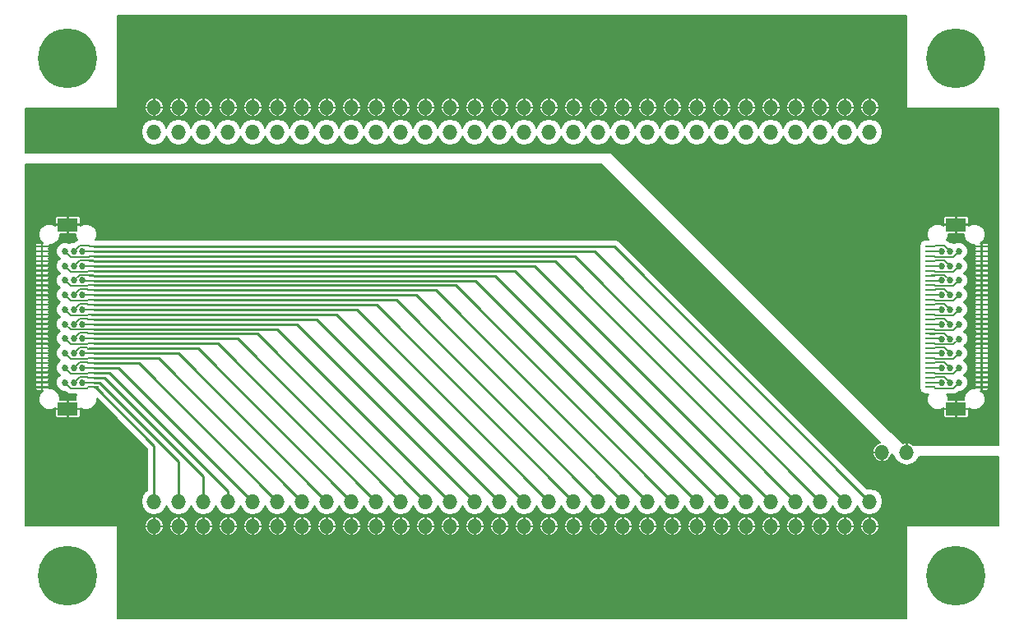
<source format=gtl>
G04 #@! TF.FileFunction,Copper,L1,Top,Signal*
%FSLAX46Y46*%
G04 Gerber Fmt 4.6, Leading zero omitted, Abs format (unit mm)*
G04 Created by KiCad (PCBNEW (2015-04-19 BZR 5613)-product) date 6/10/2015 10:11:26 PM*
%MOMM*%
G01*
G04 APERTURE LIST*
%ADD10C,0.100000*%
%ADD11O,6.100000X6.100000*%
%ADD12O,1.524000X1.524000*%
%ADD13C,0.685800*%
%ADD14R,2.100000X1.400000*%
%ADD15R,1.000000X0.250000*%
%ADD16C,0.152400*%
%ADD17C,0.254000*%
G04 APERTURE END LIST*
D10*
D11*
X93980000Y-134620000D03*
X93980000Y-81280000D03*
X185420000Y-81280000D03*
X185420000Y-134620000D03*
D12*
X176530000Y-127000000D03*
X173990000Y-127000000D03*
X171450000Y-127000000D03*
X168910000Y-127000000D03*
X166370000Y-127000000D03*
X163830000Y-127000000D03*
X161290000Y-127000000D03*
X158750000Y-127000000D03*
X156210000Y-127000000D03*
X153670000Y-127000000D03*
X151130000Y-127000000D03*
X148590000Y-127000000D03*
X146050000Y-127000000D03*
X143510000Y-127000000D03*
X140970000Y-127000000D03*
X138430000Y-127000000D03*
X135890000Y-127000000D03*
X133350000Y-127000000D03*
X130810000Y-127000000D03*
X128270000Y-127000000D03*
X125730000Y-127000000D03*
X123190000Y-127000000D03*
X120650000Y-127000000D03*
X118110000Y-127000000D03*
X115570000Y-127000000D03*
X113030000Y-127000000D03*
X110490000Y-127000000D03*
X107950000Y-127000000D03*
X105410000Y-127000000D03*
X102870000Y-127000000D03*
X176530000Y-129540000D03*
X173990000Y-129540000D03*
X171450000Y-129540000D03*
X168910000Y-129540000D03*
X166370000Y-129540000D03*
X163830000Y-129540000D03*
X161290000Y-129540000D03*
X158750000Y-129540000D03*
X156210000Y-129540000D03*
X153670000Y-129540000D03*
X151130000Y-129540000D03*
X148590000Y-129540000D03*
X146050000Y-129540000D03*
X143510000Y-129540000D03*
X140970000Y-129540000D03*
X138430000Y-129540000D03*
X135890000Y-129540000D03*
X133350000Y-129540000D03*
X130810000Y-129540000D03*
X128270000Y-129540000D03*
X125730000Y-129540000D03*
X123190000Y-129540000D03*
X120650000Y-129540000D03*
X118110000Y-129540000D03*
X115570000Y-129540000D03*
X113030000Y-129540000D03*
X110490000Y-129540000D03*
X107950000Y-129540000D03*
X105410000Y-129540000D03*
X102870000Y-129540000D03*
X177800000Y-121920000D03*
X180340000Y-121920000D03*
X176530000Y-88900000D03*
X173990000Y-88900000D03*
X171450000Y-88900000D03*
X168910000Y-88900000D03*
X166370000Y-88900000D03*
X163830000Y-88900000D03*
X161290000Y-88900000D03*
X158750000Y-88900000D03*
X156210000Y-88900000D03*
X153670000Y-88900000D03*
X151130000Y-88900000D03*
X148590000Y-88900000D03*
X146050000Y-88900000D03*
X143510000Y-88900000D03*
X140970000Y-88900000D03*
X138430000Y-88900000D03*
X135890000Y-88900000D03*
X133350000Y-88900000D03*
X130810000Y-88900000D03*
X128270000Y-88900000D03*
X125730000Y-88900000D03*
X123190000Y-88900000D03*
X120650000Y-88900000D03*
X118110000Y-88900000D03*
X115570000Y-88900000D03*
X113030000Y-88900000D03*
X110490000Y-88900000D03*
X107950000Y-88900000D03*
X105410000Y-88900000D03*
X102870000Y-88900000D03*
X176530000Y-86360000D03*
X173990000Y-86360000D03*
X171450000Y-86360000D03*
X168910000Y-86360000D03*
X166370000Y-86360000D03*
X163830000Y-86360000D03*
X161290000Y-86360000D03*
X158750000Y-86360000D03*
X156210000Y-86360000D03*
X153670000Y-86360000D03*
X151130000Y-86360000D03*
X148590000Y-86360000D03*
X146050000Y-86360000D03*
X143510000Y-86360000D03*
X140970000Y-86360000D03*
X138430000Y-86360000D03*
X135890000Y-86360000D03*
X133350000Y-86360000D03*
X130810000Y-86360000D03*
X128270000Y-86360000D03*
X125730000Y-86360000D03*
X123190000Y-86360000D03*
X120650000Y-86360000D03*
X118110000Y-86360000D03*
X115570000Y-86360000D03*
X113030000Y-86360000D03*
X110490000Y-86360000D03*
X107950000Y-86360000D03*
X105410000Y-86360000D03*
X102870000Y-86360000D03*
D13*
X93980000Y-98450400D03*
X93980000Y-117449600D03*
X185420000Y-98450400D03*
X185420000Y-117449600D03*
D14*
X185420000Y-117450000D03*
D15*
X182770000Y-100700000D03*
X182770000Y-101200000D03*
X182770000Y-101700000D03*
X182770000Y-102200000D03*
X182770000Y-102700000D03*
X182770000Y-103200000D03*
X182770000Y-103700000D03*
X182770000Y-104200000D03*
X182770000Y-104700000D03*
X182770000Y-105200000D03*
X182770000Y-105700000D03*
X182770000Y-106200000D03*
X182770000Y-106700000D03*
X182770000Y-107200000D03*
X182770000Y-107700000D03*
X182770000Y-108200000D03*
X182770000Y-108700000D03*
X182770000Y-109200000D03*
X182770000Y-109700000D03*
X182770000Y-110200000D03*
X182770000Y-110700000D03*
X182770000Y-111200000D03*
X182770000Y-111700000D03*
X182770000Y-112200000D03*
X182770000Y-112700000D03*
X182770000Y-113200000D03*
X182770000Y-113700000D03*
X182770000Y-114200000D03*
X182770000Y-114700000D03*
X182770000Y-115200000D03*
X188070000Y-100700000D03*
X188070000Y-101200000D03*
X188070000Y-101700000D03*
X188070000Y-102200000D03*
X188070000Y-102700000D03*
X188070000Y-103200000D03*
X188070000Y-103700000D03*
X188070000Y-104200000D03*
X188070000Y-104700000D03*
X188070000Y-105200000D03*
X188070000Y-105700000D03*
X188070000Y-106200000D03*
X188070000Y-106700000D03*
X188070000Y-107200000D03*
X188070000Y-107700000D03*
X188070000Y-108200000D03*
X188070000Y-108700000D03*
X188070000Y-109200000D03*
X188070000Y-109700000D03*
X188070000Y-110200000D03*
X188070000Y-110700000D03*
X188070000Y-111200000D03*
X188070000Y-111700000D03*
X188070000Y-112200000D03*
X188070000Y-112700000D03*
X188070000Y-113200000D03*
X188070000Y-113700000D03*
X188070000Y-114200000D03*
X188070000Y-114700000D03*
X188070000Y-115200000D03*
D14*
X185420000Y-98450000D03*
X93980000Y-117450000D03*
D15*
X91330000Y-100700000D03*
X91330000Y-101200000D03*
X91330000Y-101700000D03*
X91330000Y-102200000D03*
X91330000Y-102700000D03*
X91330000Y-103200000D03*
X91330000Y-103700000D03*
X91330000Y-104200000D03*
X91330000Y-104700000D03*
X91330000Y-105200000D03*
X91330000Y-105700000D03*
X91330000Y-106200000D03*
X91330000Y-106700000D03*
X91330000Y-107200000D03*
X91330000Y-107700000D03*
X91330000Y-108200000D03*
X91330000Y-108700000D03*
X91330000Y-109200000D03*
X91330000Y-109700000D03*
X91330000Y-110200000D03*
X91330000Y-110700000D03*
X91330000Y-111200000D03*
X91330000Y-111700000D03*
X91330000Y-112200000D03*
X91330000Y-112700000D03*
X91330000Y-113200000D03*
X91330000Y-113700000D03*
X91330000Y-114200000D03*
X91330000Y-114700000D03*
X91330000Y-115200000D03*
X96630000Y-100700000D03*
X96630000Y-101200000D03*
X96630000Y-101700000D03*
X96630000Y-102200000D03*
X96630000Y-102700000D03*
X96630000Y-103200000D03*
X96630000Y-103700000D03*
X96630000Y-104200000D03*
X96630000Y-104700000D03*
X96630000Y-105200000D03*
X96630000Y-105700000D03*
X96630000Y-106200000D03*
X96630000Y-106700000D03*
X96630000Y-107200000D03*
X96630000Y-107700000D03*
X96630000Y-108200000D03*
X96630000Y-108700000D03*
X96630000Y-109200000D03*
X96630000Y-109700000D03*
X96630000Y-110200000D03*
X96630000Y-110700000D03*
X96630000Y-111200000D03*
X96630000Y-111700000D03*
X96630000Y-112200000D03*
X96630000Y-112700000D03*
X96630000Y-113200000D03*
X96630000Y-113700000D03*
X96630000Y-114200000D03*
X96630000Y-114700000D03*
X96630000Y-115200000D03*
D14*
X93980000Y-98450000D03*
D13*
X94589600Y-101193600D03*
X95478600Y-101193592D03*
X93700600Y-101193600D03*
X94589600Y-102692200D03*
X95478600Y-102692200D03*
X93700600Y-102692200D03*
X94589600Y-104190802D03*
X95478600Y-104190800D03*
X93700604Y-104190800D03*
X94589600Y-105689398D03*
X95478600Y-105689396D03*
X93700600Y-105689400D03*
X94589600Y-107188000D03*
X95478600Y-107188000D03*
X93700600Y-107188000D03*
X94589600Y-108686602D03*
X95478600Y-108686596D03*
X93700600Y-108686600D03*
X94589600Y-110185200D03*
X95478606Y-110185219D03*
X93700606Y-110185200D03*
X94589602Y-111709198D03*
X95478600Y-111709204D03*
X93700600Y-111709204D03*
X94589600Y-113207800D03*
X95478600Y-113207800D03*
X93700600Y-113207800D03*
X94589596Y-114706400D03*
X95478600Y-114706400D03*
X93700600Y-114706400D03*
X184810400Y-101193600D03*
X183921400Y-101193600D03*
X185699400Y-101193600D03*
X184810400Y-102692200D03*
X183921400Y-102692200D03*
X185699400Y-102692200D03*
X184810400Y-104190800D03*
X183921400Y-104190800D03*
X185699400Y-104190800D03*
X184810400Y-105689400D03*
X183921400Y-105689400D03*
X185699404Y-105689400D03*
X184810400Y-107188000D03*
X183921400Y-107188000D03*
X185699400Y-107188000D03*
X184810400Y-108712000D03*
X183921400Y-108712000D03*
X185699400Y-108712000D03*
X184810400Y-110210600D03*
X183921394Y-110210600D03*
X185699400Y-110210600D03*
X184810396Y-111709200D03*
X183921400Y-111709200D03*
X185699400Y-111709200D03*
X184810400Y-113207800D03*
X183921400Y-113207800D03*
X185699400Y-113207800D03*
X184810400Y-114706406D03*
X183921400Y-114706400D03*
X185699400Y-114706404D03*
D16*
X96630000Y-100700000D02*
X96615600Y-100685600D01*
X96615600Y-100685600D02*
X96215200Y-100685600D01*
X96215200Y-100685600D02*
X96139000Y-100609400D01*
X96139000Y-100609400D02*
X95173800Y-100609400D01*
X95173800Y-100609400D02*
X94589600Y-101193600D01*
D17*
X150230000Y-100700000D02*
X176530000Y-127000000D01*
X96630000Y-100700000D02*
X150230000Y-100700000D01*
D16*
X96621554Y-101191554D02*
X96630000Y-101200000D01*
X96630000Y-101200000D02*
X95485008Y-101200000D01*
X95485008Y-101200000D02*
X95478600Y-101193592D01*
D17*
X148190000Y-101200000D02*
X173990000Y-127000000D01*
X96630000Y-101200000D02*
X148190000Y-101200000D01*
D16*
X96630000Y-101700000D02*
X96616248Y-101713752D01*
X96216800Y-101700000D02*
X96139000Y-101777800D01*
X96139000Y-101777800D02*
X94284800Y-101777800D01*
X94284800Y-101777800D02*
X93700600Y-101193600D01*
X96630000Y-101700000D02*
X96216800Y-101700000D01*
D17*
X146150000Y-101700000D02*
X171450000Y-127000000D01*
X96630000Y-101700000D02*
X146150000Y-101700000D01*
D16*
X95173800Y-102108000D02*
X94589600Y-102692200D01*
X96139000Y-102108000D02*
X95173800Y-102108000D01*
X96189800Y-102158800D02*
X96139000Y-102108000D01*
X96588800Y-102158800D02*
X96189800Y-102158800D01*
X96630000Y-102200000D02*
X96588800Y-102158800D01*
D17*
X144110000Y-102200000D02*
X168910000Y-127000000D01*
X96630000Y-102200000D02*
X144110000Y-102200000D01*
D16*
X95486400Y-102700000D02*
X95478600Y-102692200D01*
X96630000Y-102700000D02*
X95486400Y-102700000D01*
X96630000Y-102700000D02*
X96647000Y-102717000D01*
X96647000Y-102717000D02*
X96647000Y-102743000D01*
D17*
X142070000Y-102700000D02*
X166370000Y-127000000D01*
X96630000Y-102700000D02*
X142070000Y-102700000D01*
D16*
X96630000Y-103200000D02*
X96629800Y-103200200D01*
D17*
X140030000Y-103200000D02*
X163830000Y-127000000D01*
X96630000Y-103200000D02*
X140030000Y-103200000D01*
D16*
X94284800Y-103276400D02*
X93700600Y-102692200D01*
X96012000Y-103276400D02*
X94284800Y-103276400D01*
X96062800Y-103225600D02*
X96012000Y-103276400D01*
X96604400Y-103225600D02*
X96062800Y-103225600D01*
X96630000Y-103200000D02*
X96604400Y-103225600D01*
X95173802Y-103606600D02*
X94589600Y-104190802D01*
X95986600Y-103606600D02*
X95173802Y-103606600D01*
X96062800Y-103682800D02*
X95986600Y-103606600D01*
X96612800Y-103682800D02*
X96062800Y-103682800D01*
X96630000Y-103700000D02*
X96612800Y-103682800D01*
D17*
X137990000Y-103700000D02*
X161290000Y-127000000D01*
X96630000Y-103700000D02*
X137990000Y-103700000D01*
D16*
X95487800Y-104200000D02*
X95478600Y-104190800D01*
X96630000Y-104200000D02*
X95487800Y-104200000D01*
D17*
X135950000Y-104200000D02*
X158750000Y-127000000D01*
X96630000Y-104200000D02*
X135950000Y-104200000D01*
D16*
X94284804Y-104775000D02*
X93700604Y-104190800D01*
X95986600Y-104775000D02*
X94284804Y-104775000D01*
X96061600Y-104700000D02*
X95986600Y-104775000D01*
X96630000Y-104700000D02*
X96061600Y-104700000D01*
D17*
X133910000Y-104700000D02*
X156210000Y-127000000D01*
X96630000Y-104700000D02*
X133910000Y-104700000D01*
D16*
X95173798Y-105105200D02*
X94589600Y-105689398D01*
X95986600Y-105105200D02*
X95173798Y-105105200D01*
X96062800Y-105181400D02*
X95986600Y-105105200D01*
X96611400Y-105181400D02*
X96062800Y-105181400D01*
X96630000Y-105200000D02*
X96611400Y-105181400D01*
D17*
X131870000Y-105200000D02*
X153670000Y-127000000D01*
X96630000Y-105200000D02*
X131870000Y-105200000D01*
D16*
X95489204Y-105700000D02*
X95478600Y-105689396D01*
X96630000Y-105700000D02*
X95489204Y-105700000D01*
D17*
X129830000Y-105700000D02*
X151130000Y-127000000D01*
X96630000Y-105700000D02*
X129830000Y-105700000D01*
D16*
X94284800Y-106273600D02*
X93700600Y-105689400D01*
X95986600Y-106273600D02*
X94284800Y-106273600D01*
X96062800Y-106197400D02*
X95986600Y-106273600D01*
X96627400Y-106197400D02*
X96062800Y-106197400D01*
X96630000Y-106200000D02*
X96627400Y-106197400D01*
D17*
X127790000Y-106200000D02*
X148590000Y-127000000D01*
X96630000Y-106200000D02*
X127790000Y-106200000D01*
D16*
X95173800Y-106603800D02*
X94589600Y-107188000D01*
X95986600Y-106603800D02*
X95173800Y-106603800D01*
X96062800Y-106680000D02*
X95986600Y-106603800D01*
X96610000Y-106680000D02*
X96062800Y-106680000D01*
X96630000Y-106700000D02*
X96610000Y-106680000D01*
D17*
X125750000Y-106700000D02*
X146050000Y-127000000D01*
X96630000Y-106700000D02*
X125750000Y-106700000D01*
D16*
X95490600Y-107200000D02*
X95478600Y-107188000D01*
X96630000Y-107200000D02*
X95490600Y-107200000D01*
D17*
X123710000Y-107200000D02*
X143510000Y-127000000D01*
X96630000Y-107200000D02*
X123710000Y-107200000D01*
D16*
X94284800Y-107772200D02*
X93700600Y-107188000D01*
X95986600Y-107772200D02*
X94284800Y-107772200D01*
X96062800Y-107696000D02*
X95986600Y-107772200D01*
X96626000Y-107696000D02*
X96062800Y-107696000D01*
X96630000Y-107700000D02*
X96626000Y-107696000D01*
D17*
X96630000Y-107700000D02*
X96418409Y-107700000D01*
X121670000Y-107700000D02*
X140970000Y-127000000D01*
X96630000Y-107700000D02*
X121670000Y-107700000D01*
D16*
X95173802Y-108102400D02*
X94589600Y-108686602D01*
X95961200Y-108102400D02*
X95173802Y-108102400D01*
X96037400Y-108178600D02*
X95961200Y-108102400D01*
X96608600Y-108178600D02*
X96037400Y-108178600D01*
X96630000Y-108200000D02*
X96608600Y-108178600D01*
D17*
X119630000Y-108200000D02*
X138430000Y-127000000D01*
X96630000Y-108200000D02*
X119630000Y-108200000D01*
D16*
X96630000Y-108700000D02*
X95492004Y-108700000D01*
X95492004Y-108700000D02*
X95478600Y-108686596D01*
D17*
X117590000Y-108700000D02*
X135890000Y-127000000D01*
X96630000Y-108700000D02*
X117590000Y-108700000D01*
D16*
X94284800Y-109270800D02*
X93700600Y-108686600D01*
X95986600Y-109270800D02*
X94284800Y-109270800D01*
X96062800Y-109194600D02*
X95986600Y-109270800D01*
X96624600Y-109194600D02*
X96062800Y-109194600D01*
X96630000Y-109200000D02*
X96624600Y-109194600D01*
D17*
X115550000Y-109200000D02*
X133350000Y-127000000D01*
X96630000Y-109200000D02*
X115550000Y-109200000D01*
D16*
X95173800Y-109601000D02*
X94589600Y-110185200D01*
X95986600Y-109601000D02*
X95173800Y-109601000D01*
X96085600Y-109700000D02*
X95986600Y-109601000D01*
X96630000Y-109700000D02*
X96085600Y-109700000D01*
D17*
X113510000Y-109700000D02*
X130810000Y-127000000D01*
X96630000Y-109700000D02*
X113510000Y-109700000D01*
D16*
X95493387Y-110200000D02*
X95478606Y-110185219D01*
X96630000Y-110200000D02*
X95493387Y-110200000D01*
D17*
X111470000Y-110200000D02*
X128270000Y-127000000D01*
X96630000Y-110200000D02*
X111470000Y-110200000D01*
D16*
X94284806Y-110769400D02*
X93700606Y-110185200D01*
X95986600Y-110769400D02*
X94284806Y-110769400D01*
X96088200Y-110667800D02*
X95986600Y-110769400D01*
X96597800Y-110667800D02*
X96088200Y-110667800D01*
X96630000Y-110700000D02*
X96597800Y-110667800D01*
D17*
X109430000Y-110700000D02*
X125730000Y-127000000D01*
X96630000Y-110700000D02*
X109430000Y-110700000D01*
D16*
X95173800Y-111125000D02*
X94589602Y-111709198D01*
X95986600Y-111125000D02*
X95173800Y-111125000D01*
X96088200Y-111226600D02*
X95986600Y-111125000D01*
X96603400Y-111226600D02*
X96088200Y-111226600D01*
X96630000Y-111200000D02*
X96603400Y-111226600D01*
D17*
X107390000Y-111200000D02*
X123190000Y-127000000D01*
X96630000Y-111200000D02*
X107390000Y-111200000D01*
D16*
X95487804Y-111700000D02*
X95478600Y-111709204D01*
X96630000Y-111700000D02*
X95487804Y-111700000D01*
D17*
X105350000Y-111700000D02*
X120650000Y-127000000D01*
X96630000Y-111700000D02*
X105350000Y-111700000D01*
D16*
X94284796Y-112293400D02*
X93700600Y-111709204D01*
X95986600Y-112293400D02*
X94284796Y-112293400D01*
X96062800Y-112217200D02*
X95986600Y-112293400D01*
X96612800Y-112217200D02*
X96062800Y-112217200D01*
X96630000Y-112200000D02*
X96612800Y-112217200D01*
D17*
X103310000Y-112200000D02*
X118110000Y-127000000D01*
X96630000Y-112200000D02*
X103310000Y-112200000D01*
D16*
X95173800Y-112623600D02*
X94589600Y-113207800D01*
X95986600Y-112623600D02*
X95173800Y-112623600D01*
X96062800Y-112699800D02*
X95986600Y-112623600D01*
X96629800Y-112699800D02*
X96062800Y-112699800D01*
X96630000Y-112700000D02*
X96629800Y-112699800D01*
D17*
X101270000Y-112700000D02*
X115570000Y-127000000D01*
X96630000Y-112700000D02*
X101270000Y-112700000D01*
D16*
X96630000Y-113200000D02*
X95486400Y-113200000D01*
X95486400Y-113200000D02*
X95478600Y-113207800D01*
D17*
X99230000Y-113200000D02*
X113030000Y-127000000D01*
X96630000Y-113200000D02*
X99230000Y-113200000D01*
D16*
X94284800Y-113792000D02*
X93700600Y-113207800D01*
X95935800Y-113792000D02*
X94284800Y-113792000D01*
X96037400Y-113690400D02*
X95935800Y-113792000D01*
X96620400Y-113690400D02*
X96037400Y-113690400D01*
X96630000Y-113700000D02*
X96620400Y-113690400D01*
D17*
X110490000Y-125922370D02*
X110490000Y-127000000D01*
X98267630Y-113700000D02*
X110490000Y-125922370D01*
X96630000Y-113700000D02*
X98267630Y-113700000D01*
D16*
X95173796Y-114122200D02*
X94589596Y-114706400D01*
X95986600Y-114122200D02*
X95173796Y-114122200D01*
X96062800Y-114198400D02*
X95986600Y-114122200D01*
X96628400Y-114198400D02*
X96062800Y-114198400D01*
X96630000Y-114200000D02*
X96628400Y-114198400D01*
D17*
X107950000Y-124409200D02*
X107950000Y-127000000D01*
X97740800Y-114200000D02*
X107950000Y-124409200D01*
X96630000Y-114200000D02*
X97740800Y-114200000D01*
D16*
X95485000Y-114700000D02*
X95478600Y-114706400D01*
X96630000Y-114700000D02*
X95485000Y-114700000D01*
D17*
X105410000Y-122834400D02*
X105410000Y-127000000D01*
X97275600Y-114700000D02*
X105410000Y-122834400D01*
X96630000Y-114700000D02*
X97275600Y-114700000D01*
D16*
X94284800Y-115290600D02*
X93700600Y-114706400D01*
X95961200Y-115290600D02*
X94284800Y-115290600D01*
X96051800Y-115200000D02*
X95961200Y-115290600D01*
X96630000Y-115200000D02*
X96051800Y-115200000D01*
D17*
X102870000Y-121285000D02*
X102870000Y-127000000D01*
X96785000Y-115200000D02*
X102870000Y-121285000D01*
X96630000Y-115200000D02*
X96785000Y-115200000D01*
D16*
X184226200Y-100609400D02*
X184810400Y-101193600D01*
X183261000Y-100609400D02*
X184226200Y-100609400D01*
X183184800Y-100685600D02*
X183261000Y-100609400D01*
X182784400Y-100685600D02*
X183184800Y-100685600D01*
X182770000Y-100700000D02*
X182784400Y-100685600D01*
X182770000Y-101200000D02*
X183915000Y-101200000D01*
X183915000Y-101200000D02*
X183921400Y-101193600D01*
X185115200Y-101777800D02*
X185699400Y-101193600D01*
X183261000Y-101777800D02*
X185115200Y-101777800D01*
X183183200Y-101700000D02*
X183261000Y-101777800D01*
X182770000Y-101700000D02*
X183183200Y-101700000D01*
X184226200Y-102108000D02*
X184810400Y-102692200D01*
X183286400Y-102108000D02*
X184226200Y-102108000D01*
X183184800Y-102209600D02*
X183286400Y-102108000D01*
X182779600Y-102209600D02*
X183184800Y-102209600D01*
X182770000Y-102200000D02*
X182779600Y-102209600D01*
X182770000Y-102700000D02*
X183913600Y-102700000D01*
X183913600Y-102700000D02*
X183921400Y-102692200D01*
X185115200Y-103276400D02*
X185699400Y-102692200D01*
X183261000Y-103276400D02*
X185115200Y-103276400D01*
X183184600Y-103200000D02*
X183261000Y-103276400D01*
X182770000Y-103200000D02*
X183184600Y-103200000D01*
X184226200Y-103606600D02*
X184810400Y-104190800D01*
X183261000Y-103606600D02*
X184226200Y-103606600D01*
X183210200Y-103657400D02*
X183261000Y-103606600D01*
X182812600Y-103657400D02*
X183210200Y-103657400D01*
X182770000Y-103700000D02*
X182812600Y-103657400D01*
X182770000Y-104200000D02*
X183912200Y-104200000D01*
X183912200Y-104200000D02*
X183921400Y-104190800D01*
X185115200Y-104775000D02*
X185699400Y-104190800D01*
X183261000Y-104775000D02*
X185115200Y-104775000D01*
X183184800Y-104698800D02*
X183261000Y-104775000D01*
X182771200Y-104698800D02*
X183184800Y-104698800D01*
X182770000Y-104700000D02*
X182771200Y-104698800D01*
X184226200Y-105105200D02*
X184810400Y-105689400D01*
X183286400Y-105105200D02*
X184226200Y-105105200D01*
X183235600Y-105156000D02*
X183286400Y-105105200D01*
X182814000Y-105156000D02*
X183235600Y-105156000D01*
X182770000Y-105200000D02*
X182814000Y-105156000D01*
X182770000Y-105700000D02*
X183910800Y-105700000D01*
X183910800Y-105700000D02*
X183921400Y-105689400D01*
X185115204Y-106273600D02*
X185699404Y-105689400D01*
X183261000Y-106273600D02*
X185115204Y-106273600D01*
X183187400Y-106200000D02*
X183261000Y-106273600D01*
X182770000Y-106200000D02*
X183187400Y-106200000D01*
X184226200Y-106603800D02*
X184810400Y-107188000D01*
X183286400Y-106603800D02*
X184226200Y-106603800D01*
X183210200Y-106680000D02*
X183286400Y-106603800D01*
X182790000Y-106680000D02*
X183210200Y-106680000D01*
X182770000Y-106700000D02*
X182790000Y-106680000D01*
X183909400Y-107200000D02*
X183921400Y-107188000D01*
X182770000Y-107200000D02*
X183909400Y-107200000D01*
X185115200Y-107772200D02*
X185699400Y-107188000D01*
X183261000Y-107772200D02*
X185115200Y-107772200D01*
X183188800Y-107700000D02*
X183261000Y-107772200D01*
X182770000Y-107700000D02*
X183188800Y-107700000D01*
X184226200Y-108127800D02*
X184810400Y-108712000D01*
X183286400Y-108127800D02*
X184226200Y-108127800D01*
X183210200Y-108204000D02*
X183286400Y-108127800D01*
X182774000Y-108204000D02*
X183210200Y-108204000D01*
X182770000Y-108200000D02*
X182774000Y-108204000D01*
X182770000Y-108700000D02*
X183909400Y-108700000D01*
X183909400Y-108700000D02*
X183921400Y-108712000D01*
X185115200Y-109296200D02*
X185699400Y-108712000D01*
X183261000Y-109296200D02*
X185115200Y-109296200D01*
X183164800Y-109200000D02*
X183261000Y-109296200D01*
X182770000Y-109200000D02*
X183164800Y-109200000D01*
X184226200Y-109626400D02*
X184810400Y-110210600D01*
X183286400Y-109626400D02*
X184226200Y-109626400D01*
X183210200Y-109702600D02*
X183286400Y-109626400D01*
X182772600Y-109702600D02*
X183210200Y-109702600D01*
X182770000Y-109700000D02*
X182772600Y-109702600D01*
X183910794Y-110200000D02*
X183921394Y-110210600D01*
X182770000Y-110200000D02*
X183910794Y-110200000D01*
X185115200Y-110794800D02*
X185699400Y-110210600D01*
X183261000Y-110794800D02*
X185115200Y-110794800D01*
X183166200Y-110700000D02*
X183261000Y-110794800D01*
X182770000Y-110700000D02*
X183166200Y-110700000D01*
X184226196Y-111125000D02*
X184810396Y-111709200D01*
X183261000Y-111125000D02*
X184226196Y-111125000D01*
X183184800Y-111201200D02*
X183261000Y-111125000D01*
X182771200Y-111201200D02*
X183184800Y-111201200D01*
X182770000Y-111200000D02*
X182771200Y-111201200D01*
X182770000Y-111700000D02*
X183912200Y-111700000D01*
X183912200Y-111700000D02*
X183921400Y-111709200D01*
X185115200Y-112293400D02*
X185699400Y-111709200D01*
X183261000Y-112293400D02*
X185115200Y-112293400D01*
X183167600Y-112200000D02*
X183261000Y-112293400D01*
X182770000Y-112200000D02*
X183167600Y-112200000D01*
X184226200Y-112623600D02*
X184810400Y-113207800D01*
X183261000Y-112623600D02*
X184226200Y-112623600D01*
X183184800Y-112699800D02*
X183261000Y-112623600D01*
X182770200Y-112699800D02*
X183184800Y-112699800D01*
X182770000Y-112700000D02*
X182770200Y-112699800D01*
X183913600Y-113200000D02*
X183921400Y-113207800D01*
X182770000Y-113200000D02*
X183913600Y-113200000D01*
X185115200Y-113792000D02*
X185699400Y-113207800D01*
X183261000Y-113792000D02*
X185115200Y-113792000D01*
X183169000Y-113700000D02*
X183261000Y-113792000D01*
X182770000Y-113700000D02*
X183169000Y-113700000D01*
X184226194Y-114122200D02*
X184810400Y-114706406D01*
X183286400Y-114122200D02*
X184226194Y-114122200D01*
X183210200Y-114198400D02*
X183286400Y-114122200D01*
X182771600Y-114198400D02*
X183210200Y-114198400D01*
X182770000Y-114200000D02*
X182771600Y-114198400D01*
X182770000Y-114700000D02*
X183915000Y-114700000D01*
X183915000Y-114700000D02*
X183921400Y-114706400D01*
X185115204Y-115290600D02*
X185699400Y-114706404D01*
X183235600Y-115290600D02*
X185115204Y-115290600D01*
X183145000Y-115200000D02*
X183235600Y-115290600D01*
X182770000Y-115200000D02*
X183145000Y-115200000D01*
G36*
X185470063Y-98464542D02*
X185459206Y-98475400D01*
X185445400Y-98475400D01*
X185445400Y-98489206D01*
X185434142Y-98500463D01*
X185420000Y-98486321D01*
X185405857Y-98500463D01*
X185394600Y-98489206D01*
X185394600Y-98475400D01*
X185380794Y-98475400D01*
X185369936Y-98464542D01*
X185384079Y-98450400D01*
X185369936Y-98436257D01*
X185381594Y-98424600D01*
X185394600Y-98424600D01*
X185394600Y-98411594D01*
X185405857Y-98400336D01*
X185420000Y-98414479D01*
X185434142Y-98400336D01*
X185445400Y-98411594D01*
X185445400Y-98424600D01*
X185458406Y-98424600D01*
X185470063Y-98436257D01*
X185455921Y-98450400D01*
X185470063Y-98464542D01*
X185470063Y-98464542D01*
G37*
X185470063Y-98464542D02*
X185459206Y-98475400D01*
X185445400Y-98475400D01*
X185445400Y-98489206D01*
X185434142Y-98500463D01*
X185420000Y-98486321D01*
X185405857Y-98500463D01*
X185394600Y-98489206D01*
X185394600Y-98475400D01*
X185380794Y-98475400D01*
X185369936Y-98464542D01*
X185384079Y-98450400D01*
X185369936Y-98436257D01*
X185381594Y-98424600D01*
X185394600Y-98424600D01*
X185394600Y-98411594D01*
X185405857Y-98400336D01*
X185420000Y-98414479D01*
X185434142Y-98400336D01*
X185445400Y-98411594D01*
X185445400Y-98424600D01*
X185458406Y-98424600D01*
X185470063Y-98436257D01*
X185455921Y-98450400D01*
X185470063Y-98464542D01*
G36*
X185470063Y-117463742D02*
X185458406Y-117475400D01*
X185445400Y-117475400D01*
X185445400Y-117488406D01*
X185434142Y-117499663D01*
X185420000Y-117485521D01*
X185405857Y-117499663D01*
X185394600Y-117488406D01*
X185394600Y-117475400D01*
X185381594Y-117475400D01*
X185369936Y-117463742D01*
X185384079Y-117449600D01*
X185369936Y-117435457D01*
X185380794Y-117424600D01*
X185394600Y-117424600D01*
X185394600Y-117410794D01*
X185405857Y-117399536D01*
X185420000Y-117413679D01*
X185434142Y-117399536D01*
X185445400Y-117410794D01*
X185445400Y-117424600D01*
X185459206Y-117424600D01*
X185470063Y-117435457D01*
X185455921Y-117449600D01*
X185470063Y-117463742D01*
X185470063Y-117463742D01*
G37*
X185470063Y-117463742D02*
X185458406Y-117475400D01*
X185445400Y-117475400D01*
X185445400Y-117488406D01*
X185434142Y-117499663D01*
X185420000Y-117485521D01*
X185405857Y-117499663D01*
X185394600Y-117488406D01*
X185394600Y-117475400D01*
X185381594Y-117475400D01*
X185369936Y-117463742D01*
X185384079Y-117449600D01*
X185369936Y-117435457D01*
X185380794Y-117424600D01*
X185394600Y-117424600D01*
X185394600Y-117410794D01*
X185405857Y-117399536D01*
X185420000Y-117413679D01*
X185434142Y-117399536D01*
X185445400Y-117410794D01*
X185445400Y-117424600D01*
X185459206Y-117424600D01*
X185470063Y-117435457D01*
X185455921Y-117449600D01*
X185470063Y-117463742D01*
G36*
X189814200Y-121208800D02*
X188798600Y-121208800D01*
X188798600Y-115370472D01*
X188798600Y-115282550D01*
X188798600Y-115117450D01*
X188798600Y-115029528D01*
X188765657Y-114950000D01*
X188798600Y-114870472D01*
X188798600Y-114782550D01*
X188798600Y-114617450D01*
X188798600Y-114529528D01*
X188765657Y-114450000D01*
X188798600Y-114370472D01*
X188798600Y-114282550D01*
X188798600Y-114117450D01*
X188798600Y-114029528D01*
X188765657Y-113950000D01*
X188798600Y-113870472D01*
X188798600Y-113782550D01*
X188798600Y-113617450D01*
X188798600Y-113529528D01*
X188765657Y-113450000D01*
X188798600Y-113370472D01*
X188798600Y-113282550D01*
X188798600Y-113117450D01*
X188798600Y-113029528D01*
X188765657Y-112950000D01*
X188798600Y-112870472D01*
X188798600Y-112782550D01*
X188798600Y-112617450D01*
X188798600Y-112529528D01*
X188765657Y-112450000D01*
X188798600Y-112370472D01*
X188798600Y-112282550D01*
X188798600Y-112117450D01*
X188798600Y-112029528D01*
X188765657Y-111950000D01*
X188798600Y-111870472D01*
X188798600Y-111782550D01*
X188798600Y-111617450D01*
X188798600Y-111529528D01*
X188765657Y-111450000D01*
X188798600Y-111370472D01*
X188798600Y-111282550D01*
X188798600Y-111117450D01*
X188798600Y-111029528D01*
X188765657Y-110950000D01*
X188798600Y-110870472D01*
X188798600Y-110782550D01*
X188798600Y-110617450D01*
X188798600Y-110529528D01*
X188765657Y-110450000D01*
X188798600Y-110370472D01*
X188798600Y-110282550D01*
X188798600Y-110117450D01*
X188798600Y-110029528D01*
X188765657Y-109950000D01*
X188798600Y-109870472D01*
X188798600Y-109782550D01*
X188798600Y-109617450D01*
X188798600Y-109529528D01*
X188765657Y-109450000D01*
X188798600Y-109370472D01*
X188798600Y-109282550D01*
X188798600Y-109117450D01*
X188798600Y-109029528D01*
X188765657Y-108950000D01*
X188798600Y-108870472D01*
X188798600Y-108782550D01*
X188798600Y-108617450D01*
X188798600Y-108529528D01*
X188765657Y-108450000D01*
X188798600Y-108370472D01*
X188798600Y-108282550D01*
X188798600Y-108117450D01*
X188798600Y-108029528D01*
X188765657Y-107950000D01*
X188798600Y-107870472D01*
X188798600Y-107782550D01*
X188798600Y-107617450D01*
X188798600Y-107529528D01*
X188765657Y-107450000D01*
X188798600Y-107370472D01*
X188798600Y-107282550D01*
X188798600Y-107117450D01*
X188798600Y-107029528D01*
X188765657Y-106950000D01*
X188798600Y-106870472D01*
X188798600Y-106782550D01*
X188798600Y-106617450D01*
X188798600Y-106529528D01*
X188765657Y-106450000D01*
X188798600Y-106370472D01*
X188798600Y-106282550D01*
X188798600Y-106117450D01*
X188798600Y-106029528D01*
X188765657Y-105950000D01*
X188798600Y-105870472D01*
X188798600Y-105782550D01*
X188798600Y-105617450D01*
X188798600Y-105529528D01*
X188765657Y-105450000D01*
X188798600Y-105370472D01*
X188798600Y-105282550D01*
X188798600Y-105117450D01*
X188798600Y-105029528D01*
X188765657Y-104950000D01*
X188798600Y-104870472D01*
X188798600Y-104782550D01*
X188798600Y-104617450D01*
X188798600Y-104529528D01*
X188765657Y-104450000D01*
X188798600Y-104370472D01*
X188798600Y-104282550D01*
X188798600Y-104117450D01*
X188798600Y-104029528D01*
X188765657Y-103950000D01*
X188798600Y-103870472D01*
X188798600Y-103782550D01*
X188798600Y-103617450D01*
X188798600Y-103529528D01*
X188765657Y-103450000D01*
X188798600Y-103370472D01*
X188798600Y-103282550D01*
X188798600Y-103117450D01*
X188798600Y-103029528D01*
X188765657Y-102950000D01*
X188798600Y-102870472D01*
X188798600Y-102782550D01*
X188798600Y-102617450D01*
X188798600Y-102529528D01*
X188765657Y-102450000D01*
X188798600Y-102370472D01*
X188798600Y-102282550D01*
X188798600Y-102117450D01*
X188798600Y-102029528D01*
X188765657Y-101950000D01*
X188798600Y-101870472D01*
X188798600Y-101782550D01*
X188798600Y-101617450D01*
X188798600Y-101529528D01*
X188765657Y-101450000D01*
X188798600Y-101370472D01*
X188798600Y-101282550D01*
X188798600Y-101117450D01*
X188798600Y-101029528D01*
X188765657Y-100950000D01*
X188798600Y-100870472D01*
X188798600Y-100782550D01*
X188798600Y-100617450D01*
X188798600Y-100529528D01*
X188763797Y-100445508D01*
X188699491Y-100381202D01*
X188615471Y-100346400D01*
X188152550Y-100346400D01*
X188095400Y-100403550D01*
X188095400Y-100674600D01*
X188741450Y-100674600D01*
X188798600Y-100617450D01*
X188798600Y-100782550D01*
X188741450Y-100725400D01*
X188095400Y-100725400D01*
X188095400Y-100903550D01*
X188095400Y-100996450D01*
X188095400Y-101174600D01*
X188741450Y-101174600D01*
X188798600Y-101117450D01*
X188798600Y-101282550D01*
X188741450Y-101225400D01*
X188095400Y-101225400D01*
X188095400Y-101403550D01*
X188095400Y-101496450D01*
X188095400Y-101674600D01*
X188741450Y-101674600D01*
X188798600Y-101617450D01*
X188798600Y-101782550D01*
X188741450Y-101725400D01*
X188095400Y-101725400D01*
X188095400Y-101903550D01*
X188095400Y-101996450D01*
X188095400Y-102174600D01*
X188741450Y-102174600D01*
X188798600Y-102117450D01*
X188798600Y-102282550D01*
X188741450Y-102225400D01*
X188095400Y-102225400D01*
X188095400Y-102403550D01*
X188095400Y-102496450D01*
X188095400Y-102674600D01*
X188741450Y-102674600D01*
X188798600Y-102617450D01*
X188798600Y-102782550D01*
X188741450Y-102725400D01*
X188095400Y-102725400D01*
X188095400Y-102903550D01*
X188095400Y-102996450D01*
X188095400Y-103174600D01*
X188741450Y-103174600D01*
X188798600Y-103117450D01*
X188798600Y-103282550D01*
X188741450Y-103225400D01*
X188095400Y-103225400D01*
X188095400Y-103403550D01*
X188095400Y-103496450D01*
X188095400Y-103674600D01*
X188741450Y-103674600D01*
X188798600Y-103617450D01*
X188798600Y-103782550D01*
X188741450Y-103725400D01*
X188095400Y-103725400D01*
X188095400Y-103903550D01*
X188095400Y-103996450D01*
X188095400Y-104174600D01*
X188741450Y-104174600D01*
X188798600Y-104117450D01*
X188798600Y-104282550D01*
X188741450Y-104225400D01*
X188095400Y-104225400D01*
X188095400Y-104403550D01*
X188095400Y-104496450D01*
X188095400Y-104674600D01*
X188741450Y-104674600D01*
X188798600Y-104617450D01*
X188798600Y-104782550D01*
X188741450Y-104725400D01*
X188095400Y-104725400D01*
X188095400Y-104903550D01*
X188095400Y-104996450D01*
X188095400Y-105174600D01*
X188741450Y-105174600D01*
X188798600Y-105117450D01*
X188798600Y-105282550D01*
X188741450Y-105225400D01*
X188095400Y-105225400D01*
X188095400Y-105403550D01*
X188095400Y-105496450D01*
X188095400Y-105674600D01*
X188741450Y-105674600D01*
X188798600Y-105617450D01*
X188798600Y-105782550D01*
X188741450Y-105725400D01*
X188095400Y-105725400D01*
X188095400Y-105903550D01*
X188095400Y-105996450D01*
X188095400Y-106174600D01*
X188741450Y-106174600D01*
X188798600Y-106117450D01*
X188798600Y-106282550D01*
X188741450Y-106225400D01*
X188095400Y-106225400D01*
X188095400Y-106403550D01*
X188095400Y-106496450D01*
X188095400Y-106674600D01*
X188741450Y-106674600D01*
X188798600Y-106617450D01*
X188798600Y-106782550D01*
X188741450Y-106725400D01*
X188095400Y-106725400D01*
X188095400Y-106903550D01*
X188095400Y-106996450D01*
X188095400Y-107174600D01*
X188741450Y-107174600D01*
X188798600Y-107117450D01*
X188798600Y-107282550D01*
X188741450Y-107225400D01*
X188095400Y-107225400D01*
X188095400Y-107403550D01*
X188095400Y-107496450D01*
X188095400Y-107674600D01*
X188741450Y-107674600D01*
X188798600Y-107617450D01*
X188798600Y-107782550D01*
X188741450Y-107725400D01*
X188095400Y-107725400D01*
X188095400Y-107903550D01*
X188095400Y-107996450D01*
X188095400Y-108174600D01*
X188741450Y-108174600D01*
X188798600Y-108117450D01*
X188798600Y-108282550D01*
X188741450Y-108225400D01*
X188095400Y-108225400D01*
X188095400Y-108403550D01*
X188095400Y-108496450D01*
X188095400Y-108674600D01*
X188741450Y-108674600D01*
X188798600Y-108617450D01*
X188798600Y-108782550D01*
X188741450Y-108725400D01*
X188095400Y-108725400D01*
X188095400Y-108903550D01*
X188095400Y-108996450D01*
X188095400Y-109174600D01*
X188741450Y-109174600D01*
X188798600Y-109117450D01*
X188798600Y-109282550D01*
X188741450Y-109225400D01*
X188095400Y-109225400D01*
X188095400Y-109403550D01*
X188095400Y-109496450D01*
X188095400Y-109674600D01*
X188741450Y-109674600D01*
X188798600Y-109617450D01*
X188798600Y-109782550D01*
X188741450Y-109725400D01*
X188095400Y-109725400D01*
X188095400Y-109903550D01*
X188095400Y-109996450D01*
X188095400Y-110174600D01*
X188741450Y-110174600D01*
X188798600Y-110117450D01*
X188798600Y-110282550D01*
X188741450Y-110225400D01*
X188095400Y-110225400D01*
X188095400Y-110403550D01*
X188095400Y-110496450D01*
X188095400Y-110674600D01*
X188741450Y-110674600D01*
X188798600Y-110617450D01*
X188798600Y-110782550D01*
X188741450Y-110725400D01*
X188095400Y-110725400D01*
X188095400Y-110903550D01*
X188095400Y-110996450D01*
X188095400Y-111174600D01*
X188741450Y-111174600D01*
X188798600Y-111117450D01*
X188798600Y-111282550D01*
X188741450Y-111225400D01*
X188095400Y-111225400D01*
X188095400Y-111403550D01*
X188095400Y-111496450D01*
X188095400Y-111674600D01*
X188741450Y-111674600D01*
X188798600Y-111617450D01*
X188798600Y-111782550D01*
X188741450Y-111725400D01*
X188095400Y-111725400D01*
X188095400Y-111903550D01*
X188095400Y-111996450D01*
X188095400Y-112174600D01*
X188741450Y-112174600D01*
X188798600Y-112117450D01*
X188798600Y-112282550D01*
X188741450Y-112225400D01*
X188095400Y-112225400D01*
X188095400Y-112403550D01*
X188095400Y-112496450D01*
X188095400Y-112674600D01*
X188741450Y-112674600D01*
X188798600Y-112617450D01*
X188798600Y-112782550D01*
X188741450Y-112725400D01*
X188095400Y-112725400D01*
X188095400Y-112903550D01*
X188095400Y-112996450D01*
X188095400Y-113174600D01*
X188741450Y-113174600D01*
X188798600Y-113117450D01*
X188798600Y-113282550D01*
X188741450Y-113225400D01*
X188095400Y-113225400D01*
X188095400Y-113403550D01*
X188095400Y-113496450D01*
X188095400Y-113674600D01*
X188741450Y-113674600D01*
X188798600Y-113617450D01*
X188798600Y-113782550D01*
X188741450Y-113725400D01*
X188095400Y-113725400D01*
X188095400Y-113903550D01*
X188095400Y-113996450D01*
X188095400Y-114174600D01*
X188741450Y-114174600D01*
X188798600Y-114117450D01*
X188798600Y-114282550D01*
X188741450Y-114225400D01*
X188095400Y-114225400D01*
X188095400Y-114403550D01*
X188095400Y-114496450D01*
X188095400Y-114674600D01*
X188741450Y-114674600D01*
X188798600Y-114617450D01*
X188798600Y-114782550D01*
X188741450Y-114725400D01*
X188095400Y-114725400D01*
X188095400Y-114903550D01*
X188095400Y-114996450D01*
X188095400Y-115174600D01*
X188741450Y-115174600D01*
X188798600Y-115117450D01*
X188798600Y-115282550D01*
X188741450Y-115225400D01*
X188095400Y-115225400D01*
X188095400Y-115496450D01*
X188152550Y-115553600D01*
X188615471Y-115553600D01*
X188699491Y-115518798D01*
X188763797Y-115454492D01*
X188798600Y-115370472D01*
X188798600Y-121208800D01*
X188404388Y-121208800D01*
X188404388Y-116235285D01*
X188239676Y-115836652D01*
X187957117Y-115553600D01*
X187987450Y-115553600D01*
X188044600Y-115496450D01*
X188044600Y-115225400D01*
X188044600Y-115174600D01*
X188044600Y-114996450D01*
X188044600Y-114903550D01*
X188044600Y-114725400D01*
X188044600Y-114674600D01*
X188044600Y-114496450D01*
X188044600Y-114403550D01*
X188044600Y-114225400D01*
X188044600Y-114174600D01*
X188044600Y-113996450D01*
X188044600Y-113903550D01*
X188044600Y-113725400D01*
X188044600Y-113674600D01*
X188044600Y-113496450D01*
X188044600Y-113403550D01*
X188044600Y-113225400D01*
X188044600Y-113174600D01*
X188044600Y-112996450D01*
X188044600Y-112903550D01*
X188044600Y-112725400D01*
X188044600Y-112674600D01*
X188044600Y-112496450D01*
X188044600Y-112403550D01*
X188044600Y-112225400D01*
X188044600Y-112174600D01*
X188044600Y-111996450D01*
X188044600Y-111903550D01*
X188044600Y-111725400D01*
X188044600Y-111674600D01*
X188044600Y-111496450D01*
X188044600Y-111403550D01*
X188044600Y-111225400D01*
X188044600Y-111174600D01*
X188044600Y-110996450D01*
X188044600Y-110903550D01*
X188044600Y-110725400D01*
X188044600Y-110674600D01*
X188044600Y-110496450D01*
X188044600Y-110403550D01*
X188044600Y-110225400D01*
X188044600Y-110174600D01*
X188044600Y-109996450D01*
X188044600Y-109903550D01*
X188044600Y-109725400D01*
X188044600Y-109674600D01*
X188044600Y-109496450D01*
X188044600Y-109403550D01*
X188044600Y-109225400D01*
X188044600Y-109174600D01*
X188044600Y-108996450D01*
X188044600Y-108903550D01*
X188044600Y-108725400D01*
X188044600Y-108674600D01*
X188044600Y-108496450D01*
X188044600Y-108403550D01*
X188044600Y-108225400D01*
X188044600Y-108174600D01*
X188044600Y-107996450D01*
X188044600Y-107903550D01*
X188044600Y-107725400D01*
X188044600Y-107674600D01*
X188044600Y-107496450D01*
X188044600Y-107403550D01*
X188044600Y-107225400D01*
X188044600Y-107174600D01*
X188044600Y-106996450D01*
X188044600Y-106903550D01*
X188044600Y-106725400D01*
X188044600Y-106674600D01*
X188044600Y-106496450D01*
X188044600Y-106403550D01*
X188044600Y-106225400D01*
X188044600Y-106174600D01*
X188044600Y-105996450D01*
X188044600Y-105903550D01*
X188044600Y-105725400D01*
X188044600Y-105674600D01*
X188044600Y-105496450D01*
X188044600Y-105403550D01*
X188044600Y-105225400D01*
X188044600Y-105174600D01*
X188044600Y-104996450D01*
X188044600Y-104903550D01*
X188044600Y-104725400D01*
X188044600Y-104674600D01*
X188044600Y-104496450D01*
X188044600Y-104403550D01*
X188044600Y-104225400D01*
X188044600Y-104174600D01*
X188044600Y-103996450D01*
X188044600Y-103903550D01*
X188044600Y-103725400D01*
X188044600Y-103674600D01*
X188044600Y-103496450D01*
X188044600Y-103403550D01*
X188044600Y-103225400D01*
X188044600Y-103174600D01*
X188044600Y-102996450D01*
X188044600Y-102903550D01*
X188044600Y-102725400D01*
X188044600Y-102674600D01*
X188044600Y-102496450D01*
X188044600Y-102403550D01*
X188044600Y-102225400D01*
X188044600Y-102174600D01*
X188044600Y-101996450D01*
X188044600Y-101903550D01*
X188044600Y-101725400D01*
X188044600Y-101674600D01*
X188044600Y-101496450D01*
X188044600Y-101403550D01*
X188044600Y-101225400D01*
X188044600Y-101174600D01*
X188044600Y-100996450D01*
X188044600Y-100903550D01*
X188044600Y-100725400D01*
X187398550Y-100725400D01*
X187341400Y-100782550D01*
X187341400Y-100870472D01*
X187374342Y-100950000D01*
X187341400Y-101029528D01*
X187341400Y-101117450D01*
X187398550Y-101174600D01*
X188044600Y-101174600D01*
X188044600Y-101225400D01*
X187398550Y-101225400D01*
X187341400Y-101282550D01*
X187341400Y-101370472D01*
X187374342Y-101450000D01*
X187341400Y-101529528D01*
X187341400Y-101617450D01*
X187398550Y-101674600D01*
X188044600Y-101674600D01*
X188044600Y-101725400D01*
X187398550Y-101725400D01*
X187341400Y-101782550D01*
X187341400Y-101870472D01*
X187374342Y-101950000D01*
X187341400Y-102029528D01*
X187341400Y-102117450D01*
X187398550Y-102174600D01*
X188044600Y-102174600D01*
X188044600Y-102225400D01*
X187398550Y-102225400D01*
X187341400Y-102282550D01*
X187341400Y-102370472D01*
X187374342Y-102450000D01*
X187341400Y-102529528D01*
X187341400Y-102617450D01*
X187398550Y-102674600D01*
X188044600Y-102674600D01*
X188044600Y-102725400D01*
X187398550Y-102725400D01*
X187341400Y-102782550D01*
X187341400Y-102870472D01*
X187374342Y-102950000D01*
X187341400Y-103029528D01*
X187341400Y-103117450D01*
X187398550Y-103174600D01*
X188044600Y-103174600D01*
X188044600Y-103225400D01*
X187398550Y-103225400D01*
X187341400Y-103282550D01*
X187341400Y-103370472D01*
X187374342Y-103450000D01*
X187341400Y-103529528D01*
X187341400Y-103617450D01*
X187398550Y-103674600D01*
X188044600Y-103674600D01*
X188044600Y-103725400D01*
X187398550Y-103725400D01*
X187341400Y-103782550D01*
X187341400Y-103870472D01*
X187374342Y-103950000D01*
X187341400Y-104029528D01*
X187341400Y-104117450D01*
X187398550Y-104174600D01*
X188044600Y-104174600D01*
X188044600Y-104225400D01*
X187398550Y-104225400D01*
X187341400Y-104282550D01*
X187341400Y-104370472D01*
X187374342Y-104450000D01*
X187341400Y-104529528D01*
X187341400Y-104617450D01*
X187398550Y-104674600D01*
X188044600Y-104674600D01*
X188044600Y-104725400D01*
X187398550Y-104725400D01*
X187341400Y-104782550D01*
X187341400Y-104870472D01*
X187374342Y-104950000D01*
X187341400Y-105029528D01*
X187341400Y-105117450D01*
X187398550Y-105174600D01*
X188044600Y-105174600D01*
X188044600Y-105225400D01*
X187398550Y-105225400D01*
X187341400Y-105282550D01*
X187341400Y-105370472D01*
X187374342Y-105450000D01*
X187341400Y-105529528D01*
X187341400Y-105617450D01*
X187398550Y-105674600D01*
X188044600Y-105674600D01*
X188044600Y-105725400D01*
X187398550Y-105725400D01*
X187341400Y-105782550D01*
X187341400Y-105870472D01*
X187374342Y-105950000D01*
X187341400Y-106029528D01*
X187341400Y-106117450D01*
X187398550Y-106174600D01*
X188044600Y-106174600D01*
X188044600Y-106225400D01*
X187398550Y-106225400D01*
X187341400Y-106282550D01*
X187341400Y-106370472D01*
X187374342Y-106450000D01*
X187341400Y-106529528D01*
X187341400Y-106617450D01*
X187398550Y-106674600D01*
X188044600Y-106674600D01*
X188044600Y-106725400D01*
X187398550Y-106725400D01*
X187341400Y-106782550D01*
X187341400Y-106870472D01*
X187374342Y-106950000D01*
X187341400Y-107029528D01*
X187341400Y-107117450D01*
X187398550Y-107174600D01*
X188044600Y-107174600D01*
X188044600Y-107225400D01*
X187398550Y-107225400D01*
X187341400Y-107282550D01*
X187341400Y-107370472D01*
X187374342Y-107450000D01*
X187341400Y-107529528D01*
X187341400Y-107617450D01*
X187398550Y-107674600D01*
X188044600Y-107674600D01*
X188044600Y-107725400D01*
X187398550Y-107725400D01*
X187341400Y-107782550D01*
X187341400Y-107870472D01*
X187374342Y-107950000D01*
X187341400Y-108029528D01*
X187341400Y-108117450D01*
X187398550Y-108174600D01*
X188044600Y-108174600D01*
X188044600Y-108225400D01*
X187398550Y-108225400D01*
X187341400Y-108282550D01*
X187341400Y-108370472D01*
X187374342Y-108450000D01*
X187341400Y-108529528D01*
X187341400Y-108617450D01*
X187398550Y-108674600D01*
X188044600Y-108674600D01*
X188044600Y-108725400D01*
X187398550Y-108725400D01*
X187341400Y-108782550D01*
X187341400Y-108870472D01*
X187374342Y-108950000D01*
X187341400Y-109029528D01*
X187341400Y-109117450D01*
X187398550Y-109174600D01*
X188044600Y-109174600D01*
X188044600Y-109225400D01*
X187398550Y-109225400D01*
X187341400Y-109282550D01*
X187341400Y-109370472D01*
X187374342Y-109450000D01*
X187341400Y-109529528D01*
X187341400Y-109617450D01*
X187398550Y-109674600D01*
X188044600Y-109674600D01*
X188044600Y-109725400D01*
X187398550Y-109725400D01*
X187341400Y-109782550D01*
X187341400Y-109870472D01*
X187374342Y-109950000D01*
X187341400Y-110029528D01*
X187341400Y-110117450D01*
X187398550Y-110174600D01*
X188044600Y-110174600D01*
X188044600Y-110225400D01*
X187398550Y-110225400D01*
X187341400Y-110282550D01*
X187341400Y-110370472D01*
X187374342Y-110450000D01*
X187341400Y-110529528D01*
X187341400Y-110617450D01*
X187398550Y-110674600D01*
X188044600Y-110674600D01*
X188044600Y-110725400D01*
X187398550Y-110725400D01*
X187341400Y-110782550D01*
X187341400Y-110870472D01*
X187374342Y-110950000D01*
X187341400Y-111029528D01*
X187341400Y-111117450D01*
X187398550Y-111174600D01*
X188044600Y-111174600D01*
X188044600Y-111225400D01*
X187398550Y-111225400D01*
X187341400Y-111282550D01*
X187341400Y-111370472D01*
X187374342Y-111450000D01*
X187341400Y-111529528D01*
X187341400Y-111617450D01*
X187398550Y-111674600D01*
X188044600Y-111674600D01*
X188044600Y-111725400D01*
X187398550Y-111725400D01*
X187341400Y-111782550D01*
X187341400Y-111870472D01*
X187374342Y-111950000D01*
X187341400Y-112029528D01*
X187341400Y-112117450D01*
X187398550Y-112174600D01*
X188044600Y-112174600D01*
X188044600Y-112225400D01*
X187398550Y-112225400D01*
X187341400Y-112282550D01*
X187341400Y-112370472D01*
X187374342Y-112450000D01*
X187341400Y-112529528D01*
X187341400Y-112617450D01*
X187398550Y-112674600D01*
X188044600Y-112674600D01*
X188044600Y-112725400D01*
X187398550Y-112725400D01*
X187341400Y-112782550D01*
X187341400Y-112870472D01*
X187374342Y-112950000D01*
X187341400Y-113029528D01*
X187341400Y-113117450D01*
X187398550Y-113174600D01*
X188044600Y-113174600D01*
X188044600Y-113225400D01*
X187398550Y-113225400D01*
X187341400Y-113282550D01*
X187341400Y-113370472D01*
X187374342Y-113450000D01*
X187341400Y-113529528D01*
X187341400Y-113617450D01*
X187398550Y-113674600D01*
X188044600Y-113674600D01*
X188044600Y-113725400D01*
X187398550Y-113725400D01*
X187341400Y-113782550D01*
X187341400Y-113870472D01*
X187374342Y-113950000D01*
X187341400Y-114029528D01*
X187341400Y-114117450D01*
X187398550Y-114174600D01*
X188044600Y-114174600D01*
X188044600Y-114225400D01*
X187398550Y-114225400D01*
X187341400Y-114282550D01*
X187341400Y-114370472D01*
X187374342Y-114450000D01*
X187341400Y-114529528D01*
X187341400Y-114617450D01*
X187398550Y-114674600D01*
X188044600Y-114674600D01*
X188044600Y-114725400D01*
X187398550Y-114725400D01*
X187341400Y-114782550D01*
X187341400Y-114870472D01*
X187374342Y-114950000D01*
X187341400Y-115029528D01*
X187341400Y-115117450D01*
X187398550Y-115174600D01*
X188044600Y-115174600D01*
X188044600Y-115225400D01*
X187398550Y-115225400D01*
X187341400Y-115282550D01*
X187341400Y-115365817D01*
X187105285Y-115365612D01*
X186706652Y-115530324D01*
X186401396Y-115835048D01*
X186235988Y-116233393D01*
X186235736Y-116521400D01*
X185502550Y-116521400D01*
X185445400Y-116578550D01*
X185445400Y-116877985D01*
X185394600Y-116878205D01*
X185394600Y-116578550D01*
X185337450Y-116521400D01*
X184604138Y-116521400D01*
X184604388Y-116235285D01*
X184486923Y-115951000D01*
X185115204Y-115951000D01*
X185367928Y-115900730D01*
X185582177Y-115757573D01*
X185706239Y-115633510D01*
X185883003Y-115633665D01*
X186223874Y-115492819D01*
X186484899Y-115232250D01*
X186626339Y-114891625D01*
X186626661Y-114522801D01*
X186485815Y-114181930D01*
X186261216Y-113956938D01*
X186484899Y-113733646D01*
X186626339Y-113393021D01*
X186626661Y-113024197D01*
X186485815Y-112683326D01*
X186261218Y-112458336D01*
X186484899Y-112235046D01*
X186626339Y-111894421D01*
X186626661Y-111525597D01*
X186485815Y-111184726D01*
X186261218Y-110959736D01*
X186484899Y-110736446D01*
X186626339Y-110395821D01*
X186626661Y-110026997D01*
X186485815Y-109686126D01*
X186261218Y-109461136D01*
X186484899Y-109237846D01*
X186626339Y-108897221D01*
X186626661Y-108528397D01*
X186485815Y-108187526D01*
X186248518Y-107949813D01*
X186484899Y-107713846D01*
X186626339Y-107373221D01*
X186626661Y-107004397D01*
X186485815Y-106663526D01*
X186261220Y-106438538D01*
X186484903Y-106215246D01*
X186626343Y-105874621D01*
X186626665Y-105505797D01*
X186485819Y-105164926D01*
X186261220Y-104939934D01*
X186484899Y-104716646D01*
X186626339Y-104376021D01*
X186626661Y-104007197D01*
X186485815Y-103666326D01*
X186261218Y-103441336D01*
X186484899Y-103218046D01*
X186626339Y-102877421D01*
X186626661Y-102508597D01*
X186485815Y-102167726D01*
X186261218Y-101942736D01*
X186484899Y-101719446D01*
X186626339Y-101378821D01*
X186626661Y-101009997D01*
X186485815Y-100669126D01*
X186225246Y-100408101D01*
X185884621Y-100266661D01*
X185515797Y-100266339D01*
X185254679Y-100374231D01*
X184995621Y-100266661D01*
X184817251Y-100266505D01*
X184693173Y-100142427D01*
X184478924Y-99999270D01*
X184466873Y-99996872D01*
X184604012Y-99666607D01*
X184604263Y-99378600D01*
X185337450Y-99378600D01*
X185394600Y-99321450D01*
X185394600Y-99022014D01*
X185445400Y-99021794D01*
X185445400Y-99321450D01*
X185502550Y-99378600D01*
X186235861Y-99378600D01*
X186235612Y-99664715D01*
X186400324Y-100063348D01*
X186705048Y-100368604D01*
X187103393Y-100534012D01*
X187341400Y-100534219D01*
X187341400Y-100617450D01*
X187398550Y-100674600D01*
X188044600Y-100674600D01*
X188044600Y-100403550D01*
X187987450Y-100346400D01*
X187956664Y-100346400D01*
X188238604Y-100064952D01*
X188404012Y-99666607D01*
X188404388Y-99235285D01*
X188239676Y-98836652D01*
X187934952Y-98531396D01*
X187536607Y-98365988D01*
X187105285Y-98365612D01*
X186706652Y-98530324D01*
X186698600Y-98538361D01*
X186698600Y-98532550D01*
X186641450Y-98475400D01*
X185991612Y-98475400D01*
X185991392Y-98424600D01*
X186641450Y-98424600D01*
X186698600Y-98367450D01*
X186698600Y-97795471D01*
X186698600Y-97704528D01*
X186663797Y-97620508D01*
X186599491Y-97556202D01*
X186515471Y-97521400D01*
X185502550Y-97521400D01*
X185445400Y-97578550D01*
X185445400Y-97878785D01*
X185394600Y-97879005D01*
X185394600Y-97578550D01*
X185337450Y-97521400D01*
X184324529Y-97521400D01*
X184240509Y-97556202D01*
X184176203Y-97620508D01*
X184141400Y-97704528D01*
X184141400Y-97795471D01*
X184141400Y-98367450D01*
X184198550Y-98424600D01*
X184848383Y-98424600D01*
X184848604Y-98475400D01*
X184198550Y-98475400D01*
X184141400Y-98532550D01*
X184141400Y-98537855D01*
X184134952Y-98531396D01*
X183736607Y-98365988D01*
X183305285Y-98365612D01*
X182906652Y-98530324D01*
X182601396Y-98835048D01*
X182435988Y-99233393D01*
X182435612Y-99664715D01*
X182565618Y-99979355D01*
X182270000Y-99979355D01*
X182047247Y-100022574D01*
X181851467Y-100151180D01*
X181720414Y-100345331D01*
X181674355Y-100575000D01*
X181674355Y-100825000D01*
X181699008Y-100952066D01*
X181674355Y-101075000D01*
X181674355Y-101325000D01*
X181699008Y-101452066D01*
X181674355Y-101575000D01*
X181674355Y-101825000D01*
X181699008Y-101952066D01*
X181674355Y-102075000D01*
X181674355Y-102325000D01*
X181699008Y-102452066D01*
X181674355Y-102575000D01*
X181674355Y-102825000D01*
X181699008Y-102952066D01*
X181674355Y-103075000D01*
X181674355Y-103325000D01*
X181699008Y-103452066D01*
X181674355Y-103575000D01*
X181674355Y-103825000D01*
X181699008Y-103952066D01*
X181674355Y-104075000D01*
X181674355Y-104325000D01*
X181699008Y-104452066D01*
X181674355Y-104575000D01*
X181674355Y-104825000D01*
X181699008Y-104952066D01*
X181674355Y-105075000D01*
X181674355Y-105325000D01*
X181699008Y-105452066D01*
X181674355Y-105575000D01*
X181674355Y-105825000D01*
X181699008Y-105952066D01*
X181674355Y-106075000D01*
X181674355Y-106325000D01*
X181699008Y-106452066D01*
X181674355Y-106575000D01*
X181674355Y-106825000D01*
X181699008Y-106952066D01*
X181674355Y-107075000D01*
X181674355Y-107325000D01*
X181699008Y-107452066D01*
X181674355Y-107575000D01*
X181674355Y-107825000D01*
X181699008Y-107952066D01*
X181674355Y-108075000D01*
X181674355Y-108325000D01*
X181699008Y-108452066D01*
X181674355Y-108575000D01*
X181674355Y-108825000D01*
X181699008Y-108952066D01*
X181674355Y-109075000D01*
X181674355Y-109325000D01*
X181699008Y-109452066D01*
X181674355Y-109575000D01*
X181674355Y-109825000D01*
X181699008Y-109952066D01*
X181674355Y-110075000D01*
X181674355Y-110325000D01*
X181699008Y-110452066D01*
X181674355Y-110575000D01*
X181674355Y-110825000D01*
X181699008Y-110952066D01*
X181674355Y-111075000D01*
X181674355Y-111325000D01*
X181699008Y-111452066D01*
X181674355Y-111575000D01*
X181674355Y-111825000D01*
X181699008Y-111952066D01*
X181674355Y-112075000D01*
X181674355Y-112325000D01*
X181699008Y-112452066D01*
X181674355Y-112575000D01*
X181674355Y-112825000D01*
X181699008Y-112952066D01*
X181674355Y-113075000D01*
X181674355Y-113325000D01*
X181699008Y-113452066D01*
X181674355Y-113575000D01*
X181674355Y-113825000D01*
X181699008Y-113952066D01*
X181674355Y-114075000D01*
X181674355Y-114325000D01*
X181699008Y-114452066D01*
X181674355Y-114575000D01*
X181674355Y-114825000D01*
X181699008Y-114952066D01*
X181674355Y-115075000D01*
X181674355Y-115325000D01*
X181717574Y-115547753D01*
X181846180Y-115743533D01*
X182040331Y-115874586D01*
X182270000Y-115920645D01*
X182565852Y-115920645D01*
X182435988Y-116233393D01*
X182435612Y-116664715D01*
X182600324Y-117063348D01*
X182905048Y-117368604D01*
X183303393Y-117534012D01*
X183734715Y-117534388D01*
X184133348Y-117369676D01*
X184141400Y-117361638D01*
X184141400Y-117367450D01*
X184198550Y-117424600D01*
X184848387Y-117424600D01*
X184848607Y-117475400D01*
X184198550Y-117475400D01*
X184141400Y-117532550D01*
X184141400Y-118104529D01*
X184141400Y-118195472D01*
X184176203Y-118279492D01*
X184240509Y-118343798D01*
X184324529Y-118378600D01*
X185337450Y-118378600D01*
X185394600Y-118321450D01*
X185394600Y-118021214D01*
X185445400Y-118020994D01*
X185445400Y-118321450D01*
X185502550Y-118378600D01*
X186515471Y-118378600D01*
X186599491Y-118343798D01*
X186663797Y-118279492D01*
X186698600Y-118195472D01*
X186698600Y-118104529D01*
X186698600Y-117532550D01*
X186641450Y-117475400D01*
X185991616Y-117475400D01*
X185991395Y-117424600D01*
X186641450Y-117424600D01*
X186698600Y-117367450D01*
X186698600Y-117362144D01*
X186705048Y-117368604D01*
X187103393Y-117534012D01*
X187534715Y-117534388D01*
X187933348Y-117369676D01*
X188238604Y-117064952D01*
X188404012Y-116666607D01*
X188404388Y-116235285D01*
X188404388Y-121208800D01*
X181002266Y-121208800D01*
X180879076Y-121088921D01*
X180520001Y-120945888D01*
X180365400Y-120986873D01*
X180365400Y-121208800D01*
X180314600Y-121208800D01*
X180314600Y-120986873D01*
X180159999Y-120945888D01*
X179941633Y-121032870D01*
X177876200Y-118967437D01*
X177876200Y-88926374D01*
X177876200Y-88873626D01*
X177773727Y-88358458D01*
X177504112Y-87954951D01*
X177504112Y-86540001D01*
X177504112Y-86179999D01*
X177361079Y-85820924D01*
X177091521Y-85543919D01*
X176736477Y-85391155D01*
X176710000Y-85385891D01*
X176555400Y-85426896D01*
X176555400Y-86334600D01*
X177463127Y-86334600D01*
X177504112Y-86179999D01*
X177504112Y-86540001D01*
X177463127Y-86385400D01*
X176555400Y-86385400D01*
X176555400Y-87293104D01*
X176710000Y-87334109D01*
X176736477Y-87328845D01*
X177091521Y-87176081D01*
X177361079Y-86899076D01*
X177504112Y-86540001D01*
X177504112Y-87954951D01*
X177481907Y-87921719D01*
X177045168Y-87629899D01*
X176530000Y-87527426D01*
X176504600Y-87532478D01*
X176504600Y-87293104D01*
X176504600Y-86385400D01*
X176504600Y-86334600D01*
X176504600Y-85426896D01*
X176350000Y-85385891D01*
X176323523Y-85391155D01*
X175968479Y-85543919D01*
X175698921Y-85820924D01*
X175555888Y-86179999D01*
X175596873Y-86334600D01*
X176504600Y-86334600D01*
X176504600Y-86385400D01*
X175596873Y-86385400D01*
X175555888Y-86540001D01*
X175698921Y-86899076D01*
X175968479Y-87176081D01*
X176323523Y-87328845D01*
X176350000Y-87334109D01*
X176504600Y-87293104D01*
X176504600Y-87532478D01*
X176014832Y-87629899D01*
X175578093Y-87921719D01*
X175286273Y-88358458D01*
X175260000Y-88490541D01*
X175233727Y-88358458D01*
X174964112Y-87954951D01*
X174964112Y-86540001D01*
X174964112Y-86179999D01*
X174821079Y-85820924D01*
X174551521Y-85543919D01*
X174196477Y-85391155D01*
X174170000Y-85385891D01*
X174015400Y-85426896D01*
X174015400Y-86334600D01*
X174923127Y-86334600D01*
X174964112Y-86179999D01*
X174964112Y-86540001D01*
X174923127Y-86385400D01*
X174015400Y-86385400D01*
X174015400Y-87293104D01*
X174170000Y-87334109D01*
X174196477Y-87328845D01*
X174551521Y-87176081D01*
X174821079Y-86899076D01*
X174964112Y-86540001D01*
X174964112Y-87954951D01*
X174941907Y-87921719D01*
X174505168Y-87629899D01*
X173990000Y-87527426D01*
X173964600Y-87532478D01*
X173964600Y-87293104D01*
X173964600Y-86385400D01*
X173964600Y-86334600D01*
X173964600Y-85426896D01*
X173810000Y-85385891D01*
X173783523Y-85391155D01*
X173428479Y-85543919D01*
X173158921Y-85820924D01*
X173015888Y-86179999D01*
X173056873Y-86334600D01*
X173964600Y-86334600D01*
X173964600Y-86385400D01*
X173056873Y-86385400D01*
X173015888Y-86540001D01*
X173158921Y-86899076D01*
X173428479Y-87176081D01*
X173783523Y-87328845D01*
X173810000Y-87334109D01*
X173964600Y-87293104D01*
X173964600Y-87532478D01*
X173474832Y-87629899D01*
X173038093Y-87921719D01*
X172746273Y-88358458D01*
X172720000Y-88490541D01*
X172693727Y-88358458D01*
X172424112Y-87954951D01*
X172424112Y-86540001D01*
X172424112Y-86179999D01*
X172281079Y-85820924D01*
X172011521Y-85543919D01*
X171656477Y-85391155D01*
X171630000Y-85385891D01*
X171475400Y-85426896D01*
X171475400Y-86334600D01*
X172383127Y-86334600D01*
X172424112Y-86179999D01*
X172424112Y-86540001D01*
X172383127Y-86385400D01*
X171475400Y-86385400D01*
X171475400Y-87293104D01*
X171630000Y-87334109D01*
X171656477Y-87328845D01*
X172011521Y-87176081D01*
X172281079Y-86899076D01*
X172424112Y-86540001D01*
X172424112Y-87954951D01*
X172401907Y-87921719D01*
X171965168Y-87629899D01*
X171450000Y-87527426D01*
X171424600Y-87532478D01*
X171424600Y-87293104D01*
X171424600Y-86385400D01*
X171424600Y-86334600D01*
X171424600Y-85426896D01*
X171270000Y-85385891D01*
X171243523Y-85391155D01*
X170888479Y-85543919D01*
X170618921Y-85820924D01*
X170475888Y-86179999D01*
X170516873Y-86334600D01*
X171424600Y-86334600D01*
X171424600Y-86385400D01*
X170516873Y-86385400D01*
X170475888Y-86540001D01*
X170618921Y-86899076D01*
X170888479Y-87176081D01*
X171243523Y-87328845D01*
X171270000Y-87334109D01*
X171424600Y-87293104D01*
X171424600Y-87532478D01*
X170934832Y-87629899D01*
X170498093Y-87921719D01*
X170206273Y-88358458D01*
X170180000Y-88490541D01*
X170153727Y-88358458D01*
X169884112Y-87954951D01*
X169884112Y-86540001D01*
X169884112Y-86179999D01*
X169741079Y-85820924D01*
X169471521Y-85543919D01*
X169116477Y-85391155D01*
X169090000Y-85385891D01*
X168935400Y-85426896D01*
X168935400Y-86334600D01*
X169843127Y-86334600D01*
X169884112Y-86179999D01*
X169884112Y-86540001D01*
X169843127Y-86385400D01*
X168935400Y-86385400D01*
X168935400Y-87293104D01*
X169090000Y-87334109D01*
X169116477Y-87328845D01*
X169471521Y-87176081D01*
X169741079Y-86899076D01*
X169884112Y-86540001D01*
X169884112Y-87954951D01*
X169861907Y-87921719D01*
X169425168Y-87629899D01*
X168910000Y-87527426D01*
X168884600Y-87532478D01*
X168884600Y-87293104D01*
X168884600Y-86385400D01*
X168884600Y-86334600D01*
X168884600Y-85426896D01*
X168730000Y-85385891D01*
X168703523Y-85391155D01*
X168348479Y-85543919D01*
X168078921Y-85820924D01*
X167935888Y-86179999D01*
X167976873Y-86334600D01*
X168884600Y-86334600D01*
X168884600Y-86385400D01*
X167976873Y-86385400D01*
X167935888Y-86540001D01*
X168078921Y-86899076D01*
X168348479Y-87176081D01*
X168703523Y-87328845D01*
X168730000Y-87334109D01*
X168884600Y-87293104D01*
X168884600Y-87532478D01*
X168394832Y-87629899D01*
X167958093Y-87921719D01*
X167666273Y-88358458D01*
X167640000Y-88490541D01*
X167613727Y-88358458D01*
X167344112Y-87954951D01*
X167344112Y-86540001D01*
X167344112Y-86179999D01*
X167201079Y-85820924D01*
X166931521Y-85543919D01*
X166576477Y-85391155D01*
X166550000Y-85385891D01*
X166395400Y-85426896D01*
X166395400Y-86334600D01*
X167303127Y-86334600D01*
X167344112Y-86179999D01*
X167344112Y-86540001D01*
X167303127Y-86385400D01*
X166395400Y-86385400D01*
X166395400Y-87293104D01*
X166550000Y-87334109D01*
X166576477Y-87328845D01*
X166931521Y-87176081D01*
X167201079Y-86899076D01*
X167344112Y-86540001D01*
X167344112Y-87954951D01*
X167321907Y-87921719D01*
X166885168Y-87629899D01*
X166370000Y-87527426D01*
X166344600Y-87532478D01*
X166344600Y-87293104D01*
X166344600Y-86385400D01*
X166344600Y-86334600D01*
X166344600Y-85426896D01*
X166190000Y-85385891D01*
X166163523Y-85391155D01*
X165808479Y-85543919D01*
X165538921Y-85820924D01*
X165395888Y-86179999D01*
X165436873Y-86334600D01*
X166344600Y-86334600D01*
X166344600Y-86385400D01*
X165436873Y-86385400D01*
X165395888Y-86540001D01*
X165538921Y-86899076D01*
X165808479Y-87176081D01*
X166163523Y-87328845D01*
X166190000Y-87334109D01*
X166344600Y-87293104D01*
X166344600Y-87532478D01*
X165854832Y-87629899D01*
X165418093Y-87921719D01*
X165126273Y-88358458D01*
X165100000Y-88490541D01*
X165073727Y-88358458D01*
X164804112Y-87954951D01*
X164804112Y-86540001D01*
X164804112Y-86179999D01*
X164661079Y-85820924D01*
X164391521Y-85543919D01*
X164036477Y-85391155D01*
X164010000Y-85385891D01*
X163855400Y-85426896D01*
X163855400Y-86334600D01*
X164763127Y-86334600D01*
X164804112Y-86179999D01*
X164804112Y-86540001D01*
X164763127Y-86385400D01*
X163855400Y-86385400D01*
X163855400Y-87293104D01*
X164010000Y-87334109D01*
X164036477Y-87328845D01*
X164391521Y-87176081D01*
X164661079Y-86899076D01*
X164804112Y-86540001D01*
X164804112Y-87954951D01*
X164781907Y-87921719D01*
X164345168Y-87629899D01*
X163830000Y-87527426D01*
X163804600Y-87532478D01*
X163804600Y-87293104D01*
X163804600Y-86385400D01*
X163804600Y-86334600D01*
X163804600Y-85426896D01*
X163650000Y-85385891D01*
X163623523Y-85391155D01*
X163268479Y-85543919D01*
X162998921Y-85820924D01*
X162855888Y-86179999D01*
X162896873Y-86334600D01*
X163804600Y-86334600D01*
X163804600Y-86385400D01*
X162896873Y-86385400D01*
X162855888Y-86540001D01*
X162998921Y-86899076D01*
X163268479Y-87176081D01*
X163623523Y-87328845D01*
X163650000Y-87334109D01*
X163804600Y-87293104D01*
X163804600Y-87532478D01*
X163314832Y-87629899D01*
X162878093Y-87921719D01*
X162586273Y-88358458D01*
X162560000Y-88490541D01*
X162533727Y-88358458D01*
X162264112Y-87954951D01*
X162264112Y-86540001D01*
X162264112Y-86179999D01*
X162121079Y-85820924D01*
X161851521Y-85543919D01*
X161496477Y-85391155D01*
X161470000Y-85385891D01*
X161315400Y-85426896D01*
X161315400Y-86334600D01*
X162223127Y-86334600D01*
X162264112Y-86179999D01*
X162264112Y-86540001D01*
X162223127Y-86385400D01*
X161315400Y-86385400D01*
X161315400Y-87293104D01*
X161470000Y-87334109D01*
X161496477Y-87328845D01*
X161851521Y-87176081D01*
X162121079Y-86899076D01*
X162264112Y-86540001D01*
X162264112Y-87954951D01*
X162241907Y-87921719D01*
X161805168Y-87629899D01*
X161290000Y-87527426D01*
X161264600Y-87532478D01*
X161264600Y-87293104D01*
X161264600Y-86385400D01*
X161264600Y-86334600D01*
X161264600Y-85426896D01*
X161110000Y-85385891D01*
X161083523Y-85391155D01*
X160728479Y-85543919D01*
X160458921Y-85820924D01*
X160315888Y-86179999D01*
X160356873Y-86334600D01*
X161264600Y-86334600D01*
X161264600Y-86385400D01*
X160356873Y-86385400D01*
X160315888Y-86540001D01*
X160458921Y-86899076D01*
X160728479Y-87176081D01*
X161083523Y-87328845D01*
X161110000Y-87334109D01*
X161264600Y-87293104D01*
X161264600Y-87532478D01*
X160774832Y-87629899D01*
X160338093Y-87921719D01*
X160046273Y-88358458D01*
X160020000Y-88490541D01*
X159993727Y-88358458D01*
X159724112Y-87954951D01*
X159724112Y-86540001D01*
X159724112Y-86179999D01*
X159581079Y-85820924D01*
X159311521Y-85543919D01*
X158956477Y-85391155D01*
X158930000Y-85385891D01*
X158775400Y-85426896D01*
X158775400Y-86334600D01*
X159683127Y-86334600D01*
X159724112Y-86179999D01*
X159724112Y-86540001D01*
X159683127Y-86385400D01*
X158775400Y-86385400D01*
X158775400Y-87293104D01*
X158930000Y-87334109D01*
X158956477Y-87328845D01*
X159311521Y-87176081D01*
X159581079Y-86899076D01*
X159724112Y-86540001D01*
X159724112Y-87954951D01*
X159701907Y-87921719D01*
X159265168Y-87629899D01*
X158750000Y-87527426D01*
X158724600Y-87532478D01*
X158724600Y-87293104D01*
X158724600Y-86385400D01*
X158724600Y-86334600D01*
X158724600Y-85426896D01*
X158570000Y-85385891D01*
X158543523Y-85391155D01*
X158188479Y-85543919D01*
X157918921Y-85820924D01*
X157775888Y-86179999D01*
X157816873Y-86334600D01*
X158724600Y-86334600D01*
X158724600Y-86385400D01*
X157816873Y-86385400D01*
X157775888Y-86540001D01*
X157918921Y-86899076D01*
X158188479Y-87176081D01*
X158543523Y-87328845D01*
X158570000Y-87334109D01*
X158724600Y-87293104D01*
X158724600Y-87532478D01*
X158234832Y-87629899D01*
X157798093Y-87921719D01*
X157506273Y-88358458D01*
X157480000Y-88490541D01*
X157453727Y-88358458D01*
X157184112Y-87954951D01*
X157184112Y-86540001D01*
X157184112Y-86179999D01*
X157041079Y-85820924D01*
X156771521Y-85543919D01*
X156416477Y-85391155D01*
X156390000Y-85385891D01*
X156235400Y-85426896D01*
X156235400Y-86334600D01*
X157143127Y-86334600D01*
X157184112Y-86179999D01*
X157184112Y-86540001D01*
X157143127Y-86385400D01*
X156235400Y-86385400D01*
X156235400Y-87293104D01*
X156390000Y-87334109D01*
X156416477Y-87328845D01*
X156771521Y-87176081D01*
X157041079Y-86899076D01*
X157184112Y-86540001D01*
X157184112Y-87954951D01*
X157161907Y-87921719D01*
X156725168Y-87629899D01*
X156210000Y-87527426D01*
X156184600Y-87532478D01*
X156184600Y-87293104D01*
X156184600Y-86385400D01*
X156184600Y-86334600D01*
X156184600Y-85426896D01*
X156030000Y-85385891D01*
X156003523Y-85391155D01*
X155648479Y-85543919D01*
X155378921Y-85820924D01*
X155235888Y-86179999D01*
X155276873Y-86334600D01*
X156184600Y-86334600D01*
X156184600Y-86385400D01*
X155276873Y-86385400D01*
X155235888Y-86540001D01*
X155378921Y-86899076D01*
X155648479Y-87176081D01*
X156003523Y-87328845D01*
X156030000Y-87334109D01*
X156184600Y-87293104D01*
X156184600Y-87532478D01*
X155694832Y-87629899D01*
X155258093Y-87921719D01*
X154966273Y-88358458D01*
X154940000Y-88490541D01*
X154913727Y-88358458D01*
X154644112Y-87954951D01*
X154644112Y-86540001D01*
X154644112Y-86179999D01*
X154501079Y-85820924D01*
X154231521Y-85543919D01*
X153876477Y-85391155D01*
X153850000Y-85385891D01*
X153695400Y-85426896D01*
X153695400Y-86334600D01*
X154603127Y-86334600D01*
X154644112Y-86179999D01*
X154644112Y-86540001D01*
X154603127Y-86385400D01*
X153695400Y-86385400D01*
X153695400Y-87293104D01*
X153850000Y-87334109D01*
X153876477Y-87328845D01*
X154231521Y-87176081D01*
X154501079Y-86899076D01*
X154644112Y-86540001D01*
X154644112Y-87954951D01*
X154621907Y-87921719D01*
X154185168Y-87629899D01*
X153670000Y-87527426D01*
X153644600Y-87532478D01*
X153644600Y-87293104D01*
X153644600Y-86385400D01*
X153644600Y-86334600D01*
X153644600Y-85426896D01*
X153490000Y-85385891D01*
X153463523Y-85391155D01*
X153108479Y-85543919D01*
X152838921Y-85820924D01*
X152695888Y-86179999D01*
X152736873Y-86334600D01*
X153644600Y-86334600D01*
X153644600Y-86385400D01*
X152736873Y-86385400D01*
X152695888Y-86540001D01*
X152838921Y-86899076D01*
X153108479Y-87176081D01*
X153463523Y-87328845D01*
X153490000Y-87334109D01*
X153644600Y-87293104D01*
X153644600Y-87532478D01*
X153154832Y-87629899D01*
X152718093Y-87921719D01*
X152426273Y-88358458D01*
X152400000Y-88490541D01*
X152373727Y-88358458D01*
X152104112Y-87954951D01*
X152104112Y-86540001D01*
X152104112Y-86179999D01*
X151961079Y-85820924D01*
X151691521Y-85543919D01*
X151336477Y-85391155D01*
X151310000Y-85385891D01*
X151155400Y-85426896D01*
X151155400Y-86334600D01*
X152063127Y-86334600D01*
X152104112Y-86179999D01*
X152104112Y-86540001D01*
X152063127Y-86385400D01*
X151155400Y-86385400D01*
X151155400Y-87293104D01*
X151310000Y-87334109D01*
X151336477Y-87328845D01*
X151691521Y-87176081D01*
X151961079Y-86899076D01*
X152104112Y-86540001D01*
X152104112Y-87954951D01*
X152081907Y-87921719D01*
X151645168Y-87629899D01*
X151130000Y-87527426D01*
X151104600Y-87532478D01*
X151104600Y-87293104D01*
X151104600Y-86385400D01*
X151104600Y-86334600D01*
X151104600Y-85426896D01*
X150950000Y-85385891D01*
X150923523Y-85391155D01*
X150568479Y-85543919D01*
X150298921Y-85820924D01*
X150155888Y-86179999D01*
X150196873Y-86334600D01*
X151104600Y-86334600D01*
X151104600Y-86385400D01*
X150196873Y-86385400D01*
X150155888Y-86540001D01*
X150298921Y-86899076D01*
X150568479Y-87176081D01*
X150923523Y-87328845D01*
X150950000Y-87334109D01*
X151104600Y-87293104D01*
X151104600Y-87532478D01*
X150614832Y-87629899D01*
X150178093Y-87921719D01*
X149886273Y-88358458D01*
X149860000Y-88490541D01*
X149833727Y-88358458D01*
X149564112Y-87954951D01*
X149564112Y-86540001D01*
X149564112Y-86179999D01*
X149421079Y-85820924D01*
X149151521Y-85543919D01*
X148796477Y-85391155D01*
X148770000Y-85385891D01*
X148615400Y-85426896D01*
X148615400Y-86334600D01*
X149523127Y-86334600D01*
X149564112Y-86179999D01*
X149564112Y-86540001D01*
X149523127Y-86385400D01*
X148615400Y-86385400D01*
X148615400Y-87293104D01*
X148770000Y-87334109D01*
X148796477Y-87328845D01*
X149151521Y-87176081D01*
X149421079Y-86899076D01*
X149564112Y-86540001D01*
X149564112Y-87954951D01*
X149541907Y-87921719D01*
X149105168Y-87629899D01*
X148590000Y-87527426D01*
X148564600Y-87532478D01*
X148564600Y-87293104D01*
X148564600Y-86385400D01*
X148564600Y-86334600D01*
X148564600Y-85426896D01*
X148410000Y-85385891D01*
X148383523Y-85391155D01*
X148028479Y-85543919D01*
X147758921Y-85820924D01*
X147615888Y-86179999D01*
X147656873Y-86334600D01*
X148564600Y-86334600D01*
X148564600Y-86385400D01*
X147656873Y-86385400D01*
X147615888Y-86540001D01*
X147758921Y-86899076D01*
X148028479Y-87176081D01*
X148383523Y-87328845D01*
X148410000Y-87334109D01*
X148564600Y-87293104D01*
X148564600Y-87532478D01*
X148074832Y-87629899D01*
X147638093Y-87921719D01*
X147346273Y-88358458D01*
X147320000Y-88490541D01*
X147293727Y-88358458D01*
X147024112Y-87954951D01*
X147024112Y-86540001D01*
X147024112Y-86179999D01*
X146881079Y-85820924D01*
X146611521Y-85543919D01*
X146256477Y-85391155D01*
X146230000Y-85385891D01*
X146075400Y-85426896D01*
X146075400Y-86334600D01*
X146983127Y-86334600D01*
X147024112Y-86179999D01*
X147024112Y-86540001D01*
X146983127Y-86385400D01*
X146075400Y-86385400D01*
X146075400Y-87293104D01*
X146230000Y-87334109D01*
X146256477Y-87328845D01*
X146611521Y-87176081D01*
X146881079Y-86899076D01*
X147024112Y-86540001D01*
X147024112Y-87954951D01*
X147001907Y-87921719D01*
X146565168Y-87629899D01*
X146050000Y-87527426D01*
X146024600Y-87532478D01*
X146024600Y-87293104D01*
X146024600Y-86385400D01*
X146024600Y-86334600D01*
X146024600Y-85426896D01*
X145870000Y-85385891D01*
X145843523Y-85391155D01*
X145488479Y-85543919D01*
X145218921Y-85820924D01*
X145075888Y-86179999D01*
X145116873Y-86334600D01*
X146024600Y-86334600D01*
X146024600Y-86385400D01*
X145116873Y-86385400D01*
X145075888Y-86540001D01*
X145218921Y-86899076D01*
X145488479Y-87176081D01*
X145843523Y-87328845D01*
X145870000Y-87334109D01*
X146024600Y-87293104D01*
X146024600Y-87532478D01*
X145534832Y-87629899D01*
X145098093Y-87921719D01*
X144806273Y-88358458D01*
X144780000Y-88490541D01*
X144753727Y-88358458D01*
X144484112Y-87954951D01*
X144484112Y-86540001D01*
X144484112Y-86179999D01*
X144341079Y-85820924D01*
X144071521Y-85543919D01*
X143716477Y-85391155D01*
X143690000Y-85385891D01*
X143535400Y-85426896D01*
X143535400Y-86334600D01*
X144443127Y-86334600D01*
X144484112Y-86179999D01*
X144484112Y-86540001D01*
X144443127Y-86385400D01*
X143535400Y-86385400D01*
X143535400Y-87293104D01*
X143690000Y-87334109D01*
X143716477Y-87328845D01*
X144071521Y-87176081D01*
X144341079Y-86899076D01*
X144484112Y-86540001D01*
X144484112Y-87954951D01*
X144461907Y-87921719D01*
X144025168Y-87629899D01*
X143510000Y-87527426D01*
X143484600Y-87532478D01*
X143484600Y-87293104D01*
X143484600Y-86385400D01*
X143484600Y-86334600D01*
X143484600Y-85426896D01*
X143330000Y-85385891D01*
X143303523Y-85391155D01*
X142948479Y-85543919D01*
X142678921Y-85820924D01*
X142535888Y-86179999D01*
X142576873Y-86334600D01*
X143484600Y-86334600D01*
X143484600Y-86385400D01*
X142576873Y-86385400D01*
X142535888Y-86540001D01*
X142678921Y-86899076D01*
X142948479Y-87176081D01*
X143303523Y-87328845D01*
X143330000Y-87334109D01*
X143484600Y-87293104D01*
X143484600Y-87532478D01*
X142994832Y-87629899D01*
X142558093Y-87921719D01*
X142266273Y-88358458D01*
X142240000Y-88490541D01*
X142213727Y-88358458D01*
X141944112Y-87954951D01*
X141944112Y-86540001D01*
X141944112Y-86179999D01*
X141801079Y-85820924D01*
X141531521Y-85543919D01*
X141176477Y-85391155D01*
X141150000Y-85385891D01*
X140995400Y-85426896D01*
X140995400Y-86334600D01*
X141903127Y-86334600D01*
X141944112Y-86179999D01*
X141944112Y-86540001D01*
X141903127Y-86385400D01*
X140995400Y-86385400D01*
X140995400Y-87293104D01*
X141150000Y-87334109D01*
X141176477Y-87328845D01*
X141531521Y-87176081D01*
X141801079Y-86899076D01*
X141944112Y-86540001D01*
X141944112Y-87954951D01*
X141921907Y-87921719D01*
X141485168Y-87629899D01*
X140970000Y-87527426D01*
X140944600Y-87532478D01*
X140944600Y-87293104D01*
X140944600Y-86385400D01*
X140944600Y-86334600D01*
X140944600Y-85426896D01*
X140790000Y-85385891D01*
X140763523Y-85391155D01*
X140408479Y-85543919D01*
X140138921Y-85820924D01*
X139995888Y-86179999D01*
X140036873Y-86334600D01*
X140944600Y-86334600D01*
X140944600Y-86385400D01*
X140036873Y-86385400D01*
X139995888Y-86540001D01*
X140138921Y-86899076D01*
X140408479Y-87176081D01*
X140763523Y-87328845D01*
X140790000Y-87334109D01*
X140944600Y-87293104D01*
X140944600Y-87532478D01*
X140454832Y-87629899D01*
X140018093Y-87921719D01*
X139726273Y-88358458D01*
X139700000Y-88490541D01*
X139673727Y-88358458D01*
X139404112Y-87954951D01*
X139404112Y-86540001D01*
X139404112Y-86179999D01*
X139261079Y-85820924D01*
X138991521Y-85543919D01*
X138636477Y-85391155D01*
X138610000Y-85385891D01*
X138455400Y-85426896D01*
X138455400Y-86334600D01*
X139363127Y-86334600D01*
X139404112Y-86179999D01*
X139404112Y-86540001D01*
X139363127Y-86385400D01*
X138455400Y-86385400D01*
X138455400Y-87293104D01*
X138610000Y-87334109D01*
X138636477Y-87328845D01*
X138991521Y-87176081D01*
X139261079Y-86899076D01*
X139404112Y-86540001D01*
X139404112Y-87954951D01*
X139381907Y-87921719D01*
X138945168Y-87629899D01*
X138430000Y-87527426D01*
X138404600Y-87532478D01*
X138404600Y-87293104D01*
X138404600Y-86385400D01*
X138404600Y-86334600D01*
X138404600Y-85426896D01*
X138250000Y-85385891D01*
X138223523Y-85391155D01*
X137868479Y-85543919D01*
X137598921Y-85820924D01*
X137455888Y-86179999D01*
X137496873Y-86334600D01*
X138404600Y-86334600D01*
X138404600Y-86385400D01*
X137496873Y-86385400D01*
X137455888Y-86540001D01*
X137598921Y-86899076D01*
X137868479Y-87176081D01*
X138223523Y-87328845D01*
X138250000Y-87334109D01*
X138404600Y-87293104D01*
X138404600Y-87532478D01*
X137914832Y-87629899D01*
X137478093Y-87921719D01*
X137186273Y-88358458D01*
X137160000Y-88490541D01*
X137133727Y-88358458D01*
X136864112Y-87954951D01*
X136864112Y-86540001D01*
X136864112Y-86179999D01*
X136721079Y-85820924D01*
X136451521Y-85543919D01*
X136096477Y-85391155D01*
X136070000Y-85385891D01*
X135915400Y-85426896D01*
X135915400Y-86334600D01*
X136823127Y-86334600D01*
X136864112Y-86179999D01*
X136864112Y-86540001D01*
X136823127Y-86385400D01*
X135915400Y-86385400D01*
X135915400Y-87293104D01*
X136070000Y-87334109D01*
X136096477Y-87328845D01*
X136451521Y-87176081D01*
X136721079Y-86899076D01*
X136864112Y-86540001D01*
X136864112Y-87954951D01*
X136841907Y-87921719D01*
X136405168Y-87629899D01*
X135890000Y-87527426D01*
X135864600Y-87532478D01*
X135864600Y-87293104D01*
X135864600Y-86385400D01*
X135864600Y-86334600D01*
X135864600Y-85426896D01*
X135710000Y-85385891D01*
X135683523Y-85391155D01*
X135328479Y-85543919D01*
X135058921Y-85820924D01*
X134915888Y-86179999D01*
X134956873Y-86334600D01*
X135864600Y-86334600D01*
X135864600Y-86385400D01*
X134956873Y-86385400D01*
X134915888Y-86540001D01*
X135058921Y-86899076D01*
X135328479Y-87176081D01*
X135683523Y-87328845D01*
X135710000Y-87334109D01*
X135864600Y-87293104D01*
X135864600Y-87532478D01*
X135374832Y-87629899D01*
X134938093Y-87921719D01*
X134646273Y-88358458D01*
X134620000Y-88490541D01*
X134593727Y-88358458D01*
X134324112Y-87954951D01*
X134324112Y-86540001D01*
X134324112Y-86179999D01*
X134181079Y-85820924D01*
X133911521Y-85543919D01*
X133556477Y-85391155D01*
X133530000Y-85385891D01*
X133375400Y-85426896D01*
X133375400Y-86334600D01*
X134283127Y-86334600D01*
X134324112Y-86179999D01*
X134324112Y-86540001D01*
X134283127Y-86385400D01*
X133375400Y-86385400D01*
X133375400Y-87293104D01*
X133530000Y-87334109D01*
X133556477Y-87328845D01*
X133911521Y-87176081D01*
X134181079Y-86899076D01*
X134324112Y-86540001D01*
X134324112Y-87954951D01*
X134301907Y-87921719D01*
X133865168Y-87629899D01*
X133350000Y-87527426D01*
X133324600Y-87532478D01*
X133324600Y-87293104D01*
X133324600Y-86385400D01*
X133324600Y-86334600D01*
X133324600Y-85426896D01*
X133170000Y-85385891D01*
X133143523Y-85391155D01*
X132788479Y-85543919D01*
X132518921Y-85820924D01*
X132375888Y-86179999D01*
X132416873Y-86334600D01*
X133324600Y-86334600D01*
X133324600Y-86385400D01*
X132416873Y-86385400D01*
X132375888Y-86540001D01*
X132518921Y-86899076D01*
X132788479Y-87176081D01*
X133143523Y-87328845D01*
X133170000Y-87334109D01*
X133324600Y-87293104D01*
X133324600Y-87532478D01*
X132834832Y-87629899D01*
X132398093Y-87921719D01*
X132106273Y-88358458D01*
X132080000Y-88490541D01*
X132053727Y-88358458D01*
X131784112Y-87954951D01*
X131784112Y-86540001D01*
X131784112Y-86179999D01*
X131641079Y-85820924D01*
X131371521Y-85543919D01*
X131016477Y-85391155D01*
X130990000Y-85385891D01*
X130835400Y-85426896D01*
X130835400Y-86334600D01*
X131743127Y-86334600D01*
X131784112Y-86179999D01*
X131784112Y-86540001D01*
X131743127Y-86385400D01*
X130835400Y-86385400D01*
X130835400Y-87293104D01*
X130990000Y-87334109D01*
X131016477Y-87328845D01*
X131371521Y-87176081D01*
X131641079Y-86899076D01*
X131784112Y-86540001D01*
X131784112Y-87954951D01*
X131761907Y-87921719D01*
X131325168Y-87629899D01*
X130810000Y-87527426D01*
X130784600Y-87532478D01*
X130784600Y-87293104D01*
X130784600Y-86385400D01*
X130784600Y-86334600D01*
X130784600Y-85426896D01*
X130630000Y-85385891D01*
X130603523Y-85391155D01*
X130248479Y-85543919D01*
X129978921Y-85820924D01*
X129835888Y-86179999D01*
X129876873Y-86334600D01*
X130784600Y-86334600D01*
X130784600Y-86385400D01*
X129876873Y-86385400D01*
X129835888Y-86540001D01*
X129978921Y-86899076D01*
X130248479Y-87176081D01*
X130603523Y-87328845D01*
X130630000Y-87334109D01*
X130784600Y-87293104D01*
X130784600Y-87532478D01*
X130294832Y-87629899D01*
X129858093Y-87921719D01*
X129566273Y-88358458D01*
X129540000Y-88490541D01*
X129513727Y-88358458D01*
X129244112Y-87954951D01*
X129244112Y-86540001D01*
X129244112Y-86179999D01*
X129101079Y-85820924D01*
X128831521Y-85543919D01*
X128476477Y-85391155D01*
X128450000Y-85385891D01*
X128295400Y-85426896D01*
X128295400Y-86334600D01*
X129203127Y-86334600D01*
X129244112Y-86179999D01*
X129244112Y-86540001D01*
X129203127Y-86385400D01*
X128295400Y-86385400D01*
X128295400Y-87293104D01*
X128450000Y-87334109D01*
X128476477Y-87328845D01*
X128831521Y-87176081D01*
X129101079Y-86899076D01*
X129244112Y-86540001D01*
X129244112Y-87954951D01*
X129221907Y-87921719D01*
X128785168Y-87629899D01*
X128270000Y-87527426D01*
X128244600Y-87532478D01*
X128244600Y-87293104D01*
X128244600Y-86385400D01*
X128244600Y-86334600D01*
X128244600Y-85426896D01*
X128090000Y-85385891D01*
X128063523Y-85391155D01*
X127708479Y-85543919D01*
X127438921Y-85820924D01*
X127295888Y-86179999D01*
X127336873Y-86334600D01*
X128244600Y-86334600D01*
X128244600Y-86385400D01*
X127336873Y-86385400D01*
X127295888Y-86540001D01*
X127438921Y-86899076D01*
X127708479Y-87176081D01*
X128063523Y-87328845D01*
X128090000Y-87334109D01*
X128244600Y-87293104D01*
X128244600Y-87532478D01*
X127754832Y-87629899D01*
X127318093Y-87921719D01*
X127026273Y-88358458D01*
X127000000Y-88490541D01*
X126973727Y-88358458D01*
X126704112Y-87954951D01*
X126704112Y-86540001D01*
X126704112Y-86179999D01*
X126561079Y-85820924D01*
X126291521Y-85543919D01*
X125936477Y-85391155D01*
X125910000Y-85385891D01*
X125755400Y-85426896D01*
X125755400Y-86334600D01*
X126663127Y-86334600D01*
X126704112Y-86179999D01*
X126704112Y-86540001D01*
X126663127Y-86385400D01*
X125755400Y-86385400D01*
X125755400Y-87293104D01*
X125910000Y-87334109D01*
X125936477Y-87328845D01*
X126291521Y-87176081D01*
X126561079Y-86899076D01*
X126704112Y-86540001D01*
X126704112Y-87954951D01*
X126681907Y-87921719D01*
X126245168Y-87629899D01*
X125730000Y-87527426D01*
X125704600Y-87532478D01*
X125704600Y-87293104D01*
X125704600Y-86385400D01*
X125704600Y-86334600D01*
X125704600Y-85426896D01*
X125550000Y-85385891D01*
X125523523Y-85391155D01*
X125168479Y-85543919D01*
X124898921Y-85820924D01*
X124755888Y-86179999D01*
X124796873Y-86334600D01*
X125704600Y-86334600D01*
X125704600Y-86385400D01*
X124796873Y-86385400D01*
X124755888Y-86540001D01*
X124898921Y-86899076D01*
X125168479Y-87176081D01*
X125523523Y-87328845D01*
X125550000Y-87334109D01*
X125704600Y-87293104D01*
X125704600Y-87532478D01*
X125214832Y-87629899D01*
X124778093Y-87921719D01*
X124486273Y-88358458D01*
X124460000Y-88490541D01*
X124433727Y-88358458D01*
X124164112Y-87954951D01*
X124164112Y-86540001D01*
X124164112Y-86179999D01*
X124021079Y-85820924D01*
X123751521Y-85543919D01*
X123396477Y-85391155D01*
X123370000Y-85385891D01*
X123215400Y-85426896D01*
X123215400Y-86334600D01*
X124123127Y-86334600D01*
X124164112Y-86179999D01*
X124164112Y-86540001D01*
X124123127Y-86385400D01*
X123215400Y-86385400D01*
X123215400Y-87293104D01*
X123370000Y-87334109D01*
X123396477Y-87328845D01*
X123751521Y-87176081D01*
X124021079Y-86899076D01*
X124164112Y-86540001D01*
X124164112Y-87954951D01*
X124141907Y-87921719D01*
X123705168Y-87629899D01*
X123190000Y-87527426D01*
X123164600Y-87532478D01*
X123164600Y-87293104D01*
X123164600Y-86385400D01*
X123164600Y-86334600D01*
X123164600Y-85426896D01*
X123010000Y-85385891D01*
X122983523Y-85391155D01*
X122628479Y-85543919D01*
X122358921Y-85820924D01*
X122215888Y-86179999D01*
X122256873Y-86334600D01*
X123164600Y-86334600D01*
X123164600Y-86385400D01*
X122256873Y-86385400D01*
X122215888Y-86540001D01*
X122358921Y-86899076D01*
X122628479Y-87176081D01*
X122983523Y-87328845D01*
X123010000Y-87334109D01*
X123164600Y-87293104D01*
X123164600Y-87532478D01*
X122674832Y-87629899D01*
X122238093Y-87921719D01*
X121946273Y-88358458D01*
X121920000Y-88490541D01*
X121893727Y-88358458D01*
X121624112Y-87954951D01*
X121624112Y-86540001D01*
X121624112Y-86179999D01*
X121481079Y-85820924D01*
X121211521Y-85543919D01*
X120856477Y-85391155D01*
X120830000Y-85385891D01*
X120675400Y-85426896D01*
X120675400Y-86334600D01*
X121583127Y-86334600D01*
X121624112Y-86179999D01*
X121624112Y-86540001D01*
X121583127Y-86385400D01*
X120675400Y-86385400D01*
X120675400Y-87293104D01*
X120830000Y-87334109D01*
X120856477Y-87328845D01*
X121211521Y-87176081D01*
X121481079Y-86899076D01*
X121624112Y-86540001D01*
X121624112Y-87954951D01*
X121601907Y-87921719D01*
X121165168Y-87629899D01*
X120650000Y-87527426D01*
X120624600Y-87532478D01*
X120624600Y-87293104D01*
X120624600Y-86385400D01*
X120624600Y-86334600D01*
X120624600Y-85426896D01*
X120470000Y-85385891D01*
X120443523Y-85391155D01*
X120088479Y-85543919D01*
X119818921Y-85820924D01*
X119675888Y-86179999D01*
X119716873Y-86334600D01*
X120624600Y-86334600D01*
X120624600Y-86385400D01*
X119716873Y-86385400D01*
X119675888Y-86540001D01*
X119818921Y-86899076D01*
X120088479Y-87176081D01*
X120443523Y-87328845D01*
X120470000Y-87334109D01*
X120624600Y-87293104D01*
X120624600Y-87532478D01*
X120134832Y-87629899D01*
X119698093Y-87921719D01*
X119406273Y-88358458D01*
X119380000Y-88490541D01*
X119353727Y-88358458D01*
X119084112Y-87954951D01*
X119084112Y-86540001D01*
X119084112Y-86179999D01*
X118941079Y-85820924D01*
X118671521Y-85543919D01*
X118316477Y-85391155D01*
X118290000Y-85385891D01*
X118135400Y-85426896D01*
X118135400Y-86334600D01*
X119043127Y-86334600D01*
X119084112Y-86179999D01*
X119084112Y-86540001D01*
X119043127Y-86385400D01*
X118135400Y-86385400D01*
X118135400Y-87293104D01*
X118290000Y-87334109D01*
X118316477Y-87328845D01*
X118671521Y-87176081D01*
X118941079Y-86899076D01*
X119084112Y-86540001D01*
X119084112Y-87954951D01*
X119061907Y-87921719D01*
X118625168Y-87629899D01*
X118110000Y-87527426D01*
X118084600Y-87532478D01*
X118084600Y-87293104D01*
X118084600Y-86385400D01*
X118084600Y-86334600D01*
X118084600Y-85426896D01*
X117930000Y-85385891D01*
X117903523Y-85391155D01*
X117548479Y-85543919D01*
X117278921Y-85820924D01*
X117135888Y-86179999D01*
X117176873Y-86334600D01*
X118084600Y-86334600D01*
X118084600Y-86385400D01*
X117176873Y-86385400D01*
X117135888Y-86540001D01*
X117278921Y-86899076D01*
X117548479Y-87176081D01*
X117903523Y-87328845D01*
X117930000Y-87334109D01*
X118084600Y-87293104D01*
X118084600Y-87532478D01*
X117594832Y-87629899D01*
X117158093Y-87921719D01*
X116866273Y-88358458D01*
X116840000Y-88490541D01*
X116813727Y-88358458D01*
X116544112Y-87954951D01*
X116544112Y-86540001D01*
X116544112Y-86179999D01*
X116401079Y-85820924D01*
X116131521Y-85543919D01*
X115776477Y-85391155D01*
X115750000Y-85385891D01*
X115595400Y-85426896D01*
X115595400Y-86334600D01*
X116503127Y-86334600D01*
X116544112Y-86179999D01*
X116544112Y-86540001D01*
X116503127Y-86385400D01*
X115595400Y-86385400D01*
X115595400Y-87293104D01*
X115750000Y-87334109D01*
X115776477Y-87328845D01*
X116131521Y-87176081D01*
X116401079Y-86899076D01*
X116544112Y-86540001D01*
X116544112Y-87954951D01*
X116521907Y-87921719D01*
X116085168Y-87629899D01*
X115570000Y-87527426D01*
X115544600Y-87532478D01*
X115544600Y-87293104D01*
X115544600Y-86385400D01*
X115544600Y-86334600D01*
X115544600Y-85426896D01*
X115390000Y-85385891D01*
X115363523Y-85391155D01*
X115008479Y-85543919D01*
X114738921Y-85820924D01*
X114595888Y-86179999D01*
X114636873Y-86334600D01*
X115544600Y-86334600D01*
X115544600Y-86385400D01*
X114636873Y-86385400D01*
X114595888Y-86540001D01*
X114738921Y-86899076D01*
X115008479Y-87176081D01*
X115363523Y-87328845D01*
X115390000Y-87334109D01*
X115544600Y-87293104D01*
X115544600Y-87532478D01*
X115054832Y-87629899D01*
X114618093Y-87921719D01*
X114326273Y-88358458D01*
X114300000Y-88490541D01*
X114273727Y-88358458D01*
X114004112Y-87954951D01*
X114004112Y-86540001D01*
X114004112Y-86179999D01*
X113861079Y-85820924D01*
X113591521Y-85543919D01*
X113236477Y-85391155D01*
X113210000Y-85385891D01*
X113055400Y-85426896D01*
X113055400Y-86334600D01*
X113963127Y-86334600D01*
X114004112Y-86179999D01*
X114004112Y-86540001D01*
X113963127Y-86385400D01*
X113055400Y-86385400D01*
X113055400Y-87293104D01*
X113210000Y-87334109D01*
X113236477Y-87328845D01*
X113591521Y-87176081D01*
X113861079Y-86899076D01*
X114004112Y-86540001D01*
X114004112Y-87954951D01*
X113981907Y-87921719D01*
X113545168Y-87629899D01*
X113030000Y-87527426D01*
X113004600Y-87532478D01*
X113004600Y-87293104D01*
X113004600Y-86385400D01*
X113004600Y-86334600D01*
X113004600Y-85426896D01*
X112850000Y-85385891D01*
X112823523Y-85391155D01*
X112468479Y-85543919D01*
X112198921Y-85820924D01*
X112055888Y-86179999D01*
X112096873Y-86334600D01*
X113004600Y-86334600D01*
X113004600Y-86385400D01*
X112096873Y-86385400D01*
X112055888Y-86540001D01*
X112198921Y-86899076D01*
X112468479Y-87176081D01*
X112823523Y-87328845D01*
X112850000Y-87334109D01*
X113004600Y-87293104D01*
X113004600Y-87532478D01*
X112514832Y-87629899D01*
X112078093Y-87921719D01*
X111786273Y-88358458D01*
X111760000Y-88490541D01*
X111733727Y-88358458D01*
X111464112Y-87954951D01*
X111464112Y-86540001D01*
X111464112Y-86179999D01*
X111321079Y-85820924D01*
X111051521Y-85543919D01*
X110696477Y-85391155D01*
X110670000Y-85385891D01*
X110515400Y-85426896D01*
X110515400Y-86334600D01*
X111423127Y-86334600D01*
X111464112Y-86179999D01*
X111464112Y-86540001D01*
X111423127Y-86385400D01*
X110515400Y-86385400D01*
X110515400Y-87293104D01*
X110670000Y-87334109D01*
X110696477Y-87328845D01*
X111051521Y-87176081D01*
X111321079Y-86899076D01*
X111464112Y-86540001D01*
X111464112Y-87954951D01*
X111441907Y-87921719D01*
X111005168Y-87629899D01*
X110490000Y-87527426D01*
X110464600Y-87532478D01*
X110464600Y-87293104D01*
X110464600Y-86385400D01*
X110464600Y-86334600D01*
X110464600Y-85426896D01*
X110310000Y-85385891D01*
X110283523Y-85391155D01*
X109928479Y-85543919D01*
X109658921Y-85820924D01*
X109515888Y-86179999D01*
X109556873Y-86334600D01*
X110464600Y-86334600D01*
X110464600Y-86385400D01*
X109556873Y-86385400D01*
X109515888Y-86540001D01*
X109658921Y-86899076D01*
X109928479Y-87176081D01*
X110283523Y-87328845D01*
X110310000Y-87334109D01*
X110464600Y-87293104D01*
X110464600Y-87532478D01*
X109974832Y-87629899D01*
X109538093Y-87921719D01*
X109246273Y-88358458D01*
X109220000Y-88490541D01*
X109193727Y-88358458D01*
X108924112Y-87954951D01*
X108924112Y-86540001D01*
X108924112Y-86179999D01*
X108781079Y-85820924D01*
X108511521Y-85543919D01*
X108156477Y-85391155D01*
X108130000Y-85385891D01*
X107975400Y-85426896D01*
X107975400Y-86334600D01*
X108883127Y-86334600D01*
X108924112Y-86179999D01*
X108924112Y-86540001D01*
X108883127Y-86385400D01*
X107975400Y-86385400D01*
X107975400Y-87293104D01*
X108130000Y-87334109D01*
X108156477Y-87328845D01*
X108511521Y-87176081D01*
X108781079Y-86899076D01*
X108924112Y-86540001D01*
X108924112Y-87954951D01*
X108901907Y-87921719D01*
X108465168Y-87629899D01*
X107950000Y-87527426D01*
X107924600Y-87532478D01*
X107924600Y-87293104D01*
X107924600Y-86385400D01*
X107924600Y-86334600D01*
X107924600Y-85426896D01*
X107770000Y-85385891D01*
X107743523Y-85391155D01*
X107388479Y-85543919D01*
X107118921Y-85820924D01*
X106975888Y-86179999D01*
X107016873Y-86334600D01*
X107924600Y-86334600D01*
X107924600Y-86385400D01*
X107016873Y-86385400D01*
X106975888Y-86540001D01*
X107118921Y-86899076D01*
X107388479Y-87176081D01*
X107743523Y-87328845D01*
X107770000Y-87334109D01*
X107924600Y-87293104D01*
X107924600Y-87532478D01*
X107434832Y-87629899D01*
X106998093Y-87921719D01*
X106706273Y-88358458D01*
X106680000Y-88490541D01*
X106653727Y-88358458D01*
X106384112Y-87954951D01*
X106384112Y-86540001D01*
X106384112Y-86179999D01*
X106241079Y-85820924D01*
X105971521Y-85543919D01*
X105616477Y-85391155D01*
X105590000Y-85385891D01*
X105435400Y-85426896D01*
X105435400Y-86334600D01*
X106343127Y-86334600D01*
X106384112Y-86179999D01*
X106384112Y-86540001D01*
X106343127Y-86385400D01*
X105435400Y-86385400D01*
X105435400Y-87293104D01*
X105590000Y-87334109D01*
X105616477Y-87328845D01*
X105971521Y-87176081D01*
X106241079Y-86899076D01*
X106384112Y-86540001D01*
X106384112Y-87954951D01*
X106361907Y-87921719D01*
X105925168Y-87629899D01*
X105410000Y-87527426D01*
X105384600Y-87532478D01*
X105384600Y-87293104D01*
X105384600Y-86385400D01*
X105384600Y-86334600D01*
X105384600Y-85426896D01*
X105230000Y-85385891D01*
X105203523Y-85391155D01*
X104848479Y-85543919D01*
X104578921Y-85820924D01*
X104435888Y-86179999D01*
X104476873Y-86334600D01*
X105384600Y-86334600D01*
X105384600Y-86385400D01*
X104476873Y-86385400D01*
X104435888Y-86540001D01*
X104578921Y-86899076D01*
X104848479Y-87176081D01*
X105203523Y-87328845D01*
X105230000Y-87334109D01*
X105384600Y-87293104D01*
X105384600Y-87532478D01*
X104894832Y-87629899D01*
X104458093Y-87921719D01*
X104166273Y-88358458D01*
X104140000Y-88490541D01*
X104113727Y-88358458D01*
X103844112Y-87954951D01*
X103844112Y-86540001D01*
X103844112Y-86179999D01*
X103701079Y-85820924D01*
X103431521Y-85543919D01*
X103076477Y-85391155D01*
X103050000Y-85385891D01*
X102895400Y-85426896D01*
X102895400Y-86334600D01*
X103803127Y-86334600D01*
X103844112Y-86179999D01*
X103844112Y-86540001D01*
X103803127Y-86385400D01*
X102895400Y-86385400D01*
X102895400Y-87293104D01*
X103050000Y-87334109D01*
X103076477Y-87328845D01*
X103431521Y-87176081D01*
X103701079Y-86899076D01*
X103844112Y-86540001D01*
X103844112Y-87954951D01*
X103821907Y-87921719D01*
X103385168Y-87629899D01*
X102870000Y-87527426D01*
X102844600Y-87532478D01*
X102844600Y-87293104D01*
X102844600Y-86385400D01*
X102844600Y-86334600D01*
X102844600Y-85426896D01*
X102690000Y-85385891D01*
X102663523Y-85391155D01*
X102308479Y-85543919D01*
X102038921Y-85820924D01*
X101895888Y-86179999D01*
X101936873Y-86334600D01*
X102844600Y-86334600D01*
X102844600Y-86385400D01*
X101936873Y-86385400D01*
X101895888Y-86540001D01*
X102038921Y-86899076D01*
X102308479Y-87176081D01*
X102663523Y-87328845D01*
X102690000Y-87334109D01*
X102844600Y-87293104D01*
X102844600Y-87532478D01*
X102354832Y-87629899D01*
X101918093Y-87921719D01*
X101626273Y-88358458D01*
X101523800Y-88873626D01*
X101523800Y-88926374D01*
X101626273Y-89441542D01*
X101918093Y-89878281D01*
X102354832Y-90170101D01*
X102870000Y-90272574D01*
X103385168Y-90170101D01*
X103821907Y-89878281D01*
X104113727Y-89441542D01*
X104140000Y-89309458D01*
X104166273Y-89441542D01*
X104458093Y-89878281D01*
X104894832Y-90170101D01*
X105410000Y-90272574D01*
X105925168Y-90170101D01*
X106361907Y-89878281D01*
X106653727Y-89441542D01*
X106680000Y-89309458D01*
X106706273Y-89441542D01*
X106998093Y-89878281D01*
X107434832Y-90170101D01*
X107950000Y-90272574D01*
X108465168Y-90170101D01*
X108901907Y-89878281D01*
X109193727Y-89441542D01*
X109220000Y-89309458D01*
X109246273Y-89441542D01*
X109538093Y-89878281D01*
X109974832Y-90170101D01*
X110490000Y-90272574D01*
X111005168Y-90170101D01*
X111441907Y-89878281D01*
X111733727Y-89441542D01*
X111760000Y-89309458D01*
X111786273Y-89441542D01*
X112078093Y-89878281D01*
X112514832Y-90170101D01*
X113030000Y-90272574D01*
X113545168Y-90170101D01*
X113981907Y-89878281D01*
X114273727Y-89441542D01*
X114300000Y-89309458D01*
X114326273Y-89441542D01*
X114618093Y-89878281D01*
X115054832Y-90170101D01*
X115570000Y-90272574D01*
X116085168Y-90170101D01*
X116521907Y-89878281D01*
X116813727Y-89441542D01*
X116840000Y-89309458D01*
X116866273Y-89441542D01*
X117158093Y-89878281D01*
X117594832Y-90170101D01*
X118110000Y-90272574D01*
X118625168Y-90170101D01*
X119061907Y-89878281D01*
X119353727Y-89441542D01*
X119380000Y-89309458D01*
X119406273Y-89441542D01*
X119698093Y-89878281D01*
X120134832Y-90170101D01*
X120650000Y-90272574D01*
X121165168Y-90170101D01*
X121601907Y-89878281D01*
X121893727Y-89441542D01*
X121920000Y-89309458D01*
X121946273Y-89441542D01*
X122238093Y-89878281D01*
X122674832Y-90170101D01*
X123190000Y-90272574D01*
X123705168Y-90170101D01*
X124141907Y-89878281D01*
X124433727Y-89441542D01*
X124460000Y-89309458D01*
X124486273Y-89441542D01*
X124778093Y-89878281D01*
X125214832Y-90170101D01*
X125730000Y-90272574D01*
X126245168Y-90170101D01*
X126681907Y-89878281D01*
X126973727Y-89441542D01*
X127000000Y-89309458D01*
X127026273Y-89441542D01*
X127318093Y-89878281D01*
X127754832Y-90170101D01*
X128270000Y-90272574D01*
X128785168Y-90170101D01*
X129221907Y-89878281D01*
X129513727Y-89441542D01*
X129540000Y-89309458D01*
X129566273Y-89441542D01*
X129858093Y-89878281D01*
X130294832Y-90170101D01*
X130810000Y-90272574D01*
X131325168Y-90170101D01*
X131761907Y-89878281D01*
X132053727Y-89441542D01*
X132080000Y-89309458D01*
X132106273Y-89441542D01*
X132398093Y-89878281D01*
X132834832Y-90170101D01*
X133350000Y-90272574D01*
X133865168Y-90170101D01*
X134301907Y-89878281D01*
X134593727Y-89441542D01*
X134620000Y-89309458D01*
X134646273Y-89441542D01*
X134938093Y-89878281D01*
X135374832Y-90170101D01*
X135890000Y-90272574D01*
X136405168Y-90170101D01*
X136841907Y-89878281D01*
X137133727Y-89441542D01*
X137160000Y-89309458D01*
X137186273Y-89441542D01*
X137478093Y-89878281D01*
X137914832Y-90170101D01*
X138430000Y-90272574D01*
X138945168Y-90170101D01*
X139381907Y-89878281D01*
X139673727Y-89441542D01*
X139700000Y-89309458D01*
X139726273Y-89441542D01*
X140018093Y-89878281D01*
X140454832Y-90170101D01*
X140970000Y-90272574D01*
X141485168Y-90170101D01*
X141921907Y-89878281D01*
X142213727Y-89441542D01*
X142240000Y-89309458D01*
X142266273Y-89441542D01*
X142558093Y-89878281D01*
X142994832Y-90170101D01*
X143510000Y-90272574D01*
X144025168Y-90170101D01*
X144461907Y-89878281D01*
X144753727Y-89441542D01*
X144780000Y-89309458D01*
X144806273Y-89441542D01*
X145098093Y-89878281D01*
X145534832Y-90170101D01*
X146050000Y-90272574D01*
X146565168Y-90170101D01*
X147001907Y-89878281D01*
X147293727Y-89441542D01*
X147320000Y-89309458D01*
X147346273Y-89441542D01*
X147638093Y-89878281D01*
X148074832Y-90170101D01*
X148590000Y-90272574D01*
X149105168Y-90170101D01*
X149541907Y-89878281D01*
X149833727Y-89441542D01*
X149860000Y-89309458D01*
X149886273Y-89441542D01*
X150178093Y-89878281D01*
X150614832Y-90170101D01*
X151130000Y-90272574D01*
X151645168Y-90170101D01*
X152081907Y-89878281D01*
X152373727Y-89441542D01*
X152400000Y-89309458D01*
X152426273Y-89441542D01*
X152718093Y-89878281D01*
X153154832Y-90170101D01*
X153670000Y-90272574D01*
X154185168Y-90170101D01*
X154621907Y-89878281D01*
X154913727Y-89441542D01*
X154940000Y-89309458D01*
X154966273Y-89441542D01*
X155258093Y-89878281D01*
X155694832Y-90170101D01*
X156210000Y-90272574D01*
X156725168Y-90170101D01*
X157161907Y-89878281D01*
X157453727Y-89441542D01*
X157480000Y-89309458D01*
X157506273Y-89441542D01*
X157798093Y-89878281D01*
X158234832Y-90170101D01*
X158750000Y-90272574D01*
X159265168Y-90170101D01*
X159701907Y-89878281D01*
X159993727Y-89441542D01*
X160020000Y-89309458D01*
X160046273Y-89441542D01*
X160338093Y-89878281D01*
X160774832Y-90170101D01*
X161290000Y-90272574D01*
X161805168Y-90170101D01*
X162241907Y-89878281D01*
X162533727Y-89441542D01*
X162560000Y-89309458D01*
X162586273Y-89441542D01*
X162878093Y-89878281D01*
X163314832Y-90170101D01*
X163830000Y-90272574D01*
X164345168Y-90170101D01*
X164781907Y-89878281D01*
X165073727Y-89441542D01*
X165100000Y-89309458D01*
X165126273Y-89441542D01*
X165418093Y-89878281D01*
X165854832Y-90170101D01*
X166370000Y-90272574D01*
X166885168Y-90170101D01*
X167321907Y-89878281D01*
X167613727Y-89441542D01*
X167640000Y-89309458D01*
X167666273Y-89441542D01*
X167958093Y-89878281D01*
X168394832Y-90170101D01*
X168910000Y-90272574D01*
X169425168Y-90170101D01*
X169861907Y-89878281D01*
X170153727Y-89441542D01*
X170180000Y-89309458D01*
X170206273Y-89441542D01*
X170498093Y-89878281D01*
X170934832Y-90170101D01*
X171450000Y-90272574D01*
X171965168Y-90170101D01*
X172401907Y-89878281D01*
X172693727Y-89441542D01*
X172720000Y-89309458D01*
X172746273Y-89441542D01*
X173038093Y-89878281D01*
X173474832Y-90170101D01*
X173990000Y-90272574D01*
X174505168Y-90170101D01*
X174941907Y-89878281D01*
X175233727Y-89441542D01*
X175260000Y-89309458D01*
X175286273Y-89441542D01*
X175578093Y-89878281D01*
X176014832Y-90170101D01*
X176530000Y-90272574D01*
X177045168Y-90170101D01*
X177481907Y-89878281D01*
X177773727Y-89441542D01*
X177876200Y-88926374D01*
X177876200Y-118967437D01*
X149942363Y-91033600D01*
X89585800Y-91033600D01*
X89585800Y-86436200D01*
X99136200Y-86436200D01*
X99136200Y-76885800D01*
X180263800Y-76885800D01*
X180263800Y-86436200D01*
X189814200Y-86436200D01*
X189814200Y-121208800D01*
X189814200Y-121208800D01*
G37*
X189814200Y-121208800D02*
X188798600Y-121208800D01*
X188798600Y-115370472D01*
X188798600Y-115282550D01*
X188798600Y-115117450D01*
X188798600Y-115029528D01*
X188765657Y-114950000D01*
X188798600Y-114870472D01*
X188798600Y-114782550D01*
X188798600Y-114617450D01*
X188798600Y-114529528D01*
X188765657Y-114450000D01*
X188798600Y-114370472D01*
X188798600Y-114282550D01*
X188798600Y-114117450D01*
X188798600Y-114029528D01*
X188765657Y-113950000D01*
X188798600Y-113870472D01*
X188798600Y-113782550D01*
X188798600Y-113617450D01*
X188798600Y-113529528D01*
X188765657Y-113450000D01*
X188798600Y-113370472D01*
X188798600Y-113282550D01*
X188798600Y-113117450D01*
X188798600Y-113029528D01*
X188765657Y-112950000D01*
X188798600Y-112870472D01*
X188798600Y-112782550D01*
X188798600Y-112617450D01*
X188798600Y-112529528D01*
X188765657Y-112450000D01*
X188798600Y-112370472D01*
X188798600Y-112282550D01*
X188798600Y-112117450D01*
X188798600Y-112029528D01*
X188765657Y-111950000D01*
X188798600Y-111870472D01*
X188798600Y-111782550D01*
X188798600Y-111617450D01*
X188798600Y-111529528D01*
X188765657Y-111450000D01*
X188798600Y-111370472D01*
X188798600Y-111282550D01*
X188798600Y-111117450D01*
X188798600Y-111029528D01*
X188765657Y-110950000D01*
X188798600Y-110870472D01*
X188798600Y-110782550D01*
X188798600Y-110617450D01*
X188798600Y-110529528D01*
X188765657Y-110450000D01*
X188798600Y-110370472D01*
X188798600Y-110282550D01*
X188798600Y-110117450D01*
X188798600Y-110029528D01*
X188765657Y-109950000D01*
X188798600Y-109870472D01*
X188798600Y-109782550D01*
X188798600Y-109617450D01*
X188798600Y-109529528D01*
X188765657Y-109450000D01*
X188798600Y-109370472D01*
X188798600Y-109282550D01*
X188798600Y-109117450D01*
X188798600Y-109029528D01*
X188765657Y-108950000D01*
X188798600Y-108870472D01*
X188798600Y-108782550D01*
X188798600Y-108617450D01*
X188798600Y-108529528D01*
X188765657Y-108450000D01*
X188798600Y-108370472D01*
X188798600Y-108282550D01*
X188798600Y-108117450D01*
X188798600Y-108029528D01*
X188765657Y-107950000D01*
X188798600Y-107870472D01*
X188798600Y-107782550D01*
X188798600Y-107617450D01*
X188798600Y-107529528D01*
X188765657Y-107450000D01*
X188798600Y-107370472D01*
X188798600Y-107282550D01*
X188798600Y-107117450D01*
X188798600Y-107029528D01*
X188765657Y-106950000D01*
X188798600Y-106870472D01*
X188798600Y-106782550D01*
X188798600Y-106617450D01*
X188798600Y-106529528D01*
X188765657Y-106450000D01*
X188798600Y-106370472D01*
X188798600Y-106282550D01*
X188798600Y-106117450D01*
X188798600Y-106029528D01*
X188765657Y-105950000D01*
X188798600Y-105870472D01*
X188798600Y-105782550D01*
X188798600Y-105617450D01*
X188798600Y-105529528D01*
X188765657Y-105450000D01*
X188798600Y-105370472D01*
X188798600Y-105282550D01*
X188798600Y-105117450D01*
X188798600Y-105029528D01*
X188765657Y-104950000D01*
X188798600Y-104870472D01*
X188798600Y-104782550D01*
X188798600Y-104617450D01*
X188798600Y-104529528D01*
X188765657Y-104450000D01*
X188798600Y-104370472D01*
X188798600Y-104282550D01*
X188798600Y-104117450D01*
X188798600Y-104029528D01*
X188765657Y-103950000D01*
X188798600Y-103870472D01*
X188798600Y-103782550D01*
X188798600Y-103617450D01*
X188798600Y-103529528D01*
X188765657Y-103450000D01*
X188798600Y-103370472D01*
X188798600Y-103282550D01*
X188798600Y-103117450D01*
X188798600Y-103029528D01*
X188765657Y-102950000D01*
X188798600Y-102870472D01*
X188798600Y-102782550D01*
X188798600Y-102617450D01*
X188798600Y-102529528D01*
X188765657Y-102450000D01*
X188798600Y-102370472D01*
X188798600Y-102282550D01*
X188798600Y-102117450D01*
X188798600Y-102029528D01*
X188765657Y-101950000D01*
X188798600Y-101870472D01*
X188798600Y-101782550D01*
X188798600Y-101617450D01*
X188798600Y-101529528D01*
X188765657Y-101450000D01*
X188798600Y-101370472D01*
X188798600Y-101282550D01*
X188798600Y-101117450D01*
X188798600Y-101029528D01*
X188765657Y-100950000D01*
X188798600Y-100870472D01*
X188798600Y-100782550D01*
X188798600Y-100617450D01*
X188798600Y-100529528D01*
X188763797Y-100445508D01*
X188699491Y-100381202D01*
X188615471Y-100346400D01*
X188152550Y-100346400D01*
X188095400Y-100403550D01*
X188095400Y-100674600D01*
X188741450Y-100674600D01*
X188798600Y-100617450D01*
X188798600Y-100782550D01*
X188741450Y-100725400D01*
X188095400Y-100725400D01*
X188095400Y-100903550D01*
X188095400Y-100996450D01*
X188095400Y-101174600D01*
X188741450Y-101174600D01*
X188798600Y-101117450D01*
X188798600Y-101282550D01*
X188741450Y-101225400D01*
X188095400Y-101225400D01*
X188095400Y-101403550D01*
X188095400Y-101496450D01*
X188095400Y-101674600D01*
X188741450Y-101674600D01*
X188798600Y-101617450D01*
X188798600Y-101782550D01*
X188741450Y-101725400D01*
X188095400Y-101725400D01*
X188095400Y-101903550D01*
X188095400Y-101996450D01*
X188095400Y-102174600D01*
X188741450Y-102174600D01*
X188798600Y-102117450D01*
X188798600Y-102282550D01*
X188741450Y-102225400D01*
X188095400Y-102225400D01*
X188095400Y-102403550D01*
X188095400Y-102496450D01*
X188095400Y-102674600D01*
X188741450Y-102674600D01*
X188798600Y-102617450D01*
X188798600Y-102782550D01*
X188741450Y-102725400D01*
X188095400Y-102725400D01*
X188095400Y-102903550D01*
X188095400Y-102996450D01*
X188095400Y-103174600D01*
X188741450Y-103174600D01*
X188798600Y-103117450D01*
X188798600Y-103282550D01*
X188741450Y-103225400D01*
X188095400Y-103225400D01*
X188095400Y-103403550D01*
X188095400Y-103496450D01*
X188095400Y-103674600D01*
X188741450Y-103674600D01*
X188798600Y-103617450D01*
X188798600Y-103782550D01*
X188741450Y-103725400D01*
X188095400Y-103725400D01*
X188095400Y-103903550D01*
X188095400Y-103996450D01*
X188095400Y-104174600D01*
X188741450Y-104174600D01*
X188798600Y-104117450D01*
X188798600Y-104282550D01*
X188741450Y-104225400D01*
X188095400Y-104225400D01*
X188095400Y-104403550D01*
X188095400Y-104496450D01*
X188095400Y-104674600D01*
X188741450Y-104674600D01*
X188798600Y-104617450D01*
X188798600Y-104782550D01*
X188741450Y-104725400D01*
X188095400Y-104725400D01*
X188095400Y-104903550D01*
X188095400Y-104996450D01*
X188095400Y-105174600D01*
X188741450Y-105174600D01*
X188798600Y-105117450D01*
X188798600Y-105282550D01*
X188741450Y-105225400D01*
X188095400Y-105225400D01*
X188095400Y-105403550D01*
X188095400Y-105496450D01*
X188095400Y-105674600D01*
X188741450Y-105674600D01*
X188798600Y-105617450D01*
X188798600Y-105782550D01*
X188741450Y-105725400D01*
X188095400Y-105725400D01*
X188095400Y-105903550D01*
X188095400Y-105996450D01*
X188095400Y-106174600D01*
X188741450Y-106174600D01*
X188798600Y-106117450D01*
X188798600Y-106282550D01*
X188741450Y-106225400D01*
X188095400Y-106225400D01*
X188095400Y-106403550D01*
X188095400Y-106496450D01*
X188095400Y-106674600D01*
X188741450Y-106674600D01*
X188798600Y-106617450D01*
X188798600Y-106782550D01*
X188741450Y-106725400D01*
X188095400Y-106725400D01*
X188095400Y-106903550D01*
X188095400Y-106996450D01*
X188095400Y-107174600D01*
X188741450Y-107174600D01*
X188798600Y-107117450D01*
X188798600Y-107282550D01*
X188741450Y-107225400D01*
X188095400Y-107225400D01*
X188095400Y-107403550D01*
X188095400Y-107496450D01*
X188095400Y-107674600D01*
X188741450Y-107674600D01*
X188798600Y-107617450D01*
X188798600Y-107782550D01*
X188741450Y-107725400D01*
X188095400Y-107725400D01*
X188095400Y-107903550D01*
X188095400Y-107996450D01*
X188095400Y-108174600D01*
X188741450Y-108174600D01*
X188798600Y-108117450D01*
X188798600Y-108282550D01*
X188741450Y-108225400D01*
X188095400Y-108225400D01*
X188095400Y-108403550D01*
X188095400Y-108496450D01*
X188095400Y-108674600D01*
X188741450Y-108674600D01*
X188798600Y-108617450D01*
X188798600Y-108782550D01*
X188741450Y-108725400D01*
X188095400Y-108725400D01*
X188095400Y-108903550D01*
X188095400Y-108996450D01*
X188095400Y-109174600D01*
X188741450Y-109174600D01*
X188798600Y-109117450D01*
X188798600Y-109282550D01*
X188741450Y-109225400D01*
X188095400Y-109225400D01*
X188095400Y-109403550D01*
X188095400Y-109496450D01*
X188095400Y-109674600D01*
X188741450Y-109674600D01*
X188798600Y-109617450D01*
X188798600Y-109782550D01*
X188741450Y-109725400D01*
X188095400Y-109725400D01*
X188095400Y-109903550D01*
X188095400Y-109996450D01*
X188095400Y-110174600D01*
X188741450Y-110174600D01*
X188798600Y-110117450D01*
X188798600Y-110282550D01*
X188741450Y-110225400D01*
X188095400Y-110225400D01*
X188095400Y-110403550D01*
X188095400Y-110496450D01*
X188095400Y-110674600D01*
X188741450Y-110674600D01*
X188798600Y-110617450D01*
X188798600Y-110782550D01*
X188741450Y-110725400D01*
X188095400Y-110725400D01*
X188095400Y-110903550D01*
X188095400Y-110996450D01*
X188095400Y-111174600D01*
X188741450Y-111174600D01*
X188798600Y-111117450D01*
X188798600Y-111282550D01*
X188741450Y-111225400D01*
X188095400Y-111225400D01*
X188095400Y-111403550D01*
X188095400Y-111496450D01*
X188095400Y-111674600D01*
X188741450Y-111674600D01*
X188798600Y-111617450D01*
X188798600Y-111782550D01*
X188741450Y-111725400D01*
X188095400Y-111725400D01*
X188095400Y-111903550D01*
X188095400Y-111996450D01*
X188095400Y-112174600D01*
X188741450Y-112174600D01*
X188798600Y-112117450D01*
X188798600Y-112282550D01*
X188741450Y-112225400D01*
X188095400Y-112225400D01*
X188095400Y-112403550D01*
X188095400Y-112496450D01*
X188095400Y-112674600D01*
X188741450Y-112674600D01*
X188798600Y-112617450D01*
X188798600Y-112782550D01*
X188741450Y-112725400D01*
X188095400Y-112725400D01*
X188095400Y-112903550D01*
X188095400Y-112996450D01*
X188095400Y-113174600D01*
X188741450Y-113174600D01*
X188798600Y-113117450D01*
X188798600Y-113282550D01*
X188741450Y-113225400D01*
X188095400Y-113225400D01*
X188095400Y-113403550D01*
X188095400Y-113496450D01*
X188095400Y-113674600D01*
X188741450Y-113674600D01*
X188798600Y-113617450D01*
X188798600Y-113782550D01*
X188741450Y-113725400D01*
X188095400Y-113725400D01*
X188095400Y-113903550D01*
X188095400Y-113996450D01*
X188095400Y-114174600D01*
X188741450Y-114174600D01*
X188798600Y-114117450D01*
X188798600Y-114282550D01*
X188741450Y-114225400D01*
X188095400Y-114225400D01*
X188095400Y-114403550D01*
X188095400Y-114496450D01*
X188095400Y-114674600D01*
X188741450Y-114674600D01*
X188798600Y-114617450D01*
X188798600Y-114782550D01*
X188741450Y-114725400D01*
X188095400Y-114725400D01*
X188095400Y-114903550D01*
X188095400Y-114996450D01*
X188095400Y-115174600D01*
X188741450Y-115174600D01*
X188798600Y-115117450D01*
X188798600Y-115282550D01*
X188741450Y-115225400D01*
X188095400Y-115225400D01*
X188095400Y-115496450D01*
X188152550Y-115553600D01*
X188615471Y-115553600D01*
X188699491Y-115518798D01*
X188763797Y-115454492D01*
X188798600Y-115370472D01*
X188798600Y-121208800D01*
X188404388Y-121208800D01*
X188404388Y-116235285D01*
X188239676Y-115836652D01*
X187957117Y-115553600D01*
X187987450Y-115553600D01*
X188044600Y-115496450D01*
X188044600Y-115225400D01*
X188044600Y-115174600D01*
X188044600Y-114996450D01*
X188044600Y-114903550D01*
X188044600Y-114725400D01*
X188044600Y-114674600D01*
X188044600Y-114496450D01*
X188044600Y-114403550D01*
X188044600Y-114225400D01*
X188044600Y-114174600D01*
X188044600Y-113996450D01*
X188044600Y-113903550D01*
X188044600Y-113725400D01*
X188044600Y-113674600D01*
X188044600Y-113496450D01*
X188044600Y-113403550D01*
X188044600Y-113225400D01*
X188044600Y-113174600D01*
X188044600Y-112996450D01*
X188044600Y-112903550D01*
X188044600Y-112725400D01*
X188044600Y-112674600D01*
X188044600Y-112496450D01*
X188044600Y-112403550D01*
X188044600Y-112225400D01*
X188044600Y-112174600D01*
X188044600Y-111996450D01*
X188044600Y-111903550D01*
X188044600Y-111725400D01*
X188044600Y-111674600D01*
X188044600Y-111496450D01*
X188044600Y-111403550D01*
X188044600Y-111225400D01*
X188044600Y-111174600D01*
X188044600Y-110996450D01*
X188044600Y-110903550D01*
X188044600Y-110725400D01*
X188044600Y-110674600D01*
X188044600Y-110496450D01*
X188044600Y-110403550D01*
X188044600Y-110225400D01*
X188044600Y-110174600D01*
X188044600Y-109996450D01*
X188044600Y-109903550D01*
X188044600Y-109725400D01*
X188044600Y-109674600D01*
X188044600Y-109496450D01*
X188044600Y-109403550D01*
X188044600Y-109225400D01*
X188044600Y-109174600D01*
X188044600Y-108996450D01*
X188044600Y-108903550D01*
X188044600Y-108725400D01*
X188044600Y-108674600D01*
X188044600Y-108496450D01*
X188044600Y-108403550D01*
X188044600Y-108225400D01*
X188044600Y-108174600D01*
X188044600Y-107996450D01*
X188044600Y-107903550D01*
X188044600Y-107725400D01*
X188044600Y-107674600D01*
X188044600Y-107496450D01*
X188044600Y-107403550D01*
X188044600Y-107225400D01*
X188044600Y-107174600D01*
X188044600Y-106996450D01*
X188044600Y-106903550D01*
X188044600Y-106725400D01*
X188044600Y-106674600D01*
X188044600Y-106496450D01*
X188044600Y-106403550D01*
X188044600Y-106225400D01*
X188044600Y-106174600D01*
X188044600Y-105996450D01*
X188044600Y-105903550D01*
X188044600Y-105725400D01*
X188044600Y-105674600D01*
X188044600Y-105496450D01*
X188044600Y-105403550D01*
X188044600Y-105225400D01*
X188044600Y-105174600D01*
X188044600Y-104996450D01*
X188044600Y-104903550D01*
X188044600Y-104725400D01*
X188044600Y-104674600D01*
X188044600Y-104496450D01*
X188044600Y-104403550D01*
X188044600Y-104225400D01*
X188044600Y-104174600D01*
X188044600Y-103996450D01*
X188044600Y-103903550D01*
X188044600Y-103725400D01*
X188044600Y-103674600D01*
X188044600Y-103496450D01*
X188044600Y-103403550D01*
X188044600Y-103225400D01*
X188044600Y-103174600D01*
X188044600Y-102996450D01*
X188044600Y-102903550D01*
X188044600Y-102725400D01*
X188044600Y-102674600D01*
X188044600Y-102496450D01*
X188044600Y-102403550D01*
X188044600Y-102225400D01*
X188044600Y-102174600D01*
X188044600Y-101996450D01*
X188044600Y-101903550D01*
X188044600Y-101725400D01*
X188044600Y-101674600D01*
X188044600Y-101496450D01*
X188044600Y-101403550D01*
X188044600Y-101225400D01*
X188044600Y-101174600D01*
X188044600Y-100996450D01*
X188044600Y-100903550D01*
X188044600Y-100725400D01*
X187398550Y-100725400D01*
X187341400Y-100782550D01*
X187341400Y-100870472D01*
X187374342Y-100950000D01*
X187341400Y-101029528D01*
X187341400Y-101117450D01*
X187398550Y-101174600D01*
X188044600Y-101174600D01*
X188044600Y-101225400D01*
X187398550Y-101225400D01*
X187341400Y-101282550D01*
X187341400Y-101370472D01*
X187374342Y-101450000D01*
X187341400Y-101529528D01*
X187341400Y-101617450D01*
X187398550Y-101674600D01*
X188044600Y-101674600D01*
X188044600Y-101725400D01*
X187398550Y-101725400D01*
X187341400Y-101782550D01*
X187341400Y-101870472D01*
X187374342Y-101950000D01*
X187341400Y-102029528D01*
X187341400Y-102117450D01*
X187398550Y-102174600D01*
X188044600Y-102174600D01*
X188044600Y-102225400D01*
X187398550Y-102225400D01*
X187341400Y-102282550D01*
X187341400Y-102370472D01*
X187374342Y-102450000D01*
X187341400Y-102529528D01*
X187341400Y-102617450D01*
X187398550Y-102674600D01*
X188044600Y-102674600D01*
X188044600Y-102725400D01*
X187398550Y-102725400D01*
X187341400Y-102782550D01*
X187341400Y-102870472D01*
X187374342Y-102950000D01*
X187341400Y-103029528D01*
X187341400Y-103117450D01*
X187398550Y-103174600D01*
X188044600Y-103174600D01*
X188044600Y-103225400D01*
X187398550Y-103225400D01*
X187341400Y-103282550D01*
X187341400Y-103370472D01*
X187374342Y-103450000D01*
X187341400Y-103529528D01*
X187341400Y-103617450D01*
X187398550Y-103674600D01*
X188044600Y-103674600D01*
X188044600Y-103725400D01*
X187398550Y-103725400D01*
X187341400Y-103782550D01*
X187341400Y-103870472D01*
X187374342Y-103950000D01*
X187341400Y-104029528D01*
X187341400Y-104117450D01*
X187398550Y-104174600D01*
X188044600Y-104174600D01*
X188044600Y-104225400D01*
X187398550Y-104225400D01*
X187341400Y-104282550D01*
X187341400Y-104370472D01*
X187374342Y-104450000D01*
X187341400Y-104529528D01*
X187341400Y-104617450D01*
X187398550Y-104674600D01*
X188044600Y-104674600D01*
X188044600Y-104725400D01*
X187398550Y-104725400D01*
X187341400Y-104782550D01*
X187341400Y-104870472D01*
X187374342Y-104950000D01*
X187341400Y-105029528D01*
X187341400Y-105117450D01*
X187398550Y-105174600D01*
X188044600Y-105174600D01*
X188044600Y-105225400D01*
X187398550Y-105225400D01*
X187341400Y-105282550D01*
X187341400Y-105370472D01*
X187374342Y-105450000D01*
X187341400Y-105529528D01*
X187341400Y-105617450D01*
X187398550Y-105674600D01*
X188044600Y-105674600D01*
X188044600Y-105725400D01*
X187398550Y-105725400D01*
X187341400Y-105782550D01*
X187341400Y-105870472D01*
X187374342Y-105950000D01*
X187341400Y-106029528D01*
X187341400Y-106117450D01*
X187398550Y-106174600D01*
X188044600Y-106174600D01*
X188044600Y-106225400D01*
X187398550Y-106225400D01*
X187341400Y-106282550D01*
X187341400Y-106370472D01*
X187374342Y-106450000D01*
X187341400Y-106529528D01*
X187341400Y-106617450D01*
X187398550Y-106674600D01*
X188044600Y-106674600D01*
X188044600Y-106725400D01*
X187398550Y-106725400D01*
X187341400Y-106782550D01*
X187341400Y-106870472D01*
X187374342Y-106950000D01*
X187341400Y-107029528D01*
X187341400Y-107117450D01*
X187398550Y-107174600D01*
X188044600Y-107174600D01*
X188044600Y-107225400D01*
X187398550Y-107225400D01*
X187341400Y-107282550D01*
X187341400Y-107370472D01*
X187374342Y-107450000D01*
X187341400Y-107529528D01*
X187341400Y-107617450D01*
X187398550Y-107674600D01*
X188044600Y-107674600D01*
X188044600Y-107725400D01*
X187398550Y-107725400D01*
X187341400Y-107782550D01*
X187341400Y-107870472D01*
X187374342Y-107950000D01*
X187341400Y-108029528D01*
X187341400Y-108117450D01*
X187398550Y-108174600D01*
X188044600Y-108174600D01*
X188044600Y-108225400D01*
X187398550Y-108225400D01*
X187341400Y-108282550D01*
X187341400Y-108370472D01*
X187374342Y-108450000D01*
X187341400Y-108529528D01*
X187341400Y-108617450D01*
X187398550Y-108674600D01*
X188044600Y-108674600D01*
X188044600Y-108725400D01*
X187398550Y-108725400D01*
X187341400Y-108782550D01*
X187341400Y-108870472D01*
X187374342Y-108950000D01*
X187341400Y-109029528D01*
X187341400Y-109117450D01*
X187398550Y-109174600D01*
X188044600Y-109174600D01*
X188044600Y-109225400D01*
X187398550Y-109225400D01*
X187341400Y-109282550D01*
X187341400Y-109370472D01*
X187374342Y-109450000D01*
X187341400Y-109529528D01*
X187341400Y-109617450D01*
X187398550Y-109674600D01*
X188044600Y-109674600D01*
X188044600Y-109725400D01*
X187398550Y-109725400D01*
X187341400Y-109782550D01*
X187341400Y-109870472D01*
X187374342Y-109950000D01*
X187341400Y-110029528D01*
X187341400Y-110117450D01*
X187398550Y-110174600D01*
X188044600Y-110174600D01*
X188044600Y-110225400D01*
X187398550Y-110225400D01*
X187341400Y-110282550D01*
X187341400Y-110370472D01*
X187374342Y-110450000D01*
X187341400Y-110529528D01*
X187341400Y-110617450D01*
X187398550Y-110674600D01*
X188044600Y-110674600D01*
X188044600Y-110725400D01*
X187398550Y-110725400D01*
X187341400Y-110782550D01*
X187341400Y-110870472D01*
X187374342Y-110950000D01*
X187341400Y-111029528D01*
X187341400Y-111117450D01*
X187398550Y-111174600D01*
X188044600Y-111174600D01*
X188044600Y-111225400D01*
X187398550Y-111225400D01*
X187341400Y-111282550D01*
X187341400Y-111370472D01*
X187374342Y-111450000D01*
X187341400Y-111529528D01*
X187341400Y-111617450D01*
X187398550Y-111674600D01*
X188044600Y-111674600D01*
X188044600Y-111725400D01*
X187398550Y-111725400D01*
X187341400Y-111782550D01*
X187341400Y-111870472D01*
X187374342Y-111950000D01*
X187341400Y-112029528D01*
X187341400Y-112117450D01*
X187398550Y-112174600D01*
X188044600Y-112174600D01*
X188044600Y-112225400D01*
X187398550Y-112225400D01*
X187341400Y-112282550D01*
X187341400Y-112370472D01*
X187374342Y-112450000D01*
X187341400Y-112529528D01*
X187341400Y-112617450D01*
X187398550Y-112674600D01*
X188044600Y-112674600D01*
X188044600Y-112725400D01*
X187398550Y-112725400D01*
X187341400Y-112782550D01*
X187341400Y-112870472D01*
X187374342Y-112950000D01*
X187341400Y-113029528D01*
X187341400Y-113117450D01*
X187398550Y-113174600D01*
X188044600Y-113174600D01*
X188044600Y-113225400D01*
X187398550Y-113225400D01*
X187341400Y-113282550D01*
X187341400Y-113370472D01*
X187374342Y-113450000D01*
X187341400Y-113529528D01*
X187341400Y-113617450D01*
X187398550Y-113674600D01*
X188044600Y-113674600D01*
X188044600Y-113725400D01*
X187398550Y-113725400D01*
X187341400Y-113782550D01*
X187341400Y-113870472D01*
X187374342Y-113950000D01*
X187341400Y-114029528D01*
X187341400Y-114117450D01*
X187398550Y-114174600D01*
X188044600Y-114174600D01*
X188044600Y-114225400D01*
X187398550Y-114225400D01*
X187341400Y-114282550D01*
X187341400Y-114370472D01*
X187374342Y-114450000D01*
X187341400Y-114529528D01*
X187341400Y-114617450D01*
X187398550Y-114674600D01*
X188044600Y-114674600D01*
X188044600Y-114725400D01*
X187398550Y-114725400D01*
X187341400Y-114782550D01*
X187341400Y-114870472D01*
X187374342Y-114950000D01*
X187341400Y-115029528D01*
X187341400Y-115117450D01*
X187398550Y-115174600D01*
X188044600Y-115174600D01*
X188044600Y-115225400D01*
X187398550Y-115225400D01*
X187341400Y-115282550D01*
X187341400Y-115365817D01*
X187105285Y-115365612D01*
X186706652Y-115530324D01*
X186401396Y-115835048D01*
X186235988Y-116233393D01*
X186235736Y-116521400D01*
X185502550Y-116521400D01*
X185445400Y-116578550D01*
X185445400Y-116877985D01*
X185394600Y-116878205D01*
X185394600Y-116578550D01*
X185337450Y-116521400D01*
X184604138Y-116521400D01*
X184604388Y-116235285D01*
X184486923Y-115951000D01*
X185115204Y-115951000D01*
X185367928Y-115900730D01*
X185582177Y-115757573D01*
X185706239Y-115633510D01*
X185883003Y-115633665D01*
X186223874Y-115492819D01*
X186484899Y-115232250D01*
X186626339Y-114891625D01*
X186626661Y-114522801D01*
X186485815Y-114181930D01*
X186261216Y-113956938D01*
X186484899Y-113733646D01*
X186626339Y-113393021D01*
X186626661Y-113024197D01*
X186485815Y-112683326D01*
X186261218Y-112458336D01*
X186484899Y-112235046D01*
X186626339Y-111894421D01*
X186626661Y-111525597D01*
X186485815Y-111184726D01*
X186261218Y-110959736D01*
X186484899Y-110736446D01*
X186626339Y-110395821D01*
X186626661Y-110026997D01*
X186485815Y-109686126D01*
X186261218Y-109461136D01*
X186484899Y-109237846D01*
X186626339Y-108897221D01*
X186626661Y-108528397D01*
X186485815Y-108187526D01*
X186248518Y-107949813D01*
X186484899Y-107713846D01*
X186626339Y-107373221D01*
X186626661Y-107004397D01*
X186485815Y-106663526D01*
X186261220Y-106438538D01*
X186484903Y-106215246D01*
X186626343Y-105874621D01*
X186626665Y-105505797D01*
X186485819Y-105164926D01*
X186261220Y-104939934D01*
X186484899Y-104716646D01*
X186626339Y-104376021D01*
X186626661Y-104007197D01*
X186485815Y-103666326D01*
X186261218Y-103441336D01*
X186484899Y-103218046D01*
X186626339Y-102877421D01*
X186626661Y-102508597D01*
X186485815Y-102167726D01*
X186261218Y-101942736D01*
X186484899Y-101719446D01*
X186626339Y-101378821D01*
X186626661Y-101009997D01*
X186485815Y-100669126D01*
X186225246Y-100408101D01*
X185884621Y-100266661D01*
X185515797Y-100266339D01*
X185254679Y-100374231D01*
X184995621Y-100266661D01*
X184817251Y-100266505D01*
X184693173Y-100142427D01*
X184478924Y-99999270D01*
X184466873Y-99996872D01*
X184604012Y-99666607D01*
X184604263Y-99378600D01*
X185337450Y-99378600D01*
X185394600Y-99321450D01*
X185394600Y-99022014D01*
X185445400Y-99021794D01*
X185445400Y-99321450D01*
X185502550Y-99378600D01*
X186235861Y-99378600D01*
X186235612Y-99664715D01*
X186400324Y-100063348D01*
X186705048Y-100368604D01*
X187103393Y-100534012D01*
X187341400Y-100534219D01*
X187341400Y-100617450D01*
X187398550Y-100674600D01*
X188044600Y-100674600D01*
X188044600Y-100403550D01*
X187987450Y-100346400D01*
X187956664Y-100346400D01*
X188238604Y-100064952D01*
X188404012Y-99666607D01*
X188404388Y-99235285D01*
X188239676Y-98836652D01*
X187934952Y-98531396D01*
X187536607Y-98365988D01*
X187105285Y-98365612D01*
X186706652Y-98530324D01*
X186698600Y-98538361D01*
X186698600Y-98532550D01*
X186641450Y-98475400D01*
X185991612Y-98475400D01*
X185991392Y-98424600D01*
X186641450Y-98424600D01*
X186698600Y-98367450D01*
X186698600Y-97795471D01*
X186698600Y-97704528D01*
X186663797Y-97620508D01*
X186599491Y-97556202D01*
X186515471Y-97521400D01*
X185502550Y-97521400D01*
X185445400Y-97578550D01*
X185445400Y-97878785D01*
X185394600Y-97879005D01*
X185394600Y-97578550D01*
X185337450Y-97521400D01*
X184324529Y-97521400D01*
X184240509Y-97556202D01*
X184176203Y-97620508D01*
X184141400Y-97704528D01*
X184141400Y-97795471D01*
X184141400Y-98367450D01*
X184198550Y-98424600D01*
X184848383Y-98424600D01*
X184848604Y-98475400D01*
X184198550Y-98475400D01*
X184141400Y-98532550D01*
X184141400Y-98537855D01*
X184134952Y-98531396D01*
X183736607Y-98365988D01*
X183305285Y-98365612D01*
X182906652Y-98530324D01*
X182601396Y-98835048D01*
X182435988Y-99233393D01*
X182435612Y-99664715D01*
X182565618Y-99979355D01*
X182270000Y-99979355D01*
X182047247Y-100022574D01*
X181851467Y-100151180D01*
X181720414Y-100345331D01*
X181674355Y-100575000D01*
X181674355Y-100825000D01*
X181699008Y-100952066D01*
X181674355Y-101075000D01*
X181674355Y-101325000D01*
X181699008Y-101452066D01*
X181674355Y-101575000D01*
X181674355Y-101825000D01*
X181699008Y-101952066D01*
X181674355Y-102075000D01*
X181674355Y-102325000D01*
X181699008Y-102452066D01*
X181674355Y-102575000D01*
X181674355Y-102825000D01*
X181699008Y-102952066D01*
X181674355Y-103075000D01*
X181674355Y-103325000D01*
X181699008Y-103452066D01*
X181674355Y-103575000D01*
X181674355Y-103825000D01*
X181699008Y-103952066D01*
X181674355Y-104075000D01*
X181674355Y-104325000D01*
X181699008Y-104452066D01*
X181674355Y-104575000D01*
X181674355Y-104825000D01*
X181699008Y-104952066D01*
X181674355Y-105075000D01*
X181674355Y-105325000D01*
X181699008Y-105452066D01*
X181674355Y-105575000D01*
X181674355Y-105825000D01*
X181699008Y-105952066D01*
X181674355Y-106075000D01*
X181674355Y-106325000D01*
X181699008Y-106452066D01*
X181674355Y-106575000D01*
X181674355Y-106825000D01*
X181699008Y-106952066D01*
X181674355Y-107075000D01*
X181674355Y-107325000D01*
X181699008Y-107452066D01*
X181674355Y-107575000D01*
X181674355Y-107825000D01*
X181699008Y-107952066D01*
X181674355Y-108075000D01*
X181674355Y-108325000D01*
X181699008Y-108452066D01*
X181674355Y-108575000D01*
X181674355Y-108825000D01*
X181699008Y-108952066D01*
X181674355Y-109075000D01*
X181674355Y-109325000D01*
X181699008Y-109452066D01*
X181674355Y-109575000D01*
X181674355Y-109825000D01*
X181699008Y-109952066D01*
X181674355Y-110075000D01*
X181674355Y-110325000D01*
X181699008Y-110452066D01*
X181674355Y-110575000D01*
X181674355Y-110825000D01*
X181699008Y-110952066D01*
X181674355Y-111075000D01*
X181674355Y-111325000D01*
X181699008Y-111452066D01*
X181674355Y-111575000D01*
X181674355Y-111825000D01*
X181699008Y-111952066D01*
X181674355Y-112075000D01*
X181674355Y-112325000D01*
X181699008Y-112452066D01*
X181674355Y-112575000D01*
X181674355Y-112825000D01*
X181699008Y-112952066D01*
X181674355Y-113075000D01*
X181674355Y-113325000D01*
X181699008Y-113452066D01*
X181674355Y-113575000D01*
X181674355Y-113825000D01*
X181699008Y-113952066D01*
X181674355Y-114075000D01*
X181674355Y-114325000D01*
X181699008Y-114452066D01*
X181674355Y-114575000D01*
X181674355Y-114825000D01*
X181699008Y-114952066D01*
X181674355Y-115075000D01*
X181674355Y-115325000D01*
X181717574Y-115547753D01*
X181846180Y-115743533D01*
X182040331Y-115874586D01*
X182270000Y-115920645D01*
X182565852Y-115920645D01*
X182435988Y-116233393D01*
X182435612Y-116664715D01*
X182600324Y-117063348D01*
X182905048Y-117368604D01*
X183303393Y-117534012D01*
X183734715Y-117534388D01*
X184133348Y-117369676D01*
X184141400Y-117361638D01*
X184141400Y-117367450D01*
X184198550Y-117424600D01*
X184848387Y-117424600D01*
X184848607Y-117475400D01*
X184198550Y-117475400D01*
X184141400Y-117532550D01*
X184141400Y-118104529D01*
X184141400Y-118195472D01*
X184176203Y-118279492D01*
X184240509Y-118343798D01*
X184324529Y-118378600D01*
X185337450Y-118378600D01*
X185394600Y-118321450D01*
X185394600Y-118021214D01*
X185445400Y-118020994D01*
X185445400Y-118321450D01*
X185502550Y-118378600D01*
X186515471Y-118378600D01*
X186599491Y-118343798D01*
X186663797Y-118279492D01*
X186698600Y-118195472D01*
X186698600Y-118104529D01*
X186698600Y-117532550D01*
X186641450Y-117475400D01*
X185991616Y-117475400D01*
X185991395Y-117424600D01*
X186641450Y-117424600D01*
X186698600Y-117367450D01*
X186698600Y-117362144D01*
X186705048Y-117368604D01*
X187103393Y-117534012D01*
X187534715Y-117534388D01*
X187933348Y-117369676D01*
X188238604Y-117064952D01*
X188404012Y-116666607D01*
X188404388Y-116235285D01*
X188404388Y-121208800D01*
X181002266Y-121208800D01*
X180879076Y-121088921D01*
X180520001Y-120945888D01*
X180365400Y-120986873D01*
X180365400Y-121208800D01*
X180314600Y-121208800D01*
X180314600Y-120986873D01*
X180159999Y-120945888D01*
X179941633Y-121032870D01*
X177876200Y-118967437D01*
X177876200Y-88926374D01*
X177876200Y-88873626D01*
X177773727Y-88358458D01*
X177504112Y-87954951D01*
X177504112Y-86540001D01*
X177504112Y-86179999D01*
X177361079Y-85820924D01*
X177091521Y-85543919D01*
X176736477Y-85391155D01*
X176710000Y-85385891D01*
X176555400Y-85426896D01*
X176555400Y-86334600D01*
X177463127Y-86334600D01*
X177504112Y-86179999D01*
X177504112Y-86540001D01*
X177463127Y-86385400D01*
X176555400Y-86385400D01*
X176555400Y-87293104D01*
X176710000Y-87334109D01*
X176736477Y-87328845D01*
X177091521Y-87176081D01*
X177361079Y-86899076D01*
X177504112Y-86540001D01*
X177504112Y-87954951D01*
X177481907Y-87921719D01*
X177045168Y-87629899D01*
X176530000Y-87527426D01*
X176504600Y-87532478D01*
X176504600Y-87293104D01*
X176504600Y-86385400D01*
X176504600Y-86334600D01*
X176504600Y-85426896D01*
X176350000Y-85385891D01*
X176323523Y-85391155D01*
X175968479Y-85543919D01*
X175698921Y-85820924D01*
X175555888Y-86179999D01*
X175596873Y-86334600D01*
X176504600Y-86334600D01*
X176504600Y-86385400D01*
X175596873Y-86385400D01*
X175555888Y-86540001D01*
X175698921Y-86899076D01*
X175968479Y-87176081D01*
X176323523Y-87328845D01*
X176350000Y-87334109D01*
X176504600Y-87293104D01*
X176504600Y-87532478D01*
X176014832Y-87629899D01*
X175578093Y-87921719D01*
X175286273Y-88358458D01*
X175260000Y-88490541D01*
X175233727Y-88358458D01*
X174964112Y-87954951D01*
X174964112Y-86540001D01*
X174964112Y-86179999D01*
X174821079Y-85820924D01*
X174551521Y-85543919D01*
X174196477Y-85391155D01*
X174170000Y-85385891D01*
X174015400Y-85426896D01*
X174015400Y-86334600D01*
X174923127Y-86334600D01*
X174964112Y-86179999D01*
X174964112Y-86540001D01*
X174923127Y-86385400D01*
X174015400Y-86385400D01*
X174015400Y-87293104D01*
X174170000Y-87334109D01*
X174196477Y-87328845D01*
X174551521Y-87176081D01*
X174821079Y-86899076D01*
X174964112Y-86540001D01*
X174964112Y-87954951D01*
X174941907Y-87921719D01*
X174505168Y-87629899D01*
X173990000Y-87527426D01*
X173964600Y-87532478D01*
X173964600Y-87293104D01*
X173964600Y-86385400D01*
X173964600Y-86334600D01*
X173964600Y-85426896D01*
X173810000Y-85385891D01*
X173783523Y-85391155D01*
X173428479Y-85543919D01*
X173158921Y-85820924D01*
X173015888Y-86179999D01*
X173056873Y-86334600D01*
X173964600Y-86334600D01*
X173964600Y-86385400D01*
X173056873Y-86385400D01*
X173015888Y-86540001D01*
X173158921Y-86899076D01*
X173428479Y-87176081D01*
X173783523Y-87328845D01*
X173810000Y-87334109D01*
X173964600Y-87293104D01*
X173964600Y-87532478D01*
X173474832Y-87629899D01*
X173038093Y-87921719D01*
X172746273Y-88358458D01*
X172720000Y-88490541D01*
X172693727Y-88358458D01*
X172424112Y-87954951D01*
X172424112Y-86540001D01*
X172424112Y-86179999D01*
X172281079Y-85820924D01*
X172011521Y-85543919D01*
X171656477Y-85391155D01*
X171630000Y-85385891D01*
X171475400Y-85426896D01*
X171475400Y-86334600D01*
X172383127Y-86334600D01*
X172424112Y-86179999D01*
X172424112Y-86540001D01*
X172383127Y-86385400D01*
X171475400Y-86385400D01*
X171475400Y-87293104D01*
X171630000Y-87334109D01*
X171656477Y-87328845D01*
X172011521Y-87176081D01*
X172281079Y-86899076D01*
X172424112Y-86540001D01*
X172424112Y-87954951D01*
X172401907Y-87921719D01*
X171965168Y-87629899D01*
X171450000Y-87527426D01*
X171424600Y-87532478D01*
X171424600Y-87293104D01*
X171424600Y-86385400D01*
X171424600Y-86334600D01*
X171424600Y-85426896D01*
X171270000Y-85385891D01*
X171243523Y-85391155D01*
X170888479Y-85543919D01*
X170618921Y-85820924D01*
X170475888Y-86179999D01*
X170516873Y-86334600D01*
X171424600Y-86334600D01*
X171424600Y-86385400D01*
X170516873Y-86385400D01*
X170475888Y-86540001D01*
X170618921Y-86899076D01*
X170888479Y-87176081D01*
X171243523Y-87328845D01*
X171270000Y-87334109D01*
X171424600Y-87293104D01*
X171424600Y-87532478D01*
X170934832Y-87629899D01*
X170498093Y-87921719D01*
X170206273Y-88358458D01*
X170180000Y-88490541D01*
X170153727Y-88358458D01*
X169884112Y-87954951D01*
X169884112Y-86540001D01*
X169884112Y-86179999D01*
X169741079Y-85820924D01*
X169471521Y-85543919D01*
X169116477Y-85391155D01*
X169090000Y-85385891D01*
X168935400Y-85426896D01*
X168935400Y-86334600D01*
X169843127Y-86334600D01*
X169884112Y-86179999D01*
X169884112Y-86540001D01*
X169843127Y-86385400D01*
X168935400Y-86385400D01*
X168935400Y-87293104D01*
X169090000Y-87334109D01*
X169116477Y-87328845D01*
X169471521Y-87176081D01*
X169741079Y-86899076D01*
X169884112Y-86540001D01*
X169884112Y-87954951D01*
X169861907Y-87921719D01*
X169425168Y-87629899D01*
X168910000Y-87527426D01*
X168884600Y-87532478D01*
X168884600Y-87293104D01*
X168884600Y-86385400D01*
X168884600Y-86334600D01*
X168884600Y-85426896D01*
X168730000Y-85385891D01*
X168703523Y-85391155D01*
X168348479Y-85543919D01*
X168078921Y-85820924D01*
X167935888Y-86179999D01*
X167976873Y-86334600D01*
X168884600Y-86334600D01*
X168884600Y-86385400D01*
X167976873Y-86385400D01*
X167935888Y-86540001D01*
X168078921Y-86899076D01*
X168348479Y-87176081D01*
X168703523Y-87328845D01*
X168730000Y-87334109D01*
X168884600Y-87293104D01*
X168884600Y-87532478D01*
X168394832Y-87629899D01*
X167958093Y-87921719D01*
X167666273Y-88358458D01*
X167640000Y-88490541D01*
X167613727Y-88358458D01*
X167344112Y-87954951D01*
X167344112Y-86540001D01*
X167344112Y-86179999D01*
X167201079Y-85820924D01*
X166931521Y-85543919D01*
X166576477Y-85391155D01*
X166550000Y-85385891D01*
X166395400Y-85426896D01*
X166395400Y-86334600D01*
X167303127Y-86334600D01*
X167344112Y-86179999D01*
X167344112Y-86540001D01*
X167303127Y-86385400D01*
X166395400Y-86385400D01*
X166395400Y-87293104D01*
X166550000Y-87334109D01*
X166576477Y-87328845D01*
X166931521Y-87176081D01*
X167201079Y-86899076D01*
X167344112Y-86540001D01*
X167344112Y-87954951D01*
X167321907Y-87921719D01*
X166885168Y-87629899D01*
X166370000Y-87527426D01*
X166344600Y-87532478D01*
X166344600Y-87293104D01*
X166344600Y-86385400D01*
X166344600Y-86334600D01*
X166344600Y-85426896D01*
X166190000Y-85385891D01*
X166163523Y-85391155D01*
X165808479Y-85543919D01*
X165538921Y-85820924D01*
X165395888Y-86179999D01*
X165436873Y-86334600D01*
X166344600Y-86334600D01*
X166344600Y-86385400D01*
X165436873Y-86385400D01*
X165395888Y-86540001D01*
X165538921Y-86899076D01*
X165808479Y-87176081D01*
X166163523Y-87328845D01*
X166190000Y-87334109D01*
X166344600Y-87293104D01*
X166344600Y-87532478D01*
X165854832Y-87629899D01*
X165418093Y-87921719D01*
X165126273Y-88358458D01*
X165100000Y-88490541D01*
X165073727Y-88358458D01*
X164804112Y-87954951D01*
X164804112Y-86540001D01*
X164804112Y-86179999D01*
X164661079Y-85820924D01*
X164391521Y-85543919D01*
X164036477Y-85391155D01*
X164010000Y-85385891D01*
X163855400Y-85426896D01*
X163855400Y-86334600D01*
X164763127Y-86334600D01*
X164804112Y-86179999D01*
X164804112Y-86540001D01*
X164763127Y-86385400D01*
X163855400Y-86385400D01*
X163855400Y-87293104D01*
X164010000Y-87334109D01*
X164036477Y-87328845D01*
X164391521Y-87176081D01*
X164661079Y-86899076D01*
X164804112Y-86540001D01*
X164804112Y-87954951D01*
X164781907Y-87921719D01*
X164345168Y-87629899D01*
X163830000Y-87527426D01*
X163804600Y-87532478D01*
X163804600Y-87293104D01*
X163804600Y-86385400D01*
X163804600Y-86334600D01*
X163804600Y-85426896D01*
X163650000Y-85385891D01*
X163623523Y-85391155D01*
X163268479Y-85543919D01*
X162998921Y-85820924D01*
X162855888Y-86179999D01*
X162896873Y-86334600D01*
X163804600Y-86334600D01*
X163804600Y-86385400D01*
X162896873Y-86385400D01*
X162855888Y-86540001D01*
X162998921Y-86899076D01*
X163268479Y-87176081D01*
X163623523Y-87328845D01*
X163650000Y-87334109D01*
X163804600Y-87293104D01*
X163804600Y-87532478D01*
X163314832Y-87629899D01*
X162878093Y-87921719D01*
X162586273Y-88358458D01*
X162560000Y-88490541D01*
X162533727Y-88358458D01*
X162264112Y-87954951D01*
X162264112Y-86540001D01*
X162264112Y-86179999D01*
X162121079Y-85820924D01*
X161851521Y-85543919D01*
X161496477Y-85391155D01*
X161470000Y-85385891D01*
X161315400Y-85426896D01*
X161315400Y-86334600D01*
X162223127Y-86334600D01*
X162264112Y-86179999D01*
X162264112Y-86540001D01*
X162223127Y-86385400D01*
X161315400Y-86385400D01*
X161315400Y-87293104D01*
X161470000Y-87334109D01*
X161496477Y-87328845D01*
X161851521Y-87176081D01*
X162121079Y-86899076D01*
X162264112Y-86540001D01*
X162264112Y-87954951D01*
X162241907Y-87921719D01*
X161805168Y-87629899D01*
X161290000Y-87527426D01*
X161264600Y-87532478D01*
X161264600Y-87293104D01*
X161264600Y-86385400D01*
X161264600Y-86334600D01*
X161264600Y-85426896D01*
X161110000Y-85385891D01*
X161083523Y-85391155D01*
X160728479Y-85543919D01*
X160458921Y-85820924D01*
X160315888Y-86179999D01*
X160356873Y-86334600D01*
X161264600Y-86334600D01*
X161264600Y-86385400D01*
X160356873Y-86385400D01*
X160315888Y-86540001D01*
X160458921Y-86899076D01*
X160728479Y-87176081D01*
X161083523Y-87328845D01*
X161110000Y-87334109D01*
X161264600Y-87293104D01*
X161264600Y-87532478D01*
X160774832Y-87629899D01*
X160338093Y-87921719D01*
X160046273Y-88358458D01*
X160020000Y-88490541D01*
X159993727Y-88358458D01*
X159724112Y-87954951D01*
X159724112Y-86540001D01*
X159724112Y-86179999D01*
X159581079Y-85820924D01*
X159311521Y-85543919D01*
X158956477Y-85391155D01*
X158930000Y-85385891D01*
X158775400Y-85426896D01*
X158775400Y-86334600D01*
X159683127Y-86334600D01*
X159724112Y-86179999D01*
X159724112Y-86540001D01*
X159683127Y-86385400D01*
X158775400Y-86385400D01*
X158775400Y-87293104D01*
X158930000Y-87334109D01*
X158956477Y-87328845D01*
X159311521Y-87176081D01*
X159581079Y-86899076D01*
X159724112Y-86540001D01*
X159724112Y-87954951D01*
X159701907Y-87921719D01*
X159265168Y-87629899D01*
X158750000Y-87527426D01*
X158724600Y-87532478D01*
X158724600Y-87293104D01*
X158724600Y-86385400D01*
X158724600Y-86334600D01*
X158724600Y-85426896D01*
X158570000Y-85385891D01*
X158543523Y-85391155D01*
X158188479Y-85543919D01*
X157918921Y-85820924D01*
X157775888Y-86179999D01*
X157816873Y-86334600D01*
X158724600Y-86334600D01*
X158724600Y-86385400D01*
X157816873Y-86385400D01*
X157775888Y-86540001D01*
X157918921Y-86899076D01*
X158188479Y-87176081D01*
X158543523Y-87328845D01*
X158570000Y-87334109D01*
X158724600Y-87293104D01*
X158724600Y-87532478D01*
X158234832Y-87629899D01*
X157798093Y-87921719D01*
X157506273Y-88358458D01*
X157480000Y-88490541D01*
X157453727Y-88358458D01*
X157184112Y-87954951D01*
X157184112Y-86540001D01*
X157184112Y-86179999D01*
X157041079Y-85820924D01*
X156771521Y-85543919D01*
X156416477Y-85391155D01*
X156390000Y-85385891D01*
X156235400Y-85426896D01*
X156235400Y-86334600D01*
X157143127Y-86334600D01*
X157184112Y-86179999D01*
X157184112Y-86540001D01*
X157143127Y-86385400D01*
X156235400Y-86385400D01*
X156235400Y-87293104D01*
X156390000Y-87334109D01*
X156416477Y-87328845D01*
X156771521Y-87176081D01*
X157041079Y-86899076D01*
X157184112Y-86540001D01*
X157184112Y-87954951D01*
X157161907Y-87921719D01*
X156725168Y-87629899D01*
X156210000Y-87527426D01*
X156184600Y-87532478D01*
X156184600Y-87293104D01*
X156184600Y-86385400D01*
X156184600Y-86334600D01*
X156184600Y-85426896D01*
X156030000Y-85385891D01*
X156003523Y-85391155D01*
X155648479Y-85543919D01*
X155378921Y-85820924D01*
X155235888Y-86179999D01*
X155276873Y-86334600D01*
X156184600Y-86334600D01*
X156184600Y-86385400D01*
X155276873Y-86385400D01*
X155235888Y-86540001D01*
X155378921Y-86899076D01*
X155648479Y-87176081D01*
X156003523Y-87328845D01*
X156030000Y-87334109D01*
X156184600Y-87293104D01*
X156184600Y-87532478D01*
X155694832Y-87629899D01*
X155258093Y-87921719D01*
X154966273Y-88358458D01*
X154940000Y-88490541D01*
X154913727Y-88358458D01*
X154644112Y-87954951D01*
X154644112Y-86540001D01*
X154644112Y-86179999D01*
X154501079Y-85820924D01*
X154231521Y-85543919D01*
X153876477Y-85391155D01*
X153850000Y-85385891D01*
X153695400Y-85426896D01*
X153695400Y-86334600D01*
X154603127Y-86334600D01*
X154644112Y-86179999D01*
X154644112Y-86540001D01*
X154603127Y-86385400D01*
X153695400Y-86385400D01*
X153695400Y-87293104D01*
X153850000Y-87334109D01*
X153876477Y-87328845D01*
X154231521Y-87176081D01*
X154501079Y-86899076D01*
X154644112Y-86540001D01*
X154644112Y-87954951D01*
X154621907Y-87921719D01*
X154185168Y-87629899D01*
X153670000Y-87527426D01*
X153644600Y-87532478D01*
X153644600Y-87293104D01*
X153644600Y-86385400D01*
X153644600Y-86334600D01*
X153644600Y-85426896D01*
X153490000Y-85385891D01*
X153463523Y-85391155D01*
X153108479Y-85543919D01*
X152838921Y-85820924D01*
X152695888Y-86179999D01*
X152736873Y-86334600D01*
X153644600Y-86334600D01*
X153644600Y-86385400D01*
X152736873Y-86385400D01*
X152695888Y-86540001D01*
X152838921Y-86899076D01*
X153108479Y-87176081D01*
X153463523Y-87328845D01*
X153490000Y-87334109D01*
X153644600Y-87293104D01*
X153644600Y-87532478D01*
X153154832Y-87629899D01*
X152718093Y-87921719D01*
X152426273Y-88358458D01*
X152400000Y-88490541D01*
X152373727Y-88358458D01*
X152104112Y-87954951D01*
X152104112Y-86540001D01*
X152104112Y-86179999D01*
X151961079Y-85820924D01*
X151691521Y-85543919D01*
X151336477Y-85391155D01*
X151310000Y-85385891D01*
X151155400Y-85426896D01*
X151155400Y-86334600D01*
X152063127Y-86334600D01*
X152104112Y-86179999D01*
X152104112Y-86540001D01*
X152063127Y-86385400D01*
X151155400Y-86385400D01*
X151155400Y-87293104D01*
X151310000Y-87334109D01*
X151336477Y-87328845D01*
X151691521Y-87176081D01*
X151961079Y-86899076D01*
X152104112Y-86540001D01*
X152104112Y-87954951D01*
X152081907Y-87921719D01*
X151645168Y-87629899D01*
X151130000Y-87527426D01*
X151104600Y-87532478D01*
X151104600Y-87293104D01*
X151104600Y-86385400D01*
X151104600Y-86334600D01*
X151104600Y-85426896D01*
X150950000Y-85385891D01*
X150923523Y-85391155D01*
X150568479Y-85543919D01*
X150298921Y-85820924D01*
X150155888Y-86179999D01*
X150196873Y-86334600D01*
X151104600Y-86334600D01*
X151104600Y-86385400D01*
X150196873Y-86385400D01*
X150155888Y-86540001D01*
X150298921Y-86899076D01*
X150568479Y-87176081D01*
X150923523Y-87328845D01*
X150950000Y-87334109D01*
X151104600Y-87293104D01*
X151104600Y-87532478D01*
X150614832Y-87629899D01*
X150178093Y-87921719D01*
X149886273Y-88358458D01*
X149860000Y-88490541D01*
X149833727Y-88358458D01*
X149564112Y-87954951D01*
X149564112Y-86540001D01*
X149564112Y-86179999D01*
X149421079Y-85820924D01*
X149151521Y-85543919D01*
X148796477Y-85391155D01*
X148770000Y-85385891D01*
X148615400Y-85426896D01*
X148615400Y-86334600D01*
X149523127Y-86334600D01*
X149564112Y-86179999D01*
X149564112Y-86540001D01*
X149523127Y-86385400D01*
X148615400Y-86385400D01*
X148615400Y-87293104D01*
X148770000Y-87334109D01*
X148796477Y-87328845D01*
X149151521Y-87176081D01*
X149421079Y-86899076D01*
X149564112Y-86540001D01*
X149564112Y-87954951D01*
X149541907Y-87921719D01*
X149105168Y-87629899D01*
X148590000Y-87527426D01*
X148564600Y-87532478D01*
X148564600Y-87293104D01*
X148564600Y-86385400D01*
X148564600Y-86334600D01*
X148564600Y-85426896D01*
X148410000Y-85385891D01*
X148383523Y-85391155D01*
X148028479Y-85543919D01*
X147758921Y-85820924D01*
X147615888Y-86179999D01*
X147656873Y-86334600D01*
X148564600Y-86334600D01*
X148564600Y-86385400D01*
X147656873Y-86385400D01*
X147615888Y-86540001D01*
X147758921Y-86899076D01*
X148028479Y-87176081D01*
X148383523Y-87328845D01*
X148410000Y-87334109D01*
X148564600Y-87293104D01*
X148564600Y-87532478D01*
X148074832Y-87629899D01*
X147638093Y-87921719D01*
X147346273Y-88358458D01*
X147320000Y-88490541D01*
X147293727Y-88358458D01*
X147024112Y-87954951D01*
X147024112Y-86540001D01*
X147024112Y-86179999D01*
X146881079Y-85820924D01*
X146611521Y-85543919D01*
X146256477Y-85391155D01*
X146230000Y-85385891D01*
X146075400Y-85426896D01*
X146075400Y-86334600D01*
X146983127Y-86334600D01*
X147024112Y-86179999D01*
X147024112Y-86540001D01*
X146983127Y-86385400D01*
X146075400Y-86385400D01*
X146075400Y-87293104D01*
X146230000Y-87334109D01*
X146256477Y-87328845D01*
X146611521Y-87176081D01*
X146881079Y-86899076D01*
X147024112Y-86540001D01*
X147024112Y-87954951D01*
X147001907Y-87921719D01*
X146565168Y-87629899D01*
X146050000Y-87527426D01*
X146024600Y-87532478D01*
X146024600Y-87293104D01*
X146024600Y-86385400D01*
X146024600Y-86334600D01*
X146024600Y-85426896D01*
X145870000Y-85385891D01*
X145843523Y-85391155D01*
X145488479Y-85543919D01*
X145218921Y-85820924D01*
X145075888Y-86179999D01*
X145116873Y-86334600D01*
X146024600Y-86334600D01*
X146024600Y-86385400D01*
X145116873Y-86385400D01*
X145075888Y-86540001D01*
X145218921Y-86899076D01*
X145488479Y-87176081D01*
X145843523Y-87328845D01*
X145870000Y-87334109D01*
X146024600Y-87293104D01*
X146024600Y-87532478D01*
X145534832Y-87629899D01*
X145098093Y-87921719D01*
X144806273Y-88358458D01*
X144780000Y-88490541D01*
X144753727Y-88358458D01*
X144484112Y-87954951D01*
X144484112Y-86540001D01*
X144484112Y-86179999D01*
X144341079Y-85820924D01*
X144071521Y-85543919D01*
X143716477Y-85391155D01*
X143690000Y-85385891D01*
X143535400Y-85426896D01*
X143535400Y-86334600D01*
X144443127Y-86334600D01*
X144484112Y-86179999D01*
X144484112Y-86540001D01*
X144443127Y-86385400D01*
X143535400Y-86385400D01*
X143535400Y-87293104D01*
X143690000Y-87334109D01*
X143716477Y-87328845D01*
X144071521Y-87176081D01*
X144341079Y-86899076D01*
X144484112Y-86540001D01*
X144484112Y-87954951D01*
X144461907Y-87921719D01*
X144025168Y-87629899D01*
X143510000Y-87527426D01*
X143484600Y-87532478D01*
X143484600Y-87293104D01*
X143484600Y-86385400D01*
X143484600Y-86334600D01*
X143484600Y-85426896D01*
X143330000Y-85385891D01*
X143303523Y-85391155D01*
X142948479Y-85543919D01*
X142678921Y-85820924D01*
X142535888Y-86179999D01*
X142576873Y-86334600D01*
X143484600Y-86334600D01*
X143484600Y-86385400D01*
X142576873Y-86385400D01*
X142535888Y-86540001D01*
X142678921Y-86899076D01*
X142948479Y-87176081D01*
X143303523Y-87328845D01*
X143330000Y-87334109D01*
X143484600Y-87293104D01*
X143484600Y-87532478D01*
X142994832Y-87629899D01*
X142558093Y-87921719D01*
X142266273Y-88358458D01*
X142240000Y-88490541D01*
X142213727Y-88358458D01*
X141944112Y-87954951D01*
X141944112Y-86540001D01*
X141944112Y-86179999D01*
X141801079Y-85820924D01*
X141531521Y-85543919D01*
X141176477Y-85391155D01*
X141150000Y-85385891D01*
X140995400Y-85426896D01*
X140995400Y-86334600D01*
X141903127Y-86334600D01*
X141944112Y-86179999D01*
X141944112Y-86540001D01*
X141903127Y-86385400D01*
X140995400Y-86385400D01*
X140995400Y-87293104D01*
X141150000Y-87334109D01*
X141176477Y-87328845D01*
X141531521Y-87176081D01*
X141801079Y-86899076D01*
X141944112Y-86540001D01*
X141944112Y-87954951D01*
X141921907Y-87921719D01*
X141485168Y-87629899D01*
X140970000Y-87527426D01*
X140944600Y-87532478D01*
X140944600Y-87293104D01*
X140944600Y-86385400D01*
X140944600Y-86334600D01*
X140944600Y-85426896D01*
X140790000Y-85385891D01*
X140763523Y-85391155D01*
X140408479Y-85543919D01*
X140138921Y-85820924D01*
X139995888Y-86179999D01*
X140036873Y-86334600D01*
X140944600Y-86334600D01*
X140944600Y-86385400D01*
X140036873Y-86385400D01*
X139995888Y-86540001D01*
X140138921Y-86899076D01*
X140408479Y-87176081D01*
X140763523Y-87328845D01*
X140790000Y-87334109D01*
X140944600Y-87293104D01*
X140944600Y-87532478D01*
X140454832Y-87629899D01*
X140018093Y-87921719D01*
X139726273Y-88358458D01*
X139700000Y-88490541D01*
X139673727Y-88358458D01*
X139404112Y-87954951D01*
X139404112Y-86540001D01*
X139404112Y-86179999D01*
X139261079Y-85820924D01*
X138991521Y-85543919D01*
X138636477Y-85391155D01*
X138610000Y-85385891D01*
X138455400Y-85426896D01*
X138455400Y-86334600D01*
X139363127Y-86334600D01*
X139404112Y-86179999D01*
X139404112Y-86540001D01*
X139363127Y-86385400D01*
X138455400Y-86385400D01*
X138455400Y-87293104D01*
X138610000Y-87334109D01*
X138636477Y-87328845D01*
X138991521Y-87176081D01*
X139261079Y-86899076D01*
X139404112Y-86540001D01*
X139404112Y-87954951D01*
X139381907Y-87921719D01*
X138945168Y-87629899D01*
X138430000Y-87527426D01*
X138404600Y-87532478D01*
X138404600Y-87293104D01*
X138404600Y-86385400D01*
X138404600Y-86334600D01*
X138404600Y-85426896D01*
X138250000Y-85385891D01*
X138223523Y-85391155D01*
X137868479Y-85543919D01*
X137598921Y-85820924D01*
X137455888Y-86179999D01*
X137496873Y-86334600D01*
X138404600Y-86334600D01*
X138404600Y-86385400D01*
X137496873Y-86385400D01*
X137455888Y-86540001D01*
X137598921Y-86899076D01*
X137868479Y-87176081D01*
X138223523Y-87328845D01*
X138250000Y-87334109D01*
X138404600Y-87293104D01*
X138404600Y-87532478D01*
X137914832Y-87629899D01*
X137478093Y-87921719D01*
X137186273Y-88358458D01*
X137160000Y-88490541D01*
X137133727Y-88358458D01*
X136864112Y-87954951D01*
X136864112Y-86540001D01*
X136864112Y-86179999D01*
X136721079Y-85820924D01*
X136451521Y-85543919D01*
X136096477Y-85391155D01*
X136070000Y-85385891D01*
X135915400Y-85426896D01*
X135915400Y-86334600D01*
X136823127Y-86334600D01*
X136864112Y-86179999D01*
X136864112Y-86540001D01*
X136823127Y-86385400D01*
X135915400Y-86385400D01*
X135915400Y-87293104D01*
X136070000Y-87334109D01*
X136096477Y-87328845D01*
X136451521Y-87176081D01*
X136721079Y-86899076D01*
X136864112Y-86540001D01*
X136864112Y-87954951D01*
X136841907Y-87921719D01*
X136405168Y-87629899D01*
X135890000Y-87527426D01*
X135864600Y-87532478D01*
X135864600Y-87293104D01*
X135864600Y-86385400D01*
X135864600Y-86334600D01*
X135864600Y-85426896D01*
X135710000Y-85385891D01*
X135683523Y-85391155D01*
X135328479Y-85543919D01*
X135058921Y-85820924D01*
X134915888Y-86179999D01*
X134956873Y-86334600D01*
X135864600Y-86334600D01*
X135864600Y-86385400D01*
X134956873Y-86385400D01*
X134915888Y-86540001D01*
X135058921Y-86899076D01*
X135328479Y-87176081D01*
X135683523Y-87328845D01*
X135710000Y-87334109D01*
X135864600Y-87293104D01*
X135864600Y-87532478D01*
X135374832Y-87629899D01*
X134938093Y-87921719D01*
X134646273Y-88358458D01*
X134620000Y-88490541D01*
X134593727Y-88358458D01*
X134324112Y-87954951D01*
X134324112Y-86540001D01*
X134324112Y-86179999D01*
X134181079Y-85820924D01*
X133911521Y-85543919D01*
X133556477Y-85391155D01*
X133530000Y-85385891D01*
X133375400Y-85426896D01*
X133375400Y-86334600D01*
X134283127Y-86334600D01*
X134324112Y-86179999D01*
X134324112Y-86540001D01*
X134283127Y-86385400D01*
X133375400Y-86385400D01*
X133375400Y-87293104D01*
X133530000Y-87334109D01*
X133556477Y-87328845D01*
X133911521Y-87176081D01*
X134181079Y-86899076D01*
X134324112Y-86540001D01*
X134324112Y-87954951D01*
X134301907Y-87921719D01*
X133865168Y-87629899D01*
X133350000Y-87527426D01*
X133324600Y-87532478D01*
X133324600Y-87293104D01*
X133324600Y-86385400D01*
X133324600Y-86334600D01*
X133324600Y-85426896D01*
X133170000Y-85385891D01*
X133143523Y-85391155D01*
X132788479Y-85543919D01*
X132518921Y-85820924D01*
X132375888Y-86179999D01*
X132416873Y-86334600D01*
X133324600Y-86334600D01*
X133324600Y-86385400D01*
X132416873Y-86385400D01*
X132375888Y-86540001D01*
X132518921Y-86899076D01*
X132788479Y-87176081D01*
X133143523Y-87328845D01*
X133170000Y-87334109D01*
X133324600Y-87293104D01*
X133324600Y-87532478D01*
X132834832Y-87629899D01*
X132398093Y-87921719D01*
X132106273Y-88358458D01*
X132080000Y-88490541D01*
X132053727Y-88358458D01*
X131784112Y-87954951D01*
X131784112Y-86540001D01*
X131784112Y-86179999D01*
X131641079Y-85820924D01*
X131371521Y-85543919D01*
X131016477Y-85391155D01*
X130990000Y-85385891D01*
X130835400Y-85426896D01*
X130835400Y-86334600D01*
X131743127Y-86334600D01*
X131784112Y-86179999D01*
X131784112Y-86540001D01*
X131743127Y-86385400D01*
X130835400Y-86385400D01*
X130835400Y-87293104D01*
X130990000Y-87334109D01*
X131016477Y-87328845D01*
X131371521Y-87176081D01*
X131641079Y-86899076D01*
X131784112Y-86540001D01*
X131784112Y-87954951D01*
X131761907Y-87921719D01*
X131325168Y-87629899D01*
X130810000Y-87527426D01*
X130784600Y-87532478D01*
X130784600Y-87293104D01*
X130784600Y-86385400D01*
X130784600Y-86334600D01*
X130784600Y-85426896D01*
X130630000Y-85385891D01*
X130603523Y-85391155D01*
X130248479Y-85543919D01*
X129978921Y-85820924D01*
X129835888Y-86179999D01*
X129876873Y-86334600D01*
X130784600Y-86334600D01*
X130784600Y-86385400D01*
X129876873Y-86385400D01*
X129835888Y-86540001D01*
X129978921Y-86899076D01*
X130248479Y-87176081D01*
X130603523Y-87328845D01*
X130630000Y-87334109D01*
X130784600Y-87293104D01*
X130784600Y-87532478D01*
X130294832Y-87629899D01*
X129858093Y-87921719D01*
X129566273Y-88358458D01*
X129540000Y-88490541D01*
X129513727Y-88358458D01*
X129244112Y-87954951D01*
X129244112Y-86540001D01*
X129244112Y-86179999D01*
X129101079Y-85820924D01*
X128831521Y-85543919D01*
X128476477Y-85391155D01*
X128450000Y-85385891D01*
X128295400Y-85426896D01*
X128295400Y-86334600D01*
X129203127Y-86334600D01*
X129244112Y-86179999D01*
X129244112Y-86540001D01*
X129203127Y-86385400D01*
X128295400Y-86385400D01*
X128295400Y-87293104D01*
X128450000Y-87334109D01*
X128476477Y-87328845D01*
X128831521Y-87176081D01*
X129101079Y-86899076D01*
X129244112Y-86540001D01*
X129244112Y-87954951D01*
X129221907Y-87921719D01*
X128785168Y-87629899D01*
X128270000Y-87527426D01*
X128244600Y-87532478D01*
X128244600Y-87293104D01*
X128244600Y-86385400D01*
X128244600Y-86334600D01*
X128244600Y-85426896D01*
X128090000Y-85385891D01*
X128063523Y-85391155D01*
X127708479Y-85543919D01*
X127438921Y-85820924D01*
X127295888Y-86179999D01*
X127336873Y-86334600D01*
X128244600Y-86334600D01*
X128244600Y-86385400D01*
X127336873Y-86385400D01*
X127295888Y-86540001D01*
X127438921Y-86899076D01*
X127708479Y-87176081D01*
X128063523Y-87328845D01*
X128090000Y-87334109D01*
X128244600Y-87293104D01*
X128244600Y-87532478D01*
X127754832Y-87629899D01*
X127318093Y-87921719D01*
X127026273Y-88358458D01*
X127000000Y-88490541D01*
X126973727Y-88358458D01*
X126704112Y-87954951D01*
X126704112Y-86540001D01*
X126704112Y-86179999D01*
X126561079Y-85820924D01*
X126291521Y-85543919D01*
X125936477Y-85391155D01*
X125910000Y-85385891D01*
X125755400Y-85426896D01*
X125755400Y-86334600D01*
X126663127Y-86334600D01*
X126704112Y-86179999D01*
X126704112Y-86540001D01*
X126663127Y-86385400D01*
X125755400Y-86385400D01*
X125755400Y-87293104D01*
X125910000Y-87334109D01*
X125936477Y-87328845D01*
X126291521Y-87176081D01*
X126561079Y-86899076D01*
X126704112Y-86540001D01*
X126704112Y-87954951D01*
X126681907Y-87921719D01*
X126245168Y-87629899D01*
X125730000Y-87527426D01*
X125704600Y-87532478D01*
X125704600Y-87293104D01*
X125704600Y-86385400D01*
X125704600Y-86334600D01*
X125704600Y-85426896D01*
X125550000Y-85385891D01*
X125523523Y-85391155D01*
X125168479Y-85543919D01*
X124898921Y-85820924D01*
X124755888Y-86179999D01*
X124796873Y-86334600D01*
X125704600Y-86334600D01*
X125704600Y-86385400D01*
X124796873Y-86385400D01*
X124755888Y-86540001D01*
X124898921Y-86899076D01*
X125168479Y-87176081D01*
X125523523Y-87328845D01*
X125550000Y-87334109D01*
X125704600Y-87293104D01*
X125704600Y-87532478D01*
X125214832Y-87629899D01*
X124778093Y-87921719D01*
X124486273Y-88358458D01*
X124460000Y-88490541D01*
X124433727Y-88358458D01*
X124164112Y-87954951D01*
X124164112Y-86540001D01*
X124164112Y-86179999D01*
X124021079Y-85820924D01*
X123751521Y-85543919D01*
X123396477Y-85391155D01*
X123370000Y-85385891D01*
X123215400Y-85426896D01*
X123215400Y-86334600D01*
X124123127Y-86334600D01*
X124164112Y-86179999D01*
X124164112Y-86540001D01*
X124123127Y-86385400D01*
X123215400Y-86385400D01*
X123215400Y-87293104D01*
X123370000Y-87334109D01*
X123396477Y-87328845D01*
X123751521Y-87176081D01*
X124021079Y-86899076D01*
X124164112Y-86540001D01*
X124164112Y-87954951D01*
X124141907Y-87921719D01*
X123705168Y-87629899D01*
X123190000Y-87527426D01*
X123164600Y-87532478D01*
X123164600Y-87293104D01*
X123164600Y-86385400D01*
X123164600Y-86334600D01*
X123164600Y-85426896D01*
X123010000Y-85385891D01*
X122983523Y-85391155D01*
X122628479Y-85543919D01*
X122358921Y-85820924D01*
X122215888Y-86179999D01*
X122256873Y-86334600D01*
X123164600Y-86334600D01*
X123164600Y-86385400D01*
X122256873Y-86385400D01*
X122215888Y-86540001D01*
X122358921Y-86899076D01*
X122628479Y-87176081D01*
X122983523Y-87328845D01*
X123010000Y-87334109D01*
X123164600Y-87293104D01*
X123164600Y-87532478D01*
X122674832Y-87629899D01*
X122238093Y-87921719D01*
X121946273Y-88358458D01*
X121920000Y-88490541D01*
X121893727Y-88358458D01*
X121624112Y-87954951D01*
X121624112Y-86540001D01*
X121624112Y-86179999D01*
X121481079Y-85820924D01*
X121211521Y-85543919D01*
X120856477Y-85391155D01*
X120830000Y-85385891D01*
X120675400Y-85426896D01*
X120675400Y-86334600D01*
X121583127Y-86334600D01*
X121624112Y-86179999D01*
X121624112Y-86540001D01*
X121583127Y-86385400D01*
X120675400Y-86385400D01*
X120675400Y-87293104D01*
X120830000Y-87334109D01*
X120856477Y-87328845D01*
X121211521Y-87176081D01*
X121481079Y-86899076D01*
X121624112Y-86540001D01*
X121624112Y-87954951D01*
X121601907Y-87921719D01*
X121165168Y-87629899D01*
X120650000Y-87527426D01*
X120624600Y-87532478D01*
X120624600Y-87293104D01*
X120624600Y-86385400D01*
X120624600Y-86334600D01*
X120624600Y-85426896D01*
X120470000Y-85385891D01*
X120443523Y-85391155D01*
X120088479Y-85543919D01*
X119818921Y-85820924D01*
X119675888Y-86179999D01*
X119716873Y-86334600D01*
X120624600Y-86334600D01*
X120624600Y-86385400D01*
X119716873Y-86385400D01*
X119675888Y-86540001D01*
X119818921Y-86899076D01*
X120088479Y-87176081D01*
X120443523Y-87328845D01*
X120470000Y-87334109D01*
X120624600Y-87293104D01*
X120624600Y-87532478D01*
X120134832Y-87629899D01*
X119698093Y-87921719D01*
X119406273Y-88358458D01*
X119380000Y-88490541D01*
X119353727Y-88358458D01*
X119084112Y-87954951D01*
X119084112Y-86540001D01*
X119084112Y-86179999D01*
X118941079Y-85820924D01*
X118671521Y-85543919D01*
X118316477Y-85391155D01*
X118290000Y-85385891D01*
X118135400Y-85426896D01*
X118135400Y-86334600D01*
X119043127Y-86334600D01*
X119084112Y-86179999D01*
X119084112Y-86540001D01*
X119043127Y-86385400D01*
X118135400Y-86385400D01*
X118135400Y-87293104D01*
X118290000Y-87334109D01*
X118316477Y-87328845D01*
X118671521Y-87176081D01*
X118941079Y-86899076D01*
X119084112Y-86540001D01*
X119084112Y-87954951D01*
X119061907Y-87921719D01*
X118625168Y-87629899D01*
X118110000Y-87527426D01*
X118084600Y-87532478D01*
X118084600Y-87293104D01*
X118084600Y-86385400D01*
X118084600Y-86334600D01*
X118084600Y-85426896D01*
X117930000Y-85385891D01*
X117903523Y-85391155D01*
X117548479Y-85543919D01*
X117278921Y-85820924D01*
X117135888Y-86179999D01*
X117176873Y-86334600D01*
X118084600Y-86334600D01*
X118084600Y-86385400D01*
X117176873Y-86385400D01*
X117135888Y-86540001D01*
X117278921Y-86899076D01*
X117548479Y-87176081D01*
X117903523Y-87328845D01*
X117930000Y-87334109D01*
X118084600Y-87293104D01*
X118084600Y-87532478D01*
X117594832Y-87629899D01*
X117158093Y-87921719D01*
X116866273Y-88358458D01*
X116840000Y-88490541D01*
X116813727Y-88358458D01*
X116544112Y-87954951D01*
X116544112Y-86540001D01*
X116544112Y-86179999D01*
X116401079Y-85820924D01*
X116131521Y-85543919D01*
X115776477Y-85391155D01*
X115750000Y-85385891D01*
X115595400Y-85426896D01*
X115595400Y-86334600D01*
X116503127Y-86334600D01*
X116544112Y-86179999D01*
X116544112Y-86540001D01*
X116503127Y-86385400D01*
X115595400Y-86385400D01*
X115595400Y-87293104D01*
X115750000Y-87334109D01*
X115776477Y-87328845D01*
X116131521Y-87176081D01*
X116401079Y-86899076D01*
X116544112Y-86540001D01*
X116544112Y-87954951D01*
X116521907Y-87921719D01*
X116085168Y-87629899D01*
X115570000Y-87527426D01*
X115544600Y-87532478D01*
X115544600Y-87293104D01*
X115544600Y-86385400D01*
X115544600Y-86334600D01*
X115544600Y-85426896D01*
X115390000Y-85385891D01*
X115363523Y-85391155D01*
X115008479Y-85543919D01*
X114738921Y-85820924D01*
X114595888Y-86179999D01*
X114636873Y-86334600D01*
X115544600Y-86334600D01*
X115544600Y-86385400D01*
X114636873Y-86385400D01*
X114595888Y-86540001D01*
X114738921Y-86899076D01*
X115008479Y-87176081D01*
X115363523Y-87328845D01*
X115390000Y-87334109D01*
X115544600Y-87293104D01*
X115544600Y-87532478D01*
X115054832Y-87629899D01*
X114618093Y-87921719D01*
X114326273Y-88358458D01*
X114300000Y-88490541D01*
X114273727Y-88358458D01*
X114004112Y-87954951D01*
X114004112Y-86540001D01*
X114004112Y-86179999D01*
X113861079Y-85820924D01*
X113591521Y-85543919D01*
X113236477Y-85391155D01*
X113210000Y-85385891D01*
X113055400Y-85426896D01*
X113055400Y-86334600D01*
X113963127Y-86334600D01*
X114004112Y-86179999D01*
X114004112Y-86540001D01*
X113963127Y-86385400D01*
X113055400Y-86385400D01*
X113055400Y-87293104D01*
X113210000Y-87334109D01*
X113236477Y-87328845D01*
X113591521Y-87176081D01*
X113861079Y-86899076D01*
X114004112Y-86540001D01*
X114004112Y-87954951D01*
X113981907Y-87921719D01*
X113545168Y-87629899D01*
X113030000Y-87527426D01*
X113004600Y-87532478D01*
X113004600Y-87293104D01*
X113004600Y-86385400D01*
X113004600Y-86334600D01*
X113004600Y-85426896D01*
X112850000Y-85385891D01*
X112823523Y-85391155D01*
X112468479Y-85543919D01*
X112198921Y-85820924D01*
X112055888Y-86179999D01*
X112096873Y-86334600D01*
X113004600Y-86334600D01*
X113004600Y-86385400D01*
X112096873Y-86385400D01*
X112055888Y-86540001D01*
X112198921Y-86899076D01*
X112468479Y-87176081D01*
X112823523Y-87328845D01*
X112850000Y-87334109D01*
X113004600Y-87293104D01*
X113004600Y-87532478D01*
X112514832Y-87629899D01*
X112078093Y-87921719D01*
X111786273Y-88358458D01*
X111760000Y-88490541D01*
X111733727Y-88358458D01*
X111464112Y-87954951D01*
X111464112Y-86540001D01*
X111464112Y-86179999D01*
X111321079Y-85820924D01*
X111051521Y-85543919D01*
X110696477Y-85391155D01*
X110670000Y-85385891D01*
X110515400Y-85426896D01*
X110515400Y-86334600D01*
X111423127Y-86334600D01*
X111464112Y-86179999D01*
X111464112Y-86540001D01*
X111423127Y-86385400D01*
X110515400Y-86385400D01*
X110515400Y-87293104D01*
X110670000Y-87334109D01*
X110696477Y-87328845D01*
X111051521Y-87176081D01*
X111321079Y-86899076D01*
X111464112Y-86540001D01*
X111464112Y-87954951D01*
X111441907Y-87921719D01*
X111005168Y-87629899D01*
X110490000Y-87527426D01*
X110464600Y-87532478D01*
X110464600Y-87293104D01*
X110464600Y-86385400D01*
X110464600Y-86334600D01*
X110464600Y-85426896D01*
X110310000Y-85385891D01*
X110283523Y-85391155D01*
X109928479Y-85543919D01*
X109658921Y-85820924D01*
X109515888Y-86179999D01*
X109556873Y-86334600D01*
X110464600Y-86334600D01*
X110464600Y-86385400D01*
X109556873Y-86385400D01*
X109515888Y-86540001D01*
X109658921Y-86899076D01*
X109928479Y-87176081D01*
X110283523Y-87328845D01*
X110310000Y-87334109D01*
X110464600Y-87293104D01*
X110464600Y-87532478D01*
X109974832Y-87629899D01*
X109538093Y-87921719D01*
X109246273Y-88358458D01*
X109220000Y-88490541D01*
X109193727Y-88358458D01*
X108924112Y-87954951D01*
X108924112Y-86540001D01*
X108924112Y-86179999D01*
X108781079Y-85820924D01*
X108511521Y-85543919D01*
X108156477Y-85391155D01*
X108130000Y-85385891D01*
X107975400Y-85426896D01*
X107975400Y-86334600D01*
X108883127Y-86334600D01*
X108924112Y-86179999D01*
X108924112Y-86540001D01*
X108883127Y-86385400D01*
X107975400Y-86385400D01*
X107975400Y-87293104D01*
X108130000Y-87334109D01*
X108156477Y-87328845D01*
X108511521Y-87176081D01*
X108781079Y-86899076D01*
X108924112Y-86540001D01*
X108924112Y-87954951D01*
X108901907Y-87921719D01*
X108465168Y-87629899D01*
X107950000Y-87527426D01*
X107924600Y-87532478D01*
X107924600Y-87293104D01*
X107924600Y-86385400D01*
X107924600Y-86334600D01*
X107924600Y-85426896D01*
X107770000Y-85385891D01*
X107743523Y-85391155D01*
X107388479Y-85543919D01*
X107118921Y-85820924D01*
X106975888Y-86179999D01*
X107016873Y-86334600D01*
X107924600Y-86334600D01*
X107924600Y-86385400D01*
X107016873Y-86385400D01*
X106975888Y-86540001D01*
X107118921Y-86899076D01*
X107388479Y-87176081D01*
X107743523Y-87328845D01*
X107770000Y-87334109D01*
X107924600Y-87293104D01*
X107924600Y-87532478D01*
X107434832Y-87629899D01*
X106998093Y-87921719D01*
X106706273Y-88358458D01*
X106680000Y-88490541D01*
X106653727Y-88358458D01*
X106384112Y-87954951D01*
X106384112Y-86540001D01*
X106384112Y-86179999D01*
X106241079Y-85820924D01*
X105971521Y-85543919D01*
X105616477Y-85391155D01*
X105590000Y-85385891D01*
X105435400Y-85426896D01*
X105435400Y-86334600D01*
X106343127Y-86334600D01*
X106384112Y-86179999D01*
X106384112Y-86540001D01*
X106343127Y-86385400D01*
X105435400Y-86385400D01*
X105435400Y-87293104D01*
X105590000Y-87334109D01*
X105616477Y-87328845D01*
X105971521Y-87176081D01*
X106241079Y-86899076D01*
X106384112Y-86540001D01*
X106384112Y-87954951D01*
X106361907Y-87921719D01*
X105925168Y-87629899D01*
X105410000Y-87527426D01*
X105384600Y-87532478D01*
X105384600Y-87293104D01*
X105384600Y-86385400D01*
X105384600Y-86334600D01*
X105384600Y-85426896D01*
X105230000Y-85385891D01*
X105203523Y-85391155D01*
X104848479Y-85543919D01*
X104578921Y-85820924D01*
X104435888Y-86179999D01*
X104476873Y-86334600D01*
X105384600Y-86334600D01*
X105384600Y-86385400D01*
X104476873Y-86385400D01*
X104435888Y-86540001D01*
X104578921Y-86899076D01*
X104848479Y-87176081D01*
X105203523Y-87328845D01*
X105230000Y-87334109D01*
X105384600Y-87293104D01*
X105384600Y-87532478D01*
X104894832Y-87629899D01*
X104458093Y-87921719D01*
X104166273Y-88358458D01*
X104140000Y-88490541D01*
X104113727Y-88358458D01*
X103844112Y-87954951D01*
X103844112Y-86540001D01*
X103844112Y-86179999D01*
X103701079Y-85820924D01*
X103431521Y-85543919D01*
X103076477Y-85391155D01*
X103050000Y-85385891D01*
X102895400Y-85426896D01*
X102895400Y-86334600D01*
X103803127Y-86334600D01*
X103844112Y-86179999D01*
X103844112Y-86540001D01*
X103803127Y-86385400D01*
X102895400Y-86385400D01*
X102895400Y-87293104D01*
X103050000Y-87334109D01*
X103076477Y-87328845D01*
X103431521Y-87176081D01*
X103701079Y-86899076D01*
X103844112Y-86540001D01*
X103844112Y-87954951D01*
X103821907Y-87921719D01*
X103385168Y-87629899D01*
X102870000Y-87527426D01*
X102844600Y-87532478D01*
X102844600Y-87293104D01*
X102844600Y-86385400D01*
X102844600Y-86334600D01*
X102844600Y-85426896D01*
X102690000Y-85385891D01*
X102663523Y-85391155D01*
X102308479Y-85543919D01*
X102038921Y-85820924D01*
X101895888Y-86179999D01*
X101936873Y-86334600D01*
X102844600Y-86334600D01*
X102844600Y-86385400D01*
X101936873Y-86385400D01*
X101895888Y-86540001D01*
X102038921Y-86899076D01*
X102308479Y-87176081D01*
X102663523Y-87328845D01*
X102690000Y-87334109D01*
X102844600Y-87293104D01*
X102844600Y-87532478D01*
X102354832Y-87629899D01*
X101918093Y-87921719D01*
X101626273Y-88358458D01*
X101523800Y-88873626D01*
X101523800Y-88926374D01*
X101626273Y-89441542D01*
X101918093Y-89878281D01*
X102354832Y-90170101D01*
X102870000Y-90272574D01*
X103385168Y-90170101D01*
X103821907Y-89878281D01*
X104113727Y-89441542D01*
X104140000Y-89309458D01*
X104166273Y-89441542D01*
X104458093Y-89878281D01*
X104894832Y-90170101D01*
X105410000Y-90272574D01*
X105925168Y-90170101D01*
X106361907Y-89878281D01*
X106653727Y-89441542D01*
X106680000Y-89309458D01*
X106706273Y-89441542D01*
X106998093Y-89878281D01*
X107434832Y-90170101D01*
X107950000Y-90272574D01*
X108465168Y-90170101D01*
X108901907Y-89878281D01*
X109193727Y-89441542D01*
X109220000Y-89309458D01*
X109246273Y-89441542D01*
X109538093Y-89878281D01*
X109974832Y-90170101D01*
X110490000Y-90272574D01*
X111005168Y-90170101D01*
X111441907Y-89878281D01*
X111733727Y-89441542D01*
X111760000Y-89309458D01*
X111786273Y-89441542D01*
X112078093Y-89878281D01*
X112514832Y-90170101D01*
X113030000Y-90272574D01*
X113545168Y-90170101D01*
X113981907Y-89878281D01*
X114273727Y-89441542D01*
X114300000Y-89309458D01*
X114326273Y-89441542D01*
X114618093Y-89878281D01*
X115054832Y-90170101D01*
X115570000Y-90272574D01*
X116085168Y-90170101D01*
X116521907Y-89878281D01*
X116813727Y-89441542D01*
X116840000Y-89309458D01*
X116866273Y-89441542D01*
X117158093Y-89878281D01*
X117594832Y-90170101D01*
X118110000Y-90272574D01*
X118625168Y-90170101D01*
X119061907Y-89878281D01*
X119353727Y-89441542D01*
X119380000Y-89309458D01*
X119406273Y-89441542D01*
X119698093Y-89878281D01*
X120134832Y-90170101D01*
X120650000Y-90272574D01*
X121165168Y-90170101D01*
X121601907Y-89878281D01*
X121893727Y-89441542D01*
X121920000Y-89309458D01*
X121946273Y-89441542D01*
X122238093Y-89878281D01*
X122674832Y-90170101D01*
X123190000Y-90272574D01*
X123705168Y-90170101D01*
X124141907Y-89878281D01*
X124433727Y-89441542D01*
X124460000Y-89309458D01*
X124486273Y-89441542D01*
X124778093Y-89878281D01*
X125214832Y-90170101D01*
X125730000Y-90272574D01*
X126245168Y-90170101D01*
X126681907Y-89878281D01*
X126973727Y-89441542D01*
X127000000Y-89309458D01*
X127026273Y-89441542D01*
X127318093Y-89878281D01*
X127754832Y-90170101D01*
X128270000Y-90272574D01*
X128785168Y-90170101D01*
X129221907Y-89878281D01*
X129513727Y-89441542D01*
X129540000Y-89309458D01*
X129566273Y-89441542D01*
X129858093Y-89878281D01*
X130294832Y-90170101D01*
X130810000Y-90272574D01*
X131325168Y-90170101D01*
X131761907Y-89878281D01*
X132053727Y-89441542D01*
X132080000Y-89309458D01*
X132106273Y-89441542D01*
X132398093Y-89878281D01*
X132834832Y-90170101D01*
X133350000Y-90272574D01*
X133865168Y-90170101D01*
X134301907Y-89878281D01*
X134593727Y-89441542D01*
X134620000Y-89309458D01*
X134646273Y-89441542D01*
X134938093Y-89878281D01*
X135374832Y-90170101D01*
X135890000Y-90272574D01*
X136405168Y-90170101D01*
X136841907Y-89878281D01*
X137133727Y-89441542D01*
X137160000Y-89309458D01*
X137186273Y-89441542D01*
X137478093Y-89878281D01*
X137914832Y-90170101D01*
X138430000Y-90272574D01*
X138945168Y-90170101D01*
X139381907Y-89878281D01*
X139673727Y-89441542D01*
X139700000Y-89309458D01*
X139726273Y-89441542D01*
X140018093Y-89878281D01*
X140454832Y-90170101D01*
X140970000Y-90272574D01*
X141485168Y-90170101D01*
X141921907Y-89878281D01*
X142213727Y-89441542D01*
X142240000Y-89309458D01*
X142266273Y-89441542D01*
X142558093Y-89878281D01*
X142994832Y-90170101D01*
X143510000Y-90272574D01*
X144025168Y-90170101D01*
X144461907Y-89878281D01*
X144753727Y-89441542D01*
X144780000Y-89309458D01*
X144806273Y-89441542D01*
X145098093Y-89878281D01*
X145534832Y-90170101D01*
X146050000Y-90272574D01*
X146565168Y-90170101D01*
X147001907Y-89878281D01*
X147293727Y-89441542D01*
X147320000Y-89309458D01*
X147346273Y-89441542D01*
X147638093Y-89878281D01*
X148074832Y-90170101D01*
X148590000Y-90272574D01*
X149105168Y-90170101D01*
X149541907Y-89878281D01*
X149833727Y-89441542D01*
X149860000Y-89309458D01*
X149886273Y-89441542D01*
X150178093Y-89878281D01*
X150614832Y-90170101D01*
X151130000Y-90272574D01*
X151645168Y-90170101D01*
X152081907Y-89878281D01*
X152373727Y-89441542D01*
X152400000Y-89309458D01*
X152426273Y-89441542D01*
X152718093Y-89878281D01*
X153154832Y-90170101D01*
X153670000Y-90272574D01*
X154185168Y-90170101D01*
X154621907Y-89878281D01*
X154913727Y-89441542D01*
X154940000Y-89309458D01*
X154966273Y-89441542D01*
X155258093Y-89878281D01*
X155694832Y-90170101D01*
X156210000Y-90272574D01*
X156725168Y-90170101D01*
X157161907Y-89878281D01*
X157453727Y-89441542D01*
X157480000Y-89309458D01*
X157506273Y-89441542D01*
X157798093Y-89878281D01*
X158234832Y-90170101D01*
X158750000Y-90272574D01*
X159265168Y-90170101D01*
X159701907Y-89878281D01*
X159993727Y-89441542D01*
X160020000Y-89309458D01*
X160046273Y-89441542D01*
X160338093Y-89878281D01*
X160774832Y-90170101D01*
X161290000Y-90272574D01*
X161805168Y-90170101D01*
X162241907Y-89878281D01*
X162533727Y-89441542D01*
X162560000Y-89309458D01*
X162586273Y-89441542D01*
X162878093Y-89878281D01*
X163314832Y-90170101D01*
X163830000Y-90272574D01*
X164345168Y-90170101D01*
X164781907Y-89878281D01*
X165073727Y-89441542D01*
X165100000Y-89309458D01*
X165126273Y-89441542D01*
X165418093Y-89878281D01*
X165854832Y-90170101D01*
X166370000Y-90272574D01*
X166885168Y-90170101D01*
X167321907Y-89878281D01*
X167613727Y-89441542D01*
X167640000Y-89309458D01*
X167666273Y-89441542D01*
X167958093Y-89878281D01*
X168394832Y-90170101D01*
X168910000Y-90272574D01*
X169425168Y-90170101D01*
X169861907Y-89878281D01*
X170153727Y-89441542D01*
X170180000Y-89309458D01*
X170206273Y-89441542D01*
X170498093Y-89878281D01*
X170934832Y-90170101D01*
X171450000Y-90272574D01*
X171965168Y-90170101D01*
X172401907Y-89878281D01*
X172693727Y-89441542D01*
X172720000Y-89309458D01*
X172746273Y-89441542D01*
X173038093Y-89878281D01*
X173474832Y-90170101D01*
X173990000Y-90272574D01*
X174505168Y-90170101D01*
X174941907Y-89878281D01*
X175233727Y-89441542D01*
X175260000Y-89309458D01*
X175286273Y-89441542D01*
X175578093Y-89878281D01*
X176014832Y-90170101D01*
X176530000Y-90272574D01*
X177045168Y-90170101D01*
X177481907Y-89878281D01*
X177773727Y-89441542D01*
X177876200Y-88926374D01*
X177876200Y-118967437D01*
X149942363Y-91033600D01*
X89585800Y-91033600D01*
X89585800Y-86436200D01*
X99136200Y-86436200D01*
X99136200Y-76885800D01*
X180263800Y-76885800D01*
X180263800Y-86436200D01*
X189814200Y-86436200D01*
X189814200Y-121208800D01*
G36*
X94030063Y-98464542D02*
X94019206Y-98475400D01*
X94005400Y-98475400D01*
X94005400Y-98489206D01*
X93994142Y-98500463D01*
X93980000Y-98486321D01*
X93965857Y-98500463D01*
X93954600Y-98489206D01*
X93954600Y-98475400D01*
X93940794Y-98475400D01*
X93929936Y-98464542D01*
X93944079Y-98450400D01*
X93929936Y-98436257D01*
X93941594Y-98424600D01*
X93954600Y-98424600D01*
X93954600Y-98411594D01*
X93965857Y-98400336D01*
X93980000Y-98414479D01*
X93994142Y-98400336D01*
X94005400Y-98411594D01*
X94005400Y-98424600D01*
X94018406Y-98424600D01*
X94030063Y-98436257D01*
X94015921Y-98450400D01*
X94030063Y-98464542D01*
X94030063Y-98464542D01*
G37*
X94030063Y-98464542D02*
X94019206Y-98475400D01*
X94005400Y-98475400D01*
X94005400Y-98489206D01*
X93994142Y-98500463D01*
X93980000Y-98486321D01*
X93965857Y-98500463D01*
X93954600Y-98489206D01*
X93954600Y-98475400D01*
X93940794Y-98475400D01*
X93929936Y-98464542D01*
X93944079Y-98450400D01*
X93929936Y-98436257D01*
X93941594Y-98424600D01*
X93954600Y-98424600D01*
X93954600Y-98411594D01*
X93965857Y-98400336D01*
X93980000Y-98414479D01*
X93994142Y-98400336D01*
X94005400Y-98411594D01*
X94005400Y-98424600D01*
X94018406Y-98424600D01*
X94030063Y-98436257D01*
X94015921Y-98450400D01*
X94030063Y-98464542D01*
G36*
X94030063Y-117463742D02*
X94018406Y-117475400D01*
X94005400Y-117475400D01*
X94005400Y-117488406D01*
X93994142Y-117499663D01*
X93980000Y-117485521D01*
X93965857Y-117499663D01*
X93954600Y-117488406D01*
X93954600Y-117475400D01*
X93941594Y-117475400D01*
X93929936Y-117463742D01*
X93944079Y-117449600D01*
X93929936Y-117435457D01*
X93940794Y-117424600D01*
X93954600Y-117424600D01*
X93954600Y-117410794D01*
X93965857Y-117399536D01*
X93980000Y-117413679D01*
X93994142Y-117399536D01*
X94005400Y-117410794D01*
X94005400Y-117424600D01*
X94019206Y-117424600D01*
X94030063Y-117435457D01*
X94015921Y-117449600D01*
X94030063Y-117463742D01*
X94030063Y-117463742D01*
G37*
X94030063Y-117463742D02*
X94018406Y-117475400D01*
X94005400Y-117475400D01*
X94005400Y-117488406D01*
X93994142Y-117499663D01*
X93980000Y-117485521D01*
X93965857Y-117499663D01*
X93954600Y-117488406D01*
X93954600Y-117475400D01*
X93941594Y-117475400D01*
X93929936Y-117463742D01*
X93944079Y-117449600D01*
X93929936Y-117435457D01*
X93940794Y-117424600D01*
X93954600Y-117424600D01*
X93954600Y-117410794D01*
X93965857Y-117399536D01*
X93980000Y-117413679D01*
X93994142Y-117399536D01*
X94005400Y-117410794D01*
X94005400Y-117424600D01*
X94019206Y-117424600D01*
X94030063Y-117435457D01*
X94015921Y-117449600D01*
X94030063Y-117463742D01*
G36*
X189814200Y-129463800D02*
X180263800Y-129463800D01*
X180263800Y-139014200D01*
X177876200Y-139014200D01*
X177876200Y-127026374D01*
X177876200Y-126973626D01*
X177774600Y-126462846D01*
X177774600Y-122853127D01*
X177774600Y-121945400D01*
X176866896Y-121945400D01*
X176825891Y-122100000D01*
X176831155Y-122126477D01*
X176983919Y-122481521D01*
X177260924Y-122751079D01*
X177619999Y-122894112D01*
X177774600Y-122853127D01*
X177774600Y-126462846D01*
X177773727Y-126458458D01*
X177481907Y-126021719D01*
X177045168Y-125729899D01*
X176530000Y-125627426D01*
X176224068Y-125688279D01*
X150732894Y-100197106D01*
X150502165Y-100042937D01*
X150230000Y-99988800D01*
X97177096Y-99988800D01*
X97130000Y-99979355D01*
X96834147Y-99979355D01*
X96964012Y-99666607D01*
X96964388Y-99235285D01*
X96799676Y-98836652D01*
X96494952Y-98531396D01*
X96096607Y-98365988D01*
X95665285Y-98365612D01*
X95266652Y-98530324D01*
X95258600Y-98538361D01*
X95258600Y-98532550D01*
X95201450Y-98475400D01*
X94551612Y-98475400D01*
X94551392Y-98424600D01*
X95201450Y-98424600D01*
X95258600Y-98367450D01*
X95258600Y-97795471D01*
X95258600Y-97704528D01*
X95223797Y-97620508D01*
X95159491Y-97556202D01*
X95075471Y-97521400D01*
X94062550Y-97521400D01*
X94005400Y-97578550D01*
X94005400Y-97878785D01*
X93954600Y-97879005D01*
X93954600Y-97578550D01*
X93897450Y-97521400D01*
X92884529Y-97521400D01*
X92800509Y-97556202D01*
X92736203Y-97620508D01*
X92701400Y-97704528D01*
X92701400Y-97795471D01*
X92701400Y-98367450D01*
X92758550Y-98424600D01*
X93408383Y-98424600D01*
X93408604Y-98475400D01*
X92758550Y-98475400D01*
X92701400Y-98532550D01*
X92701400Y-98537855D01*
X92694952Y-98531396D01*
X92296607Y-98365988D01*
X91865285Y-98365612D01*
X91466652Y-98530324D01*
X91161396Y-98835048D01*
X90995988Y-99233393D01*
X90995612Y-99664715D01*
X91160324Y-100063348D01*
X91442882Y-100346400D01*
X91412550Y-100346400D01*
X91355400Y-100403550D01*
X91355400Y-100674600D01*
X92001450Y-100674600D01*
X92058600Y-100617450D01*
X92058600Y-100534182D01*
X92294715Y-100534388D01*
X92693348Y-100369676D01*
X92998604Y-100064952D01*
X93164012Y-99666607D01*
X93164263Y-99378600D01*
X93897450Y-99378600D01*
X93954600Y-99321450D01*
X93954600Y-99022014D01*
X94005400Y-99021794D01*
X94005400Y-99321450D01*
X94062550Y-99378600D01*
X94795861Y-99378600D01*
X94795612Y-99664715D01*
X94932877Y-99996922D01*
X94921076Y-99999270D01*
X94706827Y-100142426D01*
X94582759Y-100266493D01*
X94405997Y-100266339D01*
X94144879Y-100374231D01*
X93885821Y-100266661D01*
X93516997Y-100266339D01*
X93176126Y-100407185D01*
X92915101Y-100667754D01*
X92773661Y-101008379D01*
X92773339Y-101377203D01*
X92914185Y-101718074D01*
X93138781Y-101943063D01*
X92915101Y-102166354D01*
X92773661Y-102506979D01*
X92773339Y-102875803D01*
X92914185Y-103216674D01*
X93138783Y-103441665D01*
X92915105Y-103664954D01*
X92773665Y-104005579D01*
X92773343Y-104374403D01*
X92914189Y-104715274D01*
X93138783Y-104940261D01*
X92915101Y-105163554D01*
X92773661Y-105504179D01*
X92773339Y-105873003D01*
X92914185Y-106213874D01*
X93138781Y-106438863D01*
X92915101Y-106662154D01*
X92773661Y-107002779D01*
X92773339Y-107371603D01*
X92914185Y-107712474D01*
X93138781Y-107937463D01*
X92915101Y-108160754D01*
X92773661Y-108501379D01*
X92773339Y-108870203D01*
X92914185Y-109211074D01*
X93138784Y-109436066D01*
X92915107Y-109659354D01*
X92773667Y-109999979D01*
X92773345Y-110368803D01*
X92914191Y-110709674D01*
X93151486Y-110947385D01*
X92915101Y-111183358D01*
X92773661Y-111523983D01*
X92773339Y-111892807D01*
X92914185Y-112233678D01*
X93138779Y-112458665D01*
X92915101Y-112681954D01*
X92773661Y-113022579D01*
X92773339Y-113391403D01*
X92914185Y-113732274D01*
X93138781Y-113957263D01*
X92915101Y-114180554D01*
X92773661Y-114521179D01*
X92773339Y-114890003D01*
X92914185Y-115230874D01*
X93174754Y-115491899D01*
X93515379Y-115633339D01*
X93693747Y-115633494D01*
X93817827Y-115757574D01*
X94032076Y-115900730D01*
X94284800Y-115951000D01*
X94913248Y-115951000D01*
X94795988Y-116233393D01*
X94795736Y-116521400D01*
X94062550Y-116521400D01*
X94005400Y-116578550D01*
X94005400Y-116877985D01*
X93954600Y-116878205D01*
X93954600Y-116578550D01*
X93897450Y-116521400D01*
X93164138Y-116521400D01*
X93164388Y-116235285D01*
X92999676Y-115836652D01*
X92694952Y-115531396D01*
X92296607Y-115365988D01*
X92058600Y-115365780D01*
X92058600Y-115282550D01*
X92058600Y-115117450D01*
X92058600Y-115029528D01*
X92025657Y-114950000D01*
X92058600Y-114870472D01*
X92058600Y-114782550D01*
X92058600Y-114617450D01*
X92058600Y-114529528D01*
X92025657Y-114450000D01*
X92058600Y-114370472D01*
X92058600Y-114282550D01*
X92058600Y-114117450D01*
X92058600Y-114029528D01*
X92025657Y-113950000D01*
X92058600Y-113870472D01*
X92058600Y-113782550D01*
X92058600Y-113617450D01*
X92058600Y-113529528D01*
X92025657Y-113450000D01*
X92058600Y-113370472D01*
X92058600Y-113282550D01*
X92058600Y-113117450D01*
X92058600Y-113029528D01*
X92025657Y-112950000D01*
X92058600Y-112870472D01*
X92058600Y-112782550D01*
X92058600Y-112617450D01*
X92058600Y-112529528D01*
X92025657Y-112450000D01*
X92058600Y-112370472D01*
X92058600Y-112282550D01*
X92058600Y-112117450D01*
X92058600Y-112029528D01*
X92025657Y-111950000D01*
X92058600Y-111870472D01*
X92058600Y-111782550D01*
X92058600Y-111617450D01*
X92058600Y-111529528D01*
X92025657Y-111450000D01*
X92058600Y-111370472D01*
X92058600Y-111282550D01*
X92058600Y-111117450D01*
X92058600Y-111029528D01*
X92025657Y-110950000D01*
X92058600Y-110870472D01*
X92058600Y-110782550D01*
X92058600Y-110617450D01*
X92058600Y-110529528D01*
X92025657Y-110450000D01*
X92058600Y-110370472D01*
X92058600Y-110282550D01*
X92058600Y-110117450D01*
X92058600Y-110029528D01*
X92025657Y-109950000D01*
X92058600Y-109870472D01*
X92058600Y-109782550D01*
X92058600Y-109617450D01*
X92058600Y-109529528D01*
X92025657Y-109450000D01*
X92058600Y-109370472D01*
X92058600Y-109282550D01*
X92058600Y-109117450D01*
X92058600Y-109029528D01*
X92025657Y-108950000D01*
X92058600Y-108870472D01*
X92058600Y-108782550D01*
X92058600Y-108617450D01*
X92058600Y-108529528D01*
X92025657Y-108450000D01*
X92058600Y-108370472D01*
X92058600Y-108282550D01*
X92058600Y-108117450D01*
X92058600Y-108029528D01*
X92025657Y-107950000D01*
X92058600Y-107870472D01*
X92058600Y-107782550D01*
X92058600Y-107617450D01*
X92058600Y-107529528D01*
X92025657Y-107450000D01*
X92058600Y-107370472D01*
X92058600Y-107282550D01*
X92058600Y-107117450D01*
X92058600Y-107029528D01*
X92025657Y-106950000D01*
X92058600Y-106870472D01*
X92058600Y-106782550D01*
X92058600Y-106617450D01*
X92058600Y-106529528D01*
X92025657Y-106450000D01*
X92058600Y-106370472D01*
X92058600Y-106282550D01*
X92058600Y-106117450D01*
X92058600Y-106029528D01*
X92025657Y-105950000D01*
X92058600Y-105870472D01*
X92058600Y-105782550D01*
X92058600Y-105617450D01*
X92058600Y-105529528D01*
X92025657Y-105450000D01*
X92058600Y-105370472D01*
X92058600Y-105282550D01*
X92058600Y-105117450D01*
X92058600Y-105029528D01*
X92025657Y-104950000D01*
X92058600Y-104870472D01*
X92058600Y-104782550D01*
X92058600Y-104617450D01*
X92058600Y-104529528D01*
X92025657Y-104450000D01*
X92058600Y-104370472D01*
X92058600Y-104282550D01*
X92058600Y-104117450D01*
X92058600Y-104029528D01*
X92025657Y-103950000D01*
X92058600Y-103870472D01*
X92058600Y-103782550D01*
X92058600Y-103617450D01*
X92058600Y-103529528D01*
X92025657Y-103450000D01*
X92058600Y-103370472D01*
X92058600Y-103282550D01*
X92058600Y-103117450D01*
X92058600Y-103029528D01*
X92025657Y-102950000D01*
X92058600Y-102870472D01*
X92058600Y-102782550D01*
X92058600Y-102617450D01*
X92058600Y-102529528D01*
X92025657Y-102450000D01*
X92058600Y-102370472D01*
X92058600Y-102282550D01*
X92058600Y-102117450D01*
X92058600Y-102029528D01*
X92025657Y-101950000D01*
X92058600Y-101870472D01*
X92058600Y-101782550D01*
X92058600Y-101617450D01*
X92058600Y-101529528D01*
X92025657Y-101450000D01*
X92058600Y-101370472D01*
X92058600Y-101282550D01*
X92058600Y-101117450D01*
X92058600Y-101029528D01*
X92025657Y-100950000D01*
X92058600Y-100870472D01*
X92058600Y-100782550D01*
X92001450Y-100725400D01*
X91355400Y-100725400D01*
X91355400Y-100903550D01*
X91355400Y-100996450D01*
X91355400Y-101174600D01*
X92001450Y-101174600D01*
X92058600Y-101117450D01*
X92058600Y-101282550D01*
X92001450Y-101225400D01*
X91355400Y-101225400D01*
X91355400Y-101403550D01*
X91355400Y-101496450D01*
X91355400Y-101674600D01*
X92001450Y-101674600D01*
X92058600Y-101617450D01*
X92058600Y-101782550D01*
X92001450Y-101725400D01*
X91355400Y-101725400D01*
X91355400Y-101903550D01*
X91355400Y-101996450D01*
X91355400Y-102174600D01*
X92001450Y-102174600D01*
X92058600Y-102117450D01*
X92058600Y-102282550D01*
X92001450Y-102225400D01*
X91355400Y-102225400D01*
X91355400Y-102403550D01*
X91355400Y-102496450D01*
X91355400Y-102674600D01*
X92001450Y-102674600D01*
X92058600Y-102617450D01*
X92058600Y-102782550D01*
X92001450Y-102725400D01*
X91355400Y-102725400D01*
X91355400Y-102903550D01*
X91355400Y-102996450D01*
X91355400Y-103174600D01*
X92001450Y-103174600D01*
X92058600Y-103117450D01*
X92058600Y-103282550D01*
X92001450Y-103225400D01*
X91355400Y-103225400D01*
X91355400Y-103403550D01*
X91355400Y-103496450D01*
X91355400Y-103674600D01*
X92001450Y-103674600D01*
X92058600Y-103617450D01*
X92058600Y-103782550D01*
X92001450Y-103725400D01*
X91355400Y-103725400D01*
X91355400Y-103903550D01*
X91355400Y-103996450D01*
X91355400Y-104174600D01*
X92001450Y-104174600D01*
X92058600Y-104117450D01*
X92058600Y-104282550D01*
X92001450Y-104225400D01*
X91355400Y-104225400D01*
X91355400Y-104403550D01*
X91355400Y-104496450D01*
X91355400Y-104674600D01*
X92001450Y-104674600D01*
X92058600Y-104617450D01*
X92058600Y-104782550D01*
X92001450Y-104725400D01*
X91355400Y-104725400D01*
X91355400Y-104903550D01*
X91355400Y-104996450D01*
X91355400Y-105174600D01*
X92001450Y-105174600D01*
X92058600Y-105117450D01*
X92058600Y-105282550D01*
X92001450Y-105225400D01*
X91355400Y-105225400D01*
X91355400Y-105403550D01*
X91355400Y-105496450D01*
X91355400Y-105674600D01*
X92001450Y-105674600D01*
X92058600Y-105617450D01*
X92058600Y-105782550D01*
X92001450Y-105725400D01*
X91355400Y-105725400D01*
X91355400Y-105903550D01*
X91355400Y-105996450D01*
X91355400Y-106174600D01*
X92001450Y-106174600D01*
X92058600Y-106117450D01*
X92058600Y-106282550D01*
X92001450Y-106225400D01*
X91355400Y-106225400D01*
X91355400Y-106403550D01*
X91355400Y-106496450D01*
X91355400Y-106674600D01*
X92001450Y-106674600D01*
X92058600Y-106617450D01*
X92058600Y-106782550D01*
X92001450Y-106725400D01*
X91355400Y-106725400D01*
X91355400Y-106903550D01*
X91355400Y-106996450D01*
X91355400Y-107174600D01*
X92001450Y-107174600D01*
X92058600Y-107117450D01*
X92058600Y-107282550D01*
X92001450Y-107225400D01*
X91355400Y-107225400D01*
X91355400Y-107403550D01*
X91355400Y-107496450D01*
X91355400Y-107674600D01*
X92001450Y-107674600D01*
X92058600Y-107617450D01*
X92058600Y-107782550D01*
X92001450Y-107725400D01*
X91355400Y-107725400D01*
X91355400Y-107903550D01*
X91355400Y-107996450D01*
X91355400Y-108174600D01*
X92001450Y-108174600D01*
X92058600Y-108117450D01*
X92058600Y-108282550D01*
X92001450Y-108225400D01*
X91355400Y-108225400D01*
X91355400Y-108403550D01*
X91355400Y-108496450D01*
X91355400Y-108674600D01*
X92001450Y-108674600D01*
X92058600Y-108617450D01*
X92058600Y-108782550D01*
X92001450Y-108725400D01*
X91355400Y-108725400D01*
X91355400Y-108903550D01*
X91355400Y-108996450D01*
X91355400Y-109174600D01*
X92001450Y-109174600D01*
X92058600Y-109117450D01*
X92058600Y-109282550D01*
X92001450Y-109225400D01*
X91355400Y-109225400D01*
X91355400Y-109403550D01*
X91355400Y-109496450D01*
X91355400Y-109674600D01*
X92001450Y-109674600D01*
X92058600Y-109617450D01*
X92058600Y-109782550D01*
X92001450Y-109725400D01*
X91355400Y-109725400D01*
X91355400Y-109903550D01*
X91355400Y-109996450D01*
X91355400Y-110174600D01*
X92001450Y-110174600D01*
X92058600Y-110117450D01*
X92058600Y-110282550D01*
X92001450Y-110225400D01*
X91355400Y-110225400D01*
X91355400Y-110403550D01*
X91355400Y-110496450D01*
X91355400Y-110674600D01*
X92001450Y-110674600D01*
X92058600Y-110617450D01*
X92058600Y-110782550D01*
X92001450Y-110725400D01*
X91355400Y-110725400D01*
X91355400Y-110903550D01*
X91355400Y-110996450D01*
X91355400Y-111174600D01*
X92001450Y-111174600D01*
X92058600Y-111117450D01*
X92058600Y-111282550D01*
X92001450Y-111225400D01*
X91355400Y-111225400D01*
X91355400Y-111403550D01*
X91355400Y-111496450D01*
X91355400Y-111674600D01*
X92001450Y-111674600D01*
X92058600Y-111617450D01*
X92058600Y-111782550D01*
X92001450Y-111725400D01*
X91355400Y-111725400D01*
X91355400Y-111903550D01*
X91355400Y-111996450D01*
X91355400Y-112174600D01*
X92001450Y-112174600D01*
X92058600Y-112117450D01*
X92058600Y-112282550D01*
X92001450Y-112225400D01*
X91355400Y-112225400D01*
X91355400Y-112403550D01*
X91355400Y-112496450D01*
X91355400Y-112674600D01*
X92001450Y-112674600D01*
X92058600Y-112617450D01*
X92058600Y-112782550D01*
X92001450Y-112725400D01*
X91355400Y-112725400D01*
X91355400Y-112903550D01*
X91355400Y-112996450D01*
X91355400Y-113174600D01*
X92001450Y-113174600D01*
X92058600Y-113117450D01*
X92058600Y-113282550D01*
X92001450Y-113225400D01*
X91355400Y-113225400D01*
X91355400Y-113403550D01*
X91355400Y-113496450D01*
X91355400Y-113674600D01*
X92001450Y-113674600D01*
X92058600Y-113617450D01*
X92058600Y-113782550D01*
X92001450Y-113725400D01*
X91355400Y-113725400D01*
X91355400Y-113903550D01*
X91355400Y-113996450D01*
X91355400Y-114174600D01*
X92001450Y-114174600D01*
X92058600Y-114117450D01*
X92058600Y-114282550D01*
X92001450Y-114225400D01*
X91355400Y-114225400D01*
X91355400Y-114403550D01*
X91355400Y-114496450D01*
X91355400Y-114674600D01*
X92001450Y-114674600D01*
X92058600Y-114617450D01*
X92058600Y-114782550D01*
X92001450Y-114725400D01*
X91355400Y-114725400D01*
X91355400Y-114903550D01*
X91355400Y-114996450D01*
X91355400Y-115174600D01*
X92001450Y-115174600D01*
X92058600Y-115117450D01*
X92058600Y-115282550D01*
X92001450Y-115225400D01*
X91355400Y-115225400D01*
X91355400Y-115496450D01*
X91412550Y-115553600D01*
X91443335Y-115553600D01*
X91304600Y-115692093D01*
X91304600Y-115496450D01*
X91304600Y-115225400D01*
X91304600Y-115174600D01*
X91304600Y-114996450D01*
X91304600Y-114903550D01*
X91304600Y-114725400D01*
X91304600Y-114674600D01*
X91304600Y-114496450D01*
X91304600Y-114403550D01*
X91304600Y-114225400D01*
X91304600Y-114174600D01*
X91304600Y-113996450D01*
X91304600Y-113903550D01*
X91304600Y-113725400D01*
X91304600Y-113674600D01*
X91304600Y-113496450D01*
X91304600Y-113403550D01*
X91304600Y-113225400D01*
X91304600Y-113174600D01*
X91304600Y-112996450D01*
X91304600Y-112903550D01*
X91304600Y-112725400D01*
X91304600Y-112674600D01*
X91304600Y-112496450D01*
X91304600Y-112403550D01*
X91304600Y-112225400D01*
X91304600Y-112174600D01*
X91304600Y-111996450D01*
X91304600Y-111903550D01*
X91304600Y-111725400D01*
X91304600Y-111674600D01*
X91304600Y-111496450D01*
X91304600Y-111403550D01*
X91304600Y-111225400D01*
X91304600Y-111174600D01*
X91304600Y-110996450D01*
X91304600Y-110903550D01*
X91304600Y-110725400D01*
X91304600Y-110674600D01*
X91304600Y-110496450D01*
X91304600Y-110403550D01*
X91304600Y-110225400D01*
X91304600Y-110174600D01*
X91304600Y-109996450D01*
X91304600Y-109903550D01*
X91304600Y-109725400D01*
X91304600Y-109674600D01*
X91304600Y-109496450D01*
X91304600Y-109403550D01*
X91304600Y-109225400D01*
X91304600Y-109174600D01*
X91304600Y-108996450D01*
X91304600Y-108903550D01*
X91304600Y-108725400D01*
X91304600Y-108674600D01*
X91304600Y-108496450D01*
X91304600Y-108403550D01*
X91304600Y-108225400D01*
X91304600Y-108174600D01*
X91304600Y-107996450D01*
X91304600Y-107903550D01*
X91304600Y-107725400D01*
X91304600Y-107674600D01*
X91304600Y-107496450D01*
X91304600Y-107403550D01*
X91304600Y-107225400D01*
X91304600Y-107174600D01*
X91304600Y-106996450D01*
X91304600Y-106903550D01*
X91304600Y-106725400D01*
X91304600Y-106674600D01*
X91304600Y-106496450D01*
X91304600Y-106403550D01*
X91304600Y-106225400D01*
X91304600Y-106174600D01*
X91304600Y-105996450D01*
X91304600Y-105903550D01*
X91304600Y-105725400D01*
X91304600Y-105674600D01*
X91304600Y-105496450D01*
X91304600Y-105403550D01*
X91304600Y-105225400D01*
X91304600Y-105174600D01*
X91304600Y-104996450D01*
X91304600Y-104903550D01*
X91304600Y-104725400D01*
X91304600Y-104674600D01*
X91304600Y-104496450D01*
X91304600Y-104403550D01*
X91304600Y-104225400D01*
X91304600Y-104174600D01*
X91304600Y-103996450D01*
X91304600Y-103903550D01*
X91304600Y-103725400D01*
X91304600Y-103674600D01*
X91304600Y-103496450D01*
X91304600Y-103403550D01*
X91304600Y-103225400D01*
X91304600Y-103174600D01*
X91304600Y-102996450D01*
X91304600Y-102903550D01*
X91304600Y-102725400D01*
X91304600Y-102674600D01*
X91304600Y-102496450D01*
X91304600Y-102403550D01*
X91304600Y-102225400D01*
X91304600Y-102174600D01*
X91304600Y-101996450D01*
X91304600Y-101903550D01*
X91304600Y-101725400D01*
X91304600Y-101674600D01*
X91304600Y-101496450D01*
X91304600Y-101403550D01*
X91304600Y-101225400D01*
X91304600Y-101174600D01*
X91304600Y-100996450D01*
X91304600Y-100903550D01*
X91304600Y-100725400D01*
X91304600Y-100674600D01*
X91304600Y-100403550D01*
X91247450Y-100346400D01*
X90784529Y-100346400D01*
X90700509Y-100381202D01*
X90636203Y-100445508D01*
X90601400Y-100529528D01*
X90601400Y-100617450D01*
X90658550Y-100674600D01*
X91304600Y-100674600D01*
X91304600Y-100725400D01*
X90658550Y-100725400D01*
X90601400Y-100782550D01*
X90601400Y-100870472D01*
X90634342Y-100950000D01*
X90601400Y-101029528D01*
X90601400Y-101117450D01*
X90658550Y-101174600D01*
X91304600Y-101174600D01*
X91304600Y-101225400D01*
X90658550Y-101225400D01*
X90601400Y-101282550D01*
X90601400Y-101370472D01*
X90634342Y-101450000D01*
X90601400Y-101529528D01*
X90601400Y-101617450D01*
X90658550Y-101674600D01*
X91304600Y-101674600D01*
X91304600Y-101725400D01*
X90658550Y-101725400D01*
X90601400Y-101782550D01*
X90601400Y-101870472D01*
X90634342Y-101950000D01*
X90601400Y-102029528D01*
X90601400Y-102117450D01*
X90658550Y-102174600D01*
X91304600Y-102174600D01*
X91304600Y-102225400D01*
X90658550Y-102225400D01*
X90601400Y-102282550D01*
X90601400Y-102370472D01*
X90634342Y-102450000D01*
X90601400Y-102529528D01*
X90601400Y-102617450D01*
X90658550Y-102674600D01*
X91304600Y-102674600D01*
X91304600Y-102725400D01*
X90658550Y-102725400D01*
X90601400Y-102782550D01*
X90601400Y-102870472D01*
X90634342Y-102950000D01*
X90601400Y-103029528D01*
X90601400Y-103117450D01*
X90658550Y-103174600D01*
X91304600Y-103174600D01*
X91304600Y-103225400D01*
X90658550Y-103225400D01*
X90601400Y-103282550D01*
X90601400Y-103370472D01*
X90634342Y-103450000D01*
X90601400Y-103529528D01*
X90601400Y-103617450D01*
X90658550Y-103674600D01*
X91304600Y-103674600D01*
X91304600Y-103725400D01*
X90658550Y-103725400D01*
X90601400Y-103782550D01*
X90601400Y-103870472D01*
X90634342Y-103950000D01*
X90601400Y-104029528D01*
X90601400Y-104117450D01*
X90658550Y-104174600D01*
X91304600Y-104174600D01*
X91304600Y-104225400D01*
X90658550Y-104225400D01*
X90601400Y-104282550D01*
X90601400Y-104370472D01*
X90634342Y-104450000D01*
X90601400Y-104529528D01*
X90601400Y-104617450D01*
X90658550Y-104674600D01*
X91304600Y-104674600D01*
X91304600Y-104725400D01*
X90658550Y-104725400D01*
X90601400Y-104782550D01*
X90601400Y-104870472D01*
X90634342Y-104950000D01*
X90601400Y-105029528D01*
X90601400Y-105117450D01*
X90658550Y-105174600D01*
X91304600Y-105174600D01*
X91304600Y-105225400D01*
X90658550Y-105225400D01*
X90601400Y-105282550D01*
X90601400Y-105370472D01*
X90634342Y-105450000D01*
X90601400Y-105529528D01*
X90601400Y-105617450D01*
X90658550Y-105674600D01*
X91304600Y-105674600D01*
X91304600Y-105725400D01*
X90658550Y-105725400D01*
X90601400Y-105782550D01*
X90601400Y-105870472D01*
X90634342Y-105950000D01*
X90601400Y-106029528D01*
X90601400Y-106117450D01*
X90658550Y-106174600D01*
X91304600Y-106174600D01*
X91304600Y-106225400D01*
X90658550Y-106225400D01*
X90601400Y-106282550D01*
X90601400Y-106370472D01*
X90634342Y-106450000D01*
X90601400Y-106529528D01*
X90601400Y-106617450D01*
X90658550Y-106674600D01*
X91304600Y-106674600D01*
X91304600Y-106725400D01*
X90658550Y-106725400D01*
X90601400Y-106782550D01*
X90601400Y-106870472D01*
X90634342Y-106950000D01*
X90601400Y-107029528D01*
X90601400Y-107117450D01*
X90658550Y-107174600D01*
X91304600Y-107174600D01*
X91304600Y-107225400D01*
X90658550Y-107225400D01*
X90601400Y-107282550D01*
X90601400Y-107370472D01*
X90634342Y-107450000D01*
X90601400Y-107529528D01*
X90601400Y-107617450D01*
X90658550Y-107674600D01*
X91304600Y-107674600D01*
X91304600Y-107725400D01*
X90658550Y-107725400D01*
X90601400Y-107782550D01*
X90601400Y-107870472D01*
X90634342Y-107950000D01*
X90601400Y-108029528D01*
X90601400Y-108117450D01*
X90658550Y-108174600D01*
X91304600Y-108174600D01*
X91304600Y-108225400D01*
X90658550Y-108225400D01*
X90601400Y-108282550D01*
X90601400Y-108370472D01*
X90634342Y-108450000D01*
X90601400Y-108529528D01*
X90601400Y-108617450D01*
X90658550Y-108674600D01*
X91304600Y-108674600D01*
X91304600Y-108725400D01*
X90658550Y-108725400D01*
X90601400Y-108782550D01*
X90601400Y-108870472D01*
X90634342Y-108950000D01*
X90601400Y-109029528D01*
X90601400Y-109117450D01*
X90658550Y-109174600D01*
X91304600Y-109174600D01*
X91304600Y-109225400D01*
X90658550Y-109225400D01*
X90601400Y-109282550D01*
X90601400Y-109370472D01*
X90634342Y-109450000D01*
X90601400Y-109529528D01*
X90601400Y-109617450D01*
X90658550Y-109674600D01*
X91304600Y-109674600D01*
X91304600Y-109725400D01*
X90658550Y-109725400D01*
X90601400Y-109782550D01*
X90601400Y-109870472D01*
X90634342Y-109950000D01*
X90601400Y-110029528D01*
X90601400Y-110117450D01*
X90658550Y-110174600D01*
X91304600Y-110174600D01*
X91304600Y-110225400D01*
X90658550Y-110225400D01*
X90601400Y-110282550D01*
X90601400Y-110370472D01*
X90634342Y-110450000D01*
X90601400Y-110529528D01*
X90601400Y-110617450D01*
X90658550Y-110674600D01*
X91304600Y-110674600D01*
X91304600Y-110725400D01*
X90658550Y-110725400D01*
X90601400Y-110782550D01*
X90601400Y-110870472D01*
X90634342Y-110950000D01*
X90601400Y-111029528D01*
X90601400Y-111117450D01*
X90658550Y-111174600D01*
X91304600Y-111174600D01*
X91304600Y-111225400D01*
X90658550Y-111225400D01*
X90601400Y-111282550D01*
X90601400Y-111370472D01*
X90634342Y-111450000D01*
X90601400Y-111529528D01*
X90601400Y-111617450D01*
X90658550Y-111674600D01*
X91304600Y-111674600D01*
X91304600Y-111725400D01*
X90658550Y-111725400D01*
X90601400Y-111782550D01*
X90601400Y-111870472D01*
X90634342Y-111950000D01*
X90601400Y-112029528D01*
X90601400Y-112117450D01*
X90658550Y-112174600D01*
X91304600Y-112174600D01*
X91304600Y-112225400D01*
X90658550Y-112225400D01*
X90601400Y-112282550D01*
X90601400Y-112370472D01*
X90634342Y-112450000D01*
X90601400Y-112529528D01*
X90601400Y-112617450D01*
X90658550Y-112674600D01*
X91304600Y-112674600D01*
X91304600Y-112725400D01*
X90658550Y-112725400D01*
X90601400Y-112782550D01*
X90601400Y-112870472D01*
X90634342Y-112950000D01*
X90601400Y-113029528D01*
X90601400Y-113117450D01*
X90658550Y-113174600D01*
X91304600Y-113174600D01*
X91304600Y-113225400D01*
X90658550Y-113225400D01*
X90601400Y-113282550D01*
X90601400Y-113370472D01*
X90634342Y-113450000D01*
X90601400Y-113529528D01*
X90601400Y-113617450D01*
X90658550Y-113674600D01*
X91304600Y-113674600D01*
X91304600Y-113725400D01*
X90658550Y-113725400D01*
X90601400Y-113782550D01*
X90601400Y-113870472D01*
X90634342Y-113950000D01*
X90601400Y-114029528D01*
X90601400Y-114117450D01*
X90658550Y-114174600D01*
X91304600Y-114174600D01*
X91304600Y-114225400D01*
X90658550Y-114225400D01*
X90601400Y-114282550D01*
X90601400Y-114370472D01*
X90634342Y-114450000D01*
X90601400Y-114529528D01*
X90601400Y-114617450D01*
X90658550Y-114674600D01*
X91304600Y-114674600D01*
X91304600Y-114725400D01*
X90658550Y-114725400D01*
X90601400Y-114782550D01*
X90601400Y-114870472D01*
X90634342Y-114950000D01*
X90601400Y-115029528D01*
X90601400Y-115117450D01*
X90658550Y-115174600D01*
X91304600Y-115174600D01*
X91304600Y-115225400D01*
X90658550Y-115225400D01*
X90601400Y-115282550D01*
X90601400Y-115370472D01*
X90636203Y-115454492D01*
X90700509Y-115518798D01*
X90784529Y-115553600D01*
X91247450Y-115553600D01*
X91304600Y-115496450D01*
X91304600Y-115692093D01*
X91161396Y-115835048D01*
X90995988Y-116233393D01*
X90995612Y-116664715D01*
X91160324Y-117063348D01*
X91465048Y-117368604D01*
X91863393Y-117534012D01*
X92294715Y-117534388D01*
X92693348Y-117369676D01*
X92701400Y-117361638D01*
X92701400Y-117367450D01*
X92758550Y-117424600D01*
X93408387Y-117424600D01*
X93408607Y-117475400D01*
X92758550Y-117475400D01*
X92701400Y-117532550D01*
X92701400Y-118104529D01*
X92701400Y-118195472D01*
X92736203Y-118279492D01*
X92800509Y-118343798D01*
X92884529Y-118378600D01*
X93897450Y-118378600D01*
X93954600Y-118321450D01*
X93954600Y-118021214D01*
X94005400Y-118020994D01*
X94005400Y-118321450D01*
X94062550Y-118378600D01*
X95075471Y-118378600D01*
X95159491Y-118343798D01*
X95223797Y-118279492D01*
X95258600Y-118195472D01*
X95258600Y-118104529D01*
X95258600Y-117532550D01*
X95201450Y-117475400D01*
X94551616Y-117475400D01*
X94551395Y-117424600D01*
X95201450Y-117424600D01*
X95258600Y-117367450D01*
X95258600Y-117362144D01*
X95265048Y-117368604D01*
X95663393Y-117534012D01*
X96094715Y-117534388D01*
X96493348Y-117369676D01*
X96798604Y-117064952D01*
X96964012Y-116666607D01*
X96964257Y-116385045D01*
X102158800Y-121579588D01*
X102158800Y-125860883D01*
X101918093Y-126021719D01*
X101626273Y-126458458D01*
X101523800Y-126973626D01*
X101523800Y-127026374D01*
X101626273Y-127541542D01*
X101918093Y-127978281D01*
X102354832Y-128270101D01*
X102870000Y-128372574D01*
X103385168Y-128270101D01*
X103821907Y-127978281D01*
X104113727Y-127541542D01*
X104140000Y-127409458D01*
X104166273Y-127541542D01*
X104458093Y-127978281D01*
X104894832Y-128270101D01*
X105410000Y-128372574D01*
X105925168Y-128270101D01*
X106361907Y-127978281D01*
X106653727Y-127541542D01*
X106680000Y-127409458D01*
X106706273Y-127541542D01*
X106998093Y-127978281D01*
X107434832Y-128270101D01*
X107950000Y-128372574D01*
X108465168Y-128270101D01*
X108901907Y-127978281D01*
X109193727Y-127541542D01*
X109220000Y-127409458D01*
X109246273Y-127541542D01*
X109538093Y-127978281D01*
X109974832Y-128270101D01*
X110490000Y-128372574D01*
X111005168Y-128270101D01*
X111441907Y-127978281D01*
X111733727Y-127541542D01*
X111760000Y-127409458D01*
X111786273Y-127541542D01*
X112078093Y-127978281D01*
X112514832Y-128270101D01*
X113030000Y-128372574D01*
X113545168Y-128270101D01*
X113981907Y-127978281D01*
X114273727Y-127541542D01*
X114300000Y-127409458D01*
X114326273Y-127541542D01*
X114618093Y-127978281D01*
X115054832Y-128270101D01*
X115570000Y-128372574D01*
X116085168Y-128270101D01*
X116521907Y-127978281D01*
X116813727Y-127541542D01*
X116840000Y-127409458D01*
X116866273Y-127541542D01*
X117158093Y-127978281D01*
X117594832Y-128270101D01*
X118110000Y-128372574D01*
X118625168Y-128270101D01*
X119061907Y-127978281D01*
X119353727Y-127541542D01*
X119380000Y-127409458D01*
X119406273Y-127541542D01*
X119698093Y-127978281D01*
X120134832Y-128270101D01*
X120650000Y-128372574D01*
X121165168Y-128270101D01*
X121601907Y-127978281D01*
X121893727Y-127541542D01*
X121920000Y-127409458D01*
X121946273Y-127541542D01*
X122238093Y-127978281D01*
X122674832Y-128270101D01*
X123190000Y-128372574D01*
X1237051
... [103345 chars truncated]
</source>
